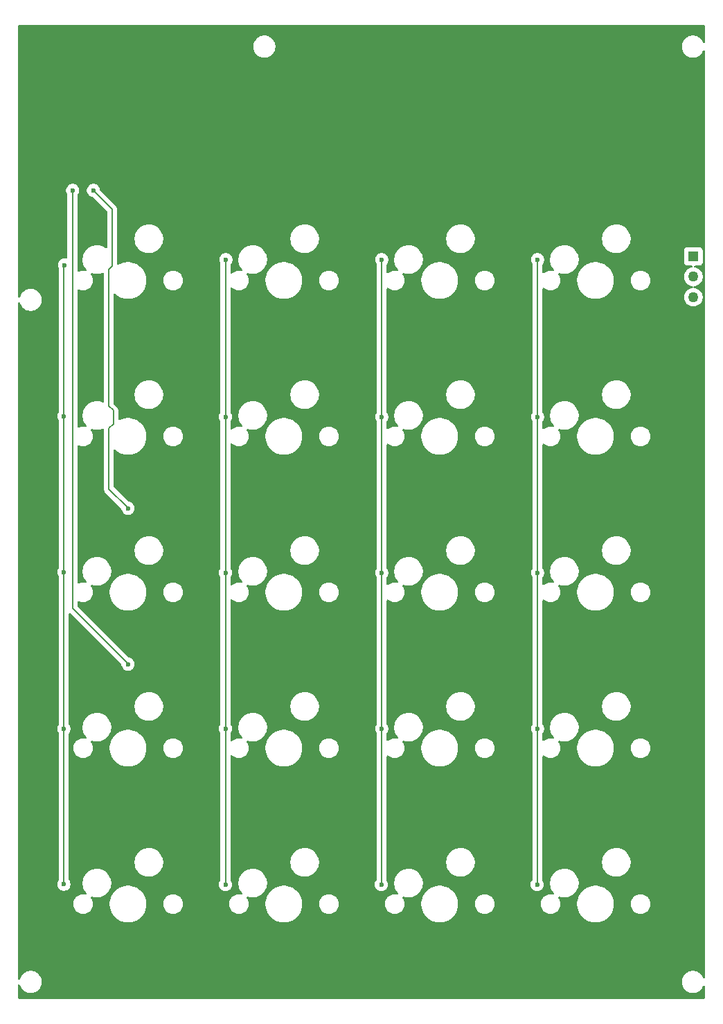
<source format=gbr>
%TF.GenerationSoftware,KiCad,Pcbnew,9.0.3*%
%TF.CreationDate,2025-08-11T00:10:58+09:00*%
%TF.ProjectId,tenkey_v3,74656e6b-6579-45f7-9633-2e6b69636164,rev?*%
%TF.SameCoordinates,Original*%
%TF.FileFunction,Copper,L1,Top*%
%TF.FilePolarity,Positive*%
%FSLAX46Y46*%
G04 Gerber Fmt 4.6, Leading zero omitted, Abs format (unit mm)*
G04 Created by KiCad (PCBNEW 9.0.3) date 2025-08-11 00:10:58*
%MOMM*%
%LPD*%
G01*
G04 APERTURE LIST*
%TA.AperFunction,ComponentPad*%
%ADD10R,1.270000X1.270000*%
%TD*%
%TA.AperFunction,ComponentPad*%
%ADD11C,1.270000*%
%TD*%
%TA.AperFunction,ViaPad*%
%ADD12C,0.600000*%
%TD*%
%TA.AperFunction,Conductor*%
%ADD13C,0.200000*%
%TD*%
G04 APERTURE END LIST*
D10*
%TO.P,SW21,1,1*%
%TO.N,col4*%
X183413400Y-63732400D03*
D11*
%TO.P,SW21,2,2*%
%TO.N,Net-(D21-A)*%
X183413400Y-66232400D03*
%TO.P,SW21,3,3*%
%TO.N,unconnected-(SW21-Pad3)*%
X183413400Y-68732400D03*
%TD*%
D12*
%TO.N,row1*%
X114300000Y-94518750D03*
X110067300Y-55676000D03*
%TO.N,row2*%
X114300000Y-113568750D03*
X107527300Y-55676000D03*
%TO.N,col0*%
X106555250Y-64794750D03*
X106451400Y-140462000D03*
X106451400Y-121462800D03*
X106451400Y-83261200D03*
X106451400Y-102311200D03*
%TO.N,col1*%
X126206250Y-102393750D03*
X126206250Y-140493750D03*
X126206250Y-83343750D03*
X126206250Y-121443750D03*
X126265000Y-64135000D03*
%TO.N,col2*%
X145315000Y-102393750D03*
X145315000Y-121443750D03*
X145256250Y-140493750D03*
X145315000Y-83343750D03*
X145315000Y-64135000D03*
%TO.N,col3*%
X164365000Y-83343750D03*
X164365000Y-121443750D03*
X164306250Y-140493750D03*
X164365000Y-64135000D03*
X164365000Y-102393750D03*
%TD*%
D13*
%TO.N,row1*%
X112341000Y-64934000D02*
X111949000Y-65326000D01*
X112487592Y-84212592D02*
X111949000Y-84751184D01*
X111949000Y-84751184D02*
X111949000Y-92174000D01*
X112487592Y-82564883D02*
X112487592Y-84212592D01*
X111949000Y-65326000D02*
X111949000Y-82026291D01*
X111949000Y-92174000D02*
X114275000Y-94500000D01*
X112341000Y-57949700D02*
X112341000Y-64934000D01*
X110067300Y-55676000D02*
X112341000Y-57949700D01*
X111949000Y-82026291D02*
X112487592Y-82564883D01*
%TO.N,row2*%
X107527300Y-55676000D02*
X107499000Y-55704300D01*
X107499000Y-55704300D02*
X107499000Y-106724000D01*
X107499000Y-106724000D02*
X114275000Y-113500000D01*
%TO.N,col0*%
X106451400Y-64898600D02*
X106451400Y-83261200D01*
X106451400Y-102311200D02*
X106451400Y-121462800D01*
X106451400Y-83261200D02*
X106451400Y-102311200D01*
X106555250Y-64794750D02*
X106451400Y-64898600D01*
X106451400Y-121462800D02*
X106451400Y-140462000D01*
%TO.N,col1*%
X126206250Y-102393750D02*
X126206250Y-121443750D01*
X126206250Y-121443750D02*
X126206250Y-140493750D01*
X126265000Y-64135000D02*
X126206250Y-64193750D01*
X126206250Y-64193750D02*
X126206250Y-83343750D01*
X126206250Y-83343750D02*
X126206250Y-102393750D01*
%TO.N,col2*%
X145315000Y-140435000D02*
X145256250Y-140493750D01*
X145315000Y-83343750D02*
X145315000Y-102393750D01*
X145315000Y-121443750D02*
X145315000Y-140435000D01*
X145315000Y-64135000D02*
X145315000Y-83343750D01*
X145315000Y-102393750D02*
X145315000Y-121443750D01*
%TO.N,col3*%
X164365000Y-64135000D02*
X164365000Y-83343750D01*
X164365000Y-83343750D02*
X164365000Y-102393750D01*
X164365000Y-140435000D02*
X164306250Y-140493750D01*
X164365000Y-121443750D02*
X164365000Y-140435000D01*
X164365000Y-102393750D02*
X164365000Y-121443750D01*
%TD*%
%TA.AperFunction,Conductor*%
%TO.N,GND*%
G36*
X111308996Y-65768949D02*
G01*
X111344648Y-65829038D01*
X111348500Y-65859704D01*
X111348500Y-81460295D01*
X111328815Y-81527334D01*
X111276011Y-81573089D01*
X111206853Y-81583033D01*
X111177048Y-81574856D01*
X111053887Y-81523842D01*
X110832238Y-81464452D01*
X110794215Y-81459446D01*
X110604741Y-81434500D01*
X110604734Y-81434500D01*
X110375266Y-81434500D01*
X110375258Y-81434500D01*
X110158715Y-81463009D01*
X110147762Y-81464452D01*
X110054076Y-81489554D01*
X109926112Y-81523842D01*
X109714123Y-81611650D01*
X109714109Y-81611657D01*
X109515382Y-81726392D01*
X109333338Y-81866081D01*
X109171081Y-82028338D01*
X109031392Y-82210382D01*
X108916657Y-82409109D01*
X108916650Y-82409123D01*
X108828842Y-82621112D01*
X108828842Y-82621113D01*
X108772598Y-82831023D01*
X108769453Y-82842759D01*
X108769451Y-82842770D01*
X108739500Y-83070258D01*
X108739500Y-83299741D01*
X108744807Y-83340046D01*
X108769452Y-83527238D01*
X108821885Y-83722922D01*
X108828842Y-83748887D01*
X108916650Y-83960876D01*
X108916657Y-83960890D01*
X109031392Y-84159617D01*
X109171081Y-84341661D01*
X109173765Y-84344722D01*
X109172909Y-84345472D01*
X109204011Y-84402430D01*
X109199027Y-84472122D01*
X109157155Y-84528055D01*
X109091691Y-84552472D01*
X109063447Y-84551261D01*
X108894486Y-84524500D01*
X108894481Y-84524500D01*
X108705519Y-84524500D01*
X108705514Y-84524500D01*
X108518881Y-84554059D01*
X108339160Y-84612455D01*
X108279794Y-84642704D01*
X108211124Y-84655600D01*
X108146384Y-84629323D01*
X108106128Y-84572216D01*
X108099500Y-84532219D01*
X108099500Y-67867780D01*
X108119185Y-67800741D01*
X108171989Y-67754986D01*
X108241147Y-67745042D01*
X108279795Y-67757295D01*
X108339163Y-67787545D01*
X108339165Y-67787545D01*
X108339168Y-67787547D01*
X108379775Y-67800741D01*
X108518881Y-67845940D01*
X108705514Y-67875500D01*
X108705519Y-67875500D01*
X108894486Y-67875500D01*
X109081118Y-67845940D01*
X109260832Y-67787547D01*
X109429199Y-67701760D01*
X109582073Y-67590690D01*
X109715690Y-67457073D01*
X109826760Y-67304199D01*
X109912547Y-67135832D01*
X109970940Y-66956118D01*
X109992103Y-66822499D01*
X110000500Y-66769486D01*
X110000500Y-66580513D01*
X109970940Y-66393881D01*
X109943846Y-66310497D01*
X109912547Y-66214168D01*
X109912545Y-66214165D01*
X109912545Y-66214163D01*
X109867290Y-66125347D01*
X109826760Y-66045801D01*
X109782897Y-65985429D01*
X109759418Y-65919625D01*
X109775243Y-65851571D01*
X109825349Y-65802876D01*
X109893827Y-65789000D01*
X109923083Y-65795128D01*
X109926089Y-65796148D01*
X109926113Y-65796158D01*
X110147762Y-65855548D01*
X110375266Y-65885500D01*
X110375273Y-65885500D01*
X110604727Y-65885500D01*
X110604734Y-65885500D01*
X110832238Y-65855548D01*
X111053887Y-65796158D01*
X111177047Y-65745142D01*
X111246517Y-65737674D01*
X111308996Y-65768949D01*
G37*
%TD.AperFunction*%
%TA.AperFunction,Conductor*%
G36*
X184792139Y-35485585D02*
G01*
X184837894Y-35538389D01*
X184849100Y-35589900D01*
X184849100Y-37541307D01*
X184829415Y-37608346D01*
X184776611Y-37654101D01*
X184707453Y-37664045D01*
X184643897Y-37635020D01*
X184611064Y-37585502D01*
X184609668Y-37586081D01*
X184607808Y-37581589D01*
X184511298Y-37392179D01*
X184386359Y-37220213D01*
X184236036Y-37069890D01*
X184064070Y-36944951D01*
X183874664Y-36848444D01*
X183874663Y-36848443D01*
X183874662Y-36848443D01*
X183672493Y-36782754D01*
X183672491Y-36782753D01*
X183672490Y-36782753D01*
X183511207Y-36757208D01*
X183462537Y-36749500D01*
X183249963Y-36749500D01*
X183201292Y-36757208D01*
X183040010Y-36782753D01*
X182837835Y-36848444D01*
X182648429Y-36944951D01*
X182476463Y-37069890D01*
X182326140Y-37220213D01*
X182201201Y-37392179D01*
X182104694Y-37581585D01*
X182039003Y-37783760D01*
X182005750Y-37993713D01*
X182005750Y-38206287D01*
X182039004Y-38416243D01*
X182104692Y-38618410D01*
X182104694Y-38618414D01*
X182201201Y-38807820D01*
X182326140Y-38979786D01*
X182476463Y-39130109D01*
X182648429Y-39255048D01*
X182648431Y-39255049D01*
X182648434Y-39255051D01*
X182837838Y-39351557D01*
X183040007Y-39417246D01*
X183249963Y-39450500D01*
X183249964Y-39450500D01*
X183462536Y-39450500D01*
X183462537Y-39450500D01*
X183672493Y-39417246D01*
X183874662Y-39351557D01*
X184064066Y-39255051D01*
X184086039Y-39239086D01*
X184236036Y-39130109D01*
X184236038Y-39130106D01*
X184236042Y-39130104D01*
X184386354Y-38979792D01*
X184386356Y-38979788D01*
X184386359Y-38979786D01*
X184511298Y-38807820D01*
X184511297Y-38807820D01*
X184511301Y-38807816D01*
X184607807Y-38618412D01*
X184607808Y-38618410D01*
X184609668Y-38613919D01*
X184611161Y-38614537D01*
X184646600Y-38562703D01*
X184710957Y-38535501D01*
X184779804Y-38547411D01*
X184831283Y-38594652D01*
X184849100Y-38658692D01*
X184849100Y-151841307D01*
X184829415Y-151908346D01*
X184776611Y-151954101D01*
X184707453Y-151964045D01*
X184643897Y-151935020D01*
X184611064Y-151885502D01*
X184609668Y-151886081D01*
X184607808Y-151881589D01*
X184511298Y-151692179D01*
X184386359Y-151520213D01*
X184236036Y-151369890D01*
X184064070Y-151244951D01*
X183874664Y-151148444D01*
X183874663Y-151148443D01*
X183874662Y-151148443D01*
X183672493Y-151082754D01*
X183672491Y-151082753D01*
X183672490Y-151082753D01*
X183511207Y-151057208D01*
X183462537Y-151049500D01*
X183249963Y-151049500D01*
X183201292Y-151057208D01*
X183040010Y-151082753D01*
X182837835Y-151148444D01*
X182648429Y-151244951D01*
X182476463Y-151369890D01*
X182326140Y-151520213D01*
X182201201Y-151692179D01*
X182104694Y-151881585D01*
X182039003Y-152083760D01*
X182005750Y-152293713D01*
X182005750Y-152506286D01*
X182037798Y-152708633D01*
X182039004Y-152716243D01*
X182104692Y-152918410D01*
X182104694Y-152918414D01*
X182201201Y-153107820D01*
X182326140Y-153279786D01*
X182476463Y-153430109D01*
X182648429Y-153555048D01*
X182648431Y-153555049D01*
X182648434Y-153555051D01*
X182837838Y-153651557D01*
X183040007Y-153717246D01*
X183249963Y-153750500D01*
X183249964Y-153750500D01*
X183462536Y-153750500D01*
X183462537Y-153750500D01*
X183672493Y-153717246D01*
X183874662Y-153651557D01*
X184064066Y-153555051D01*
X184086039Y-153539086D01*
X184236036Y-153430109D01*
X184236038Y-153430106D01*
X184236042Y-153430104D01*
X184386354Y-153279792D01*
X184386356Y-153279788D01*
X184386359Y-153279786D01*
X184511298Y-153107820D01*
X184511297Y-153107820D01*
X184511301Y-153107816D01*
X184607807Y-152918412D01*
X184607808Y-152918410D01*
X184609668Y-152913919D01*
X184611161Y-152914537D01*
X184646600Y-152862703D01*
X184710957Y-152835501D01*
X184779804Y-152847411D01*
X184831283Y-152894652D01*
X184849100Y-152958692D01*
X184849100Y-154340900D01*
X184829415Y-154407939D01*
X184776611Y-154453694D01*
X184725100Y-154464900D01*
X100974100Y-154464900D01*
X100907061Y-154445215D01*
X100861306Y-154392411D01*
X100850100Y-154340900D01*
X100850100Y-152802346D01*
X100869785Y-152735307D01*
X100922589Y-152689552D01*
X100991747Y-152679608D01*
X101055303Y-152708633D01*
X101092029Y-152764026D01*
X101142193Y-152918412D01*
X101142194Y-152918414D01*
X101238701Y-153107820D01*
X101363640Y-153279786D01*
X101513963Y-153430109D01*
X101685929Y-153555048D01*
X101685931Y-153555049D01*
X101685934Y-153555051D01*
X101875338Y-153651557D01*
X102077507Y-153717246D01*
X102287463Y-153750500D01*
X102287464Y-153750500D01*
X102500036Y-153750500D01*
X102500037Y-153750500D01*
X102709993Y-153717246D01*
X102912162Y-153651557D01*
X103101566Y-153555051D01*
X103123539Y-153539086D01*
X103273536Y-153430109D01*
X103273538Y-153430106D01*
X103273542Y-153430104D01*
X103423854Y-153279792D01*
X103423856Y-153279788D01*
X103423859Y-153279786D01*
X103548798Y-153107820D01*
X103548797Y-153107820D01*
X103548801Y-153107816D01*
X103645307Y-152918412D01*
X103710996Y-152716243D01*
X103744250Y-152506287D01*
X103744250Y-152293713D01*
X103710996Y-152083757D01*
X103645307Y-151881588D01*
X103548801Y-151692184D01*
X103548799Y-151692181D01*
X103548798Y-151692179D01*
X103423859Y-151520213D01*
X103273536Y-151369890D01*
X103101570Y-151244951D01*
X102912164Y-151148444D01*
X102912163Y-151148443D01*
X102912162Y-151148443D01*
X102709993Y-151082754D01*
X102709991Y-151082753D01*
X102709990Y-151082753D01*
X102548707Y-151057208D01*
X102500037Y-151049500D01*
X102287463Y-151049500D01*
X102238792Y-151057208D01*
X102077510Y-151082753D01*
X101875335Y-151148444D01*
X101685929Y-151244951D01*
X101513963Y-151369890D01*
X101363640Y-151520213D01*
X101238701Y-151692179D01*
X101142194Y-151881585D01*
X101092031Y-152035971D01*
X101052593Y-152093647D01*
X100988235Y-152120845D01*
X100919388Y-152108930D01*
X100867913Y-152061686D01*
X100850100Y-151997653D01*
X100850100Y-142780513D01*
X107599500Y-142780513D01*
X107599500Y-142969486D01*
X107629059Y-143156118D01*
X107687454Y-143335836D01*
X107773240Y-143504199D01*
X107884310Y-143657073D01*
X108017927Y-143790690D01*
X108170801Y-143901760D01*
X108250347Y-143942290D01*
X108339163Y-143987545D01*
X108339165Y-143987545D01*
X108339168Y-143987547D01*
X108435497Y-144018846D01*
X108518881Y-144045940D01*
X108705514Y-144075500D01*
X108705519Y-144075500D01*
X108894486Y-144075500D01*
X109081118Y-144045940D01*
X109260832Y-143987547D01*
X109429199Y-143901760D01*
X109582073Y-143790690D01*
X109715690Y-143657073D01*
X109826760Y-143504199D01*
X109912547Y-143335832D01*
X109970940Y-143156118D01*
X109992103Y-143022499D01*
X110000500Y-142969486D01*
X110000500Y-142780513D01*
X109994532Y-142742833D01*
X109992101Y-142727486D01*
X112049500Y-142727486D01*
X112049500Y-143022513D01*
X112081571Y-143266113D01*
X112088007Y-143314993D01*
X112164361Y-143599951D01*
X112164364Y-143599961D01*
X112277254Y-143872500D01*
X112277258Y-143872510D01*
X112424761Y-144127993D01*
X112604352Y-144362040D01*
X112604358Y-144362047D01*
X112812952Y-144570641D01*
X112812959Y-144570647D01*
X113047006Y-144750238D01*
X113302489Y-144897741D01*
X113302490Y-144897741D01*
X113302493Y-144897743D01*
X113575048Y-145010639D01*
X113860007Y-145086993D01*
X114152494Y-145125500D01*
X114152501Y-145125500D01*
X114447499Y-145125500D01*
X114447506Y-145125500D01*
X114739993Y-145086993D01*
X115024952Y-145010639D01*
X115297507Y-144897743D01*
X115552994Y-144750238D01*
X115787042Y-144570646D01*
X115995646Y-144362042D01*
X116175238Y-144127994D01*
X116322743Y-143872507D01*
X116435639Y-143599952D01*
X116511993Y-143314993D01*
X116550500Y-143022506D01*
X116550500Y-142780513D01*
X118599500Y-142780513D01*
X118599500Y-142969486D01*
X118629059Y-143156118D01*
X118687454Y-143335836D01*
X118773240Y-143504199D01*
X118884310Y-143657073D01*
X119017927Y-143790690D01*
X119170801Y-143901760D01*
X119250347Y-143942290D01*
X119339163Y-143987545D01*
X119339165Y-143987545D01*
X119339168Y-143987547D01*
X119435497Y-144018846D01*
X119518881Y-144045940D01*
X119705514Y-144075500D01*
X119705519Y-144075500D01*
X119894486Y-144075500D01*
X120081118Y-144045940D01*
X120260832Y-143987547D01*
X120429199Y-143901760D01*
X120582073Y-143790690D01*
X120715690Y-143657073D01*
X120826760Y-143504199D01*
X120912547Y-143335832D01*
X120970940Y-143156118D01*
X120992103Y-143022499D01*
X121000500Y-142969486D01*
X121000500Y-142780513D01*
X126649500Y-142780513D01*
X126649500Y-142969486D01*
X126679059Y-143156118D01*
X126737454Y-143335836D01*
X126823240Y-143504199D01*
X126934310Y-143657073D01*
X127067927Y-143790690D01*
X127220801Y-143901760D01*
X127300347Y-143942290D01*
X127389163Y-143987545D01*
X127389165Y-143987545D01*
X127389168Y-143987547D01*
X127485497Y-144018846D01*
X127568881Y-144045940D01*
X127755514Y-144075500D01*
X127755519Y-144075500D01*
X127944486Y-144075500D01*
X128131118Y-144045940D01*
X128310832Y-143987547D01*
X128479199Y-143901760D01*
X128632073Y-143790690D01*
X128765690Y-143657073D01*
X128876760Y-143504199D01*
X128962547Y-143335832D01*
X129020940Y-143156118D01*
X129042103Y-143022499D01*
X129050500Y-142969486D01*
X129050500Y-142780513D01*
X129044532Y-142742833D01*
X129042101Y-142727486D01*
X131099500Y-142727486D01*
X131099500Y-143022513D01*
X131131571Y-143266113D01*
X131138007Y-143314993D01*
X131214361Y-143599951D01*
X131214364Y-143599961D01*
X131327254Y-143872500D01*
X131327258Y-143872510D01*
X131474761Y-144127993D01*
X131654352Y-144362040D01*
X131654358Y-144362047D01*
X131862952Y-144570641D01*
X131862959Y-144570647D01*
X132097006Y-144750238D01*
X132352489Y-144897741D01*
X132352490Y-144897741D01*
X132352493Y-144897743D01*
X132625048Y-145010639D01*
X132910007Y-145086993D01*
X133202494Y-145125500D01*
X133202501Y-145125500D01*
X133497499Y-145125500D01*
X133497506Y-145125500D01*
X133789993Y-145086993D01*
X134074952Y-145010639D01*
X134347507Y-144897743D01*
X134602994Y-144750238D01*
X134837042Y-144570646D01*
X135045646Y-144362042D01*
X135225238Y-144127994D01*
X135372743Y-143872507D01*
X135485639Y-143599952D01*
X135561993Y-143314993D01*
X135600500Y-143022506D01*
X135600500Y-142780513D01*
X137649500Y-142780513D01*
X137649500Y-142969486D01*
X137679059Y-143156118D01*
X137737454Y-143335836D01*
X137823240Y-143504199D01*
X137934310Y-143657073D01*
X138067927Y-143790690D01*
X138220801Y-143901760D01*
X138300347Y-143942290D01*
X138389163Y-143987545D01*
X138389165Y-143987545D01*
X138389168Y-143987547D01*
X138485497Y-144018846D01*
X138568881Y-144045940D01*
X138755514Y-144075500D01*
X138755519Y-144075500D01*
X138944486Y-144075500D01*
X139131118Y-144045940D01*
X139310832Y-143987547D01*
X139479199Y-143901760D01*
X139632073Y-143790690D01*
X139765690Y-143657073D01*
X139876760Y-143504199D01*
X139962547Y-143335832D01*
X140020940Y-143156118D01*
X140042103Y-143022499D01*
X140050500Y-142969486D01*
X140050500Y-142780513D01*
X145699500Y-142780513D01*
X145699500Y-142969486D01*
X145729059Y-143156118D01*
X145787454Y-143335836D01*
X145873240Y-143504199D01*
X145984310Y-143657073D01*
X146117927Y-143790690D01*
X146270801Y-143901760D01*
X146350347Y-143942290D01*
X146439163Y-143987545D01*
X146439165Y-143987545D01*
X146439168Y-143987547D01*
X146535497Y-144018846D01*
X146618881Y-144045940D01*
X146805514Y-144075500D01*
X146805519Y-144075500D01*
X146994486Y-144075500D01*
X147181118Y-144045940D01*
X147360832Y-143987547D01*
X147529199Y-143901760D01*
X147682073Y-143790690D01*
X147815690Y-143657073D01*
X147926760Y-143504199D01*
X148012547Y-143335832D01*
X148070940Y-143156118D01*
X148092103Y-143022499D01*
X148100500Y-142969486D01*
X148100500Y-142780513D01*
X148094532Y-142742833D01*
X148092101Y-142727486D01*
X150149500Y-142727486D01*
X150149500Y-143022513D01*
X150181571Y-143266113D01*
X150188007Y-143314993D01*
X150264361Y-143599951D01*
X150264364Y-143599961D01*
X150377254Y-143872500D01*
X150377258Y-143872510D01*
X150524761Y-144127993D01*
X150704352Y-144362040D01*
X150704358Y-144362047D01*
X150912952Y-144570641D01*
X150912959Y-144570647D01*
X151147006Y-144750238D01*
X151402489Y-144897741D01*
X151402490Y-144897741D01*
X151402493Y-144897743D01*
X151675048Y-145010639D01*
X151960007Y-145086993D01*
X152252494Y-145125500D01*
X152252501Y-145125500D01*
X152547499Y-145125500D01*
X152547506Y-145125500D01*
X152839993Y-145086993D01*
X153124952Y-145010639D01*
X153397507Y-144897743D01*
X153652994Y-144750238D01*
X153887042Y-144570646D01*
X154095646Y-144362042D01*
X154275238Y-144127994D01*
X154422743Y-143872507D01*
X154535639Y-143599952D01*
X154611993Y-143314993D01*
X154650500Y-143022506D01*
X154650500Y-142780513D01*
X156699500Y-142780513D01*
X156699500Y-142969486D01*
X156729059Y-143156118D01*
X156787454Y-143335836D01*
X156873240Y-143504199D01*
X156984310Y-143657073D01*
X157117927Y-143790690D01*
X157270801Y-143901760D01*
X157350347Y-143942290D01*
X157439163Y-143987545D01*
X157439165Y-143987545D01*
X157439168Y-143987547D01*
X157535497Y-144018846D01*
X157618881Y-144045940D01*
X157805514Y-144075500D01*
X157805519Y-144075500D01*
X157994486Y-144075500D01*
X158181118Y-144045940D01*
X158360832Y-143987547D01*
X158529199Y-143901760D01*
X158682073Y-143790690D01*
X158815690Y-143657073D01*
X158926760Y-143504199D01*
X159012547Y-143335832D01*
X159070940Y-143156118D01*
X159092103Y-143022499D01*
X159100500Y-142969486D01*
X159100500Y-142780513D01*
X164749500Y-142780513D01*
X164749500Y-142969486D01*
X164779059Y-143156118D01*
X164837454Y-143335836D01*
X164923240Y-143504199D01*
X165034310Y-143657073D01*
X165167927Y-143790690D01*
X165320801Y-143901760D01*
X165400347Y-143942290D01*
X165489163Y-143987545D01*
X165489165Y-143987545D01*
X165489168Y-143987547D01*
X165585497Y-144018846D01*
X165668881Y-144045940D01*
X165855514Y-144075500D01*
X165855519Y-144075500D01*
X166044486Y-144075500D01*
X166231118Y-144045940D01*
X166410832Y-143987547D01*
X166579199Y-143901760D01*
X166732073Y-143790690D01*
X166865690Y-143657073D01*
X166976760Y-143504199D01*
X167062547Y-143335832D01*
X167120940Y-143156118D01*
X167142103Y-143022499D01*
X167150500Y-142969486D01*
X167150500Y-142780513D01*
X167144532Y-142742833D01*
X167142101Y-142727486D01*
X169199500Y-142727486D01*
X169199500Y-143022513D01*
X169231571Y-143266113D01*
X169238007Y-143314993D01*
X169314361Y-143599951D01*
X169314364Y-143599961D01*
X169427254Y-143872500D01*
X169427258Y-143872510D01*
X169574761Y-144127993D01*
X169754352Y-144362040D01*
X169754358Y-144362047D01*
X169962952Y-144570641D01*
X169962959Y-144570647D01*
X170197006Y-144750238D01*
X170452489Y-144897741D01*
X170452490Y-144897741D01*
X170452493Y-144897743D01*
X170725048Y-145010639D01*
X171010007Y-145086993D01*
X171302494Y-145125500D01*
X171302501Y-145125500D01*
X171597499Y-145125500D01*
X171597506Y-145125500D01*
X171889993Y-145086993D01*
X172174952Y-145010639D01*
X172447507Y-144897743D01*
X172702994Y-144750238D01*
X172937042Y-144570646D01*
X173145646Y-144362042D01*
X173325238Y-144127994D01*
X173472743Y-143872507D01*
X173585639Y-143599952D01*
X173661993Y-143314993D01*
X173700500Y-143022506D01*
X173700500Y-142780513D01*
X175749500Y-142780513D01*
X175749500Y-142969486D01*
X175779059Y-143156118D01*
X175837454Y-143335836D01*
X175923240Y-143504199D01*
X176034310Y-143657073D01*
X176167927Y-143790690D01*
X176320801Y-143901760D01*
X176400347Y-143942290D01*
X176489163Y-143987545D01*
X176489165Y-143987545D01*
X176489168Y-143987547D01*
X176585497Y-144018846D01*
X176668881Y-144045940D01*
X176855514Y-144075500D01*
X176855519Y-144075500D01*
X177044486Y-144075500D01*
X177231118Y-144045940D01*
X177410832Y-143987547D01*
X177579199Y-143901760D01*
X177732073Y-143790690D01*
X177865690Y-143657073D01*
X177976760Y-143504199D01*
X178062547Y-143335832D01*
X178120940Y-143156118D01*
X178142103Y-143022499D01*
X178150500Y-142969486D01*
X178150500Y-142780513D01*
X178120940Y-142593881D01*
X178093846Y-142510497D01*
X178062547Y-142414168D01*
X178062545Y-142414165D01*
X178062545Y-142414163D01*
X177976759Y-142245800D01*
X177932898Y-142185431D01*
X177865690Y-142092927D01*
X177732073Y-141959310D01*
X177579199Y-141848240D01*
X177410836Y-141762454D01*
X177231118Y-141704059D01*
X177044486Y-141674500D01*
X177044481Y-141674500D01*
X176855519Y-141674500D01*
X176855514Y-141674500D01*
X176668881Y-141704059D01*
X176489163Y-141762454D01*
X176320800Y-141848240D01*
X176238078Y-141908342D01*
X176167927Y-141959310D01*
X176167925Y-141959312D01*
X176167924Y-141959312D01*
X176034312Y-142092924D01*
X176034312Y-142092925D01*
X176034310Y-142092927D01*
X176014913Y-142119625D01*
X175923240Y-142245800D01*
X175837454Y-142414163D01*
X175779059Y-142593881D01*
X175749500Y-142780513D01*
X173700500Y-142780513D01*
X173700500Y-142727494D01*
X173661993Y-142435007D01*
X173585639Y-142150048D01*
X173472743Y-141877493D01*
X173406325Y-141762454D01*
X173325238Y-141622006D01*
X173145647Y-141387959D01*
X173145641Y-141387952D01*
X172937047Y-141179358D01*
X172937040Y-141179352D01*
X172702993Y-140999761D01*
X172447510Y-140852258D01*
X172447500Y-140852254D01*
X172174961Y-140739364D01*
X172174954Y-140739362D01*
X172174952Y-140739361D01*
X171889993Y-140663007D01*
X171841113Y-140656571D01*
X171597513Y-140624500D01*
X171597506Y-140624500D01*
X171302494Y-140624500D01*
X171302486Y-140624500D01*
X171024085Y-140661153D01*
X171010007Y-140663007D01*
X170725048Y-140739361D01*
X170725038Y-140739364D01*
X170452499Y-140852254D01*
X170452489Y-140852258D01*
X170197006Y-140999761D01*
X169962959Y-141179352D01*
X169962952Y-141179358D01*
X169754358Y-141387952D01*
X169754352Y-141387959D01*
X169574761Y-141622006D01*
X169427258Y-141877489D01*
X169427254Y-141877499D01*
X169314364Y-142150038D01*
X169314361Y-142150048D01*
X169238008Y-142435004D01*
X169238006Y-142435015D01*
X169199500Y-142727486D01*
X167142101Y-142727486D01*
X167120940Y-142593881D01*
X167093846Y-142510497D01*
X167062547Y-142414168D01*
X167062545Y-142414165D01*
X167062545Y-142414163D01*
X166976759Y-142245800D01*
X166932898Y-142185431D01*
X166909418Y-142119625D01*
X166925243Y-142051571D01*
X166975349Y-142002876D01*
X167043827Y-141989000D01*
X167073083Y-141995128D01*
X167076089Y-141996148D01*
X167076113Y-141996158D01*
X167297762Y-142055548D01*
X167525266Y-142085500D01*
X167525273Y-142085500D01*
X167754727Y-142085500D01*
X167754734Y-142085500D01*
X167982238Y-142055548D01*
X168203887Y-141996158D01*
X168415888Y-141908344D01*
X168614612Y-141793611D01*
X168796661Y-141653919D01*
X168796665Y-141653914D01*
X168796670Y-141653911D01*
X168958911Y-141491670D01*
X168958914Y-141491665D01*
X168958919Y-141491661D01*
X169098611Y-141309612D01*
X169213344Y-141110888D01*
X169301158Y-140898887D01*
X169360548Y-140677238D01*
X169390500Y-140449734D01*
X169390500Y-140220266D01*
X169360548Y-139992762D01*
X169301158Y-139771113D01*
X169213344Y-139559112D01*
X169098611Y-139360388D01*
X169098608Y-139360385D01*
X169098607Y-139360382D01*
X168958918Y-139178338D01*
X168958911Y-139178330D01*
X168796670Y-139016089D01*
X168796661Y-139016081D01*
X168614617Y-138876392D01*
X168415890Y-138761657D01*
X168415876Y-138761650D01*
X168203887Y-138673842D01*
X167982238Y-138614452D01*
X167944215Y-138609446D01*
X167754741Y-138584500D01*
X167754734Y-138584500D01*
X167525266Y-138584500D01*
X167525258Y-138584500D01*
X167308715Y-138613009D01*
X167297762Y-138614452D01*
X167204076Y-138639554D01*
X167076112Y-138673842D01*
X166864123Y-138761650D01*
X166864109Y-138761657D01*
X166665382Y-138876392D01*
X166483338Y-139016081D01*
X166321081Y-139178338D01*
X166181392Y-139360382D01*
X166066657Y-139559109D01*
X166066650Y-139559123D01*
X165978842Y-139771112D01*
X165978842Y-139771113D01*
X165922598Y-139981023D01*
X165919453Y-139992759D01*
X165919451Y-139992770D01*
X165889500Y-140220258D01*
X165889500Y-140449741D01*
X165901495Y-140540844D01*
X165919452Y-140677238D01*
X165963379Y-140841179D01*
X165978842Y-140898887D01*
X166066650Y-141110876D01*
X166066657Y-141110890D01*
X166181392Y-141309617D01*
X166321081Y-141491661D01*
X166323765Y-141494722D01*
X166322909Y-141495472D01*
X166354011Y-141552430D01*
X166349027Y-141622122D01*
X166307155Y-141678055D01*
X166241691Y-141702472D01*
X166213447Y-141701261D01*
X166044486Y-141674500D01*
X166044481Y-141674500D01*
X165855519Y-141674500D01*
X165855514Y-141674500D01*
X165668881Y-141704059D01*
X165489163Y-141762454D01*
X165320800Y-141848240D01*
X165238078Y-141908342D01*
X165167927Y-141959310D01*
X165167925Y-141959312D01*
X165167924Y-141959312D01*
X165034312Y-142092924D01*
X165034312Y-142092925D01*
X165034310Y-142092927D01*
X165014913Y-142119625D01*
X164923240Y-142245800D01*
X164837454Y-142414163D01*
X164779059Y-142593881D01*
X164749500Y-142780513D01*
X159100500Y-142780513D01*
X159070940Y-142593881D01*
X159043846Y-142510497D01*
X159012547Y-142414168D01*
X159012545Y-142414165D01*
X159012545Y-142414163D01*
X158926759Y-142245800D01*
X158882898Y-142185431D01*
X158815690Y-142092927D01*
X158682073Y-141959310D01*
X158529199Y-141848240D01*
X158360836Y-141762454D01*
X158181118Y-141704059D01*
X157994486Y-141674500D01*
X157994481Y-141674500D01*
X157805519Y-141674500D01*
X157805514Y-141674500D01*
X157618881Y-141704059D01*
X157439163Y-141762454D01*
X157270800Y-141848240D01*
X157188078Y-141908342D01*
X157117927Y-141959310D01*
X157117925Y-141959312D01*
X157117924Y-141959312D01*
X156984312Y-142092924D01*
X156984312Y-142092925D01*
X156984310Y-142092927D01*
X156964913Y-142119625D01*
X156873240Y-142245800D01*
X156787454Y-142414163D01*
X156729059Y-142593881D01*
X156699500Y-142780513D01*
X154650500Y-142780513D01*
X154650500Y-142727494D01*
X154611993Y-142435007D01*
X154535639Y-142150048D01*
X154422743Y-141877493D01*
X154356325Y-141762454D01*
X154275238Y-141622006D01*
X154095647Y-141387959D01*
X154095641Y-141387952D01*
X153887047Y-141179358D01*
X153887040Y-141179352D01*
X153652993Y-140999761D01*
X153397510Y-140852258D01*
X153397500Y-140852254D01*
X153124961Y-140739364D01*
X153124954Y-140739362D01*
X153124952Y-140739361D01*
X152839993Y-140663007D01*
X152791113Y-140656571D01*
X152547513Y-140624500D01*
X152547506Y-140624500D01*
X152252494Y-140624500D01*
X152252486Y-140624500D01*
X151974085Y-140661153D01*
X151960007Y-140663007D01*
X151675048Y-140739361D01*
X151675038Y-140739364D01*
X151402499Y-140852254D01*
X151402489Y-140852258D01*
X151147006Y-140999761D01*
X150912959Y-141179352D01*
X150912952Y-141179358D01*
X150704358Y-141387952D01*
X150704352Y-141387959D01*
X150524761Y-141622006D01*
X150377258Y-141877489D01*
X150377254Y-141877499D01*
X150264364Y-142150038D01*
X150264361Y-142150048D01*
X150188008Y-142435004D01*
X150188006Y-142435015D01*
X150149500Y-142727486D01*
X148092101Y-142727486D01*
X148070940Y-142593881D01*
X148043846Y-142510497D01*
X148012547Y-142414168D01*
X148012545Y-142414165D01*
X148012545Y-142414163D01*
X147926759Y-142245800D01*
X147882898Y-142185431D01*
X147859418Y-142119625D01*
X147875243Y-142051571D01*
X147925349Y-142002876D01*
X147993827Y-141989000D01*
X148023083Y-141995128D01*
X148026089Y-141996148D01*
X148026113Y-141996158D01*
X148247762Y-142055548D01*
X148475266Y-142085500D01*
X148475273Y-142085500D01*
X148704727Y-142085500D01*
X148704734Y-142085500D01*
X148932238Y-142055548D01*
X149153887Y-141996158D01*
X149365888Y-141908344D01*
X149564612Y-141793611D01*
X149746661Y-141653919D01*
X149746665Y-141653914D01*
X149746670Y-141653911D01*
X149908911Y-141491670D01*
X149908914Y-141491665D01*
X149908919Y-141491661D01*
X150048611Y-141309612D01*
X150163344Y-141110888D01*
X150251158Y-140898887D01*
X150310548Y-140677238D01*
X150340500Y-140449734D01*
X150340500Y-140414903D01*
X163505750Y-140414903D01*
X163505750Y-140572596D01*
X163536511Y-140727239D01*
X163536514Y-140727251D01*
X163596852Y-140872922D01*
X163596859Y-140872935D01*
X163684460Y-141004038D01*
X163684463Y-141004042D01*
X163795957Y-141115536D01*
X163795961Y-141115539D01*
X163927064Y-141203140D01*
X163927077Y-141203147D01*
X164070368Y-141262499D01*
X164072753Y-141263487D01*
X164227403Y-141294249D01*
X164227406Y-141294250D01*
X164227408Y-141294250D01*
X164385094Y-141294250D01*
X164385095Y-141294249D01*
X164539747Y-141263487D01*
X164685429Y-141203144D01*
X164816539Y-141115539D01*
X164928039Y-141004039D01*
X165015644Y-140872929D01*
X165075987Y-140727247D01*
X165106750Y-140572592D01*
X165106750Y-140414908D01*
X165106750Y-140414905D01*
X165106749Y-140414903D01*
X165075988Y-140260260D01*
X165075987Y-140260253D01*
X165062834Y-140228498D01*
X165015645Y-140114572D01*
X165015643Y-140114569D01*
X164986398Y-140070800D01*
X164965520Y-140004123D01*
X164965500Y-140001910D01*
X164965500Y-137680258D01*
X172239500Y-137680258D01*
X172239500Y-137909741D01*
X172264446Y-138099215D01*
X172269452Y-138137238D01*
X172269453Y-138137240D01*
X172328842Y-138358887D01*
X172416650Y-138570876D01*
X172416657Y-138570890D01*
X172531392Y-138769617D01*
X172671081Y-138951661D01*
X172671089Y-138951670D01*
X172833330Y-139113911D01*
X172833338Y-139113918D01*
X173015382Y-139253607D01*
X173015385Y-139253608D01*
X173015388Y-139253611D01*
X173214112Y-139368344D01*
X173214117Y-139368346D01*
X173214123Y-139368349D01*
X173305480Y-139406190D01*
X173426113Y-139456158D01*
X173647762Y-139515548D01*
X173875266Y-139545500D01*
X173875273Y-139545500D01*
X174104727Y-139545500D01*
X174104734Y-139545500D01*
X174332238Y-139515548D01*
X174553887Y-139456158D01*
X174765888Y-139368344D01*
X174964612Y-139253611D01*
X175146661Y-139113919D01*
X175146665Y-139113914D01*
X175146670Y-139113911D01*
X175308911Y-138951670D01*
X175308914Y-138951665D01*
X175308919Y-138951661D01*
X175448611Y-138769612D01*
X175563344Y-138570888D01*
X175651158Y-138358887D01*
X175710548Y-138137238D01*
X175740500Y-137909734D01*
X175740500Y-137680266D01*
X175710548Y-137452762D01*
X175651158Y-137231113D01*
X175563344Y-137019112D01*
X175448611Y-136820388D01*
X175448608Y-136820385D01*
X175448607Y-136820382D01*
X175308918Y-136638338D01*
X175308911Y-136638330D01*
X175146670Y-136476089D01*
X175146661Y-136476081D01*
X174964617Y-136336392D01*
X174765890Y-136221657D01*
X174765876Y-136221650D01*
X174553887Y-136133842D01*
X174332238Y-136074452D01*
X174294215Y-136069446D01*
X174104741Y-136044500D01*
X174104734Y-136044500D01*
X173875266Y-136044500D01*
X173875258Y-136044500D01*
X173658715Y-136073009D01*
X173647762Y-136074452D01*
X173554076Y-136099554D01*
X173426112Y-136133842D01*
X173214123Y-136221650D01*
X173214109Y-136221657D01*
X173015382Y-136336392D01*
X172833338Y-136476081D01*
X172671081Y-136638338D01*
X172531392Y-136820382D01*
X172416657Y-137019109D01*
X172416650Y-137019123D01*
X172328842Y-137231112D01*
X172269453Y-137452759D01*
X172269451Y-137452770D01*
X172239500Y-137680258D01*
X164965500Y-137680258D01*
X164965500Y-124836777D01*
X164985185Y-124769738D01*
X165037989Y-124723983D01*
X165107147Y-124714039D01*
X165162930Y-124739279D01*
X165163986Y-124737826D01*
X165167924Y-124740687D01*
X165167927Y-124740690D01*
X165320801Y-124851760D01*
X165400347Y-124892290D01*
X165489163Y-124937545D01*
X165489165Y-124937545D01*
X165489168Y-124937547D01*
X165585497Y-124968846D01*
X165668881Y-124995940D01*
X165855514Y-125025500D01*
X165855519Y-125025500D01*
X166044486Y-125025500D01*
X166231118Y-124995940D01*
X166410832Y-124937547D01*
X166579199Y-124851760D01*
X166732073Y-124740690D01*
X166865690Y-124607073D01*
X166976760Y-124454199D01*
X167062547Y-124285832D01*
X167120940Y-124106118D01*
X167142103Y-123972499D01*
X167150500Y-123919486D01*
X167150500Y-123730513D01*
X167144532Y-123692833D01*
X167142101Y-123677486D01*
X169199500Y-123677486D01*
X169199500Y-123972513D01*
X169231571Y-124216113D01*
X169238007Y-124264993D01*
X169314361Y-124549951D01*
X169314364Y-124549961D01*
X169427254Y-124822500D01*
X169427258Y-124822510D01*
X169574761Y-125077993D01*
X169754352Y-125312040D01*
X169754358Y-125312047D01*
X169962952Y-125520641D01*
X169962959Y-125520647D01*
X170197006Y-125700238D01*
X170452489Y-125847741D01*
X170452490Y-125847741D01*
X170452493Y-125847743D01*
X170725048Y-125960639D01*
X171010007Y-126036993D01*
X171302494Y-126075500D01*
X171302501Y-126075500D01*
X171597499Y-126075500D01*
X171597506Y-126075500D01*
X171889993Y-126036993D01*
X172174952Y-125960639D01*
X172447507Y-125847743D01*
X172702994Y-125700238D01*
X172937042Y-125520646D01*
X173145646Y-125312042D01*
X173325238Y-125077994D01*
X173472743Y-124822507D01*
X173585639Y-124549952D01*
X173661993Y-124264993D01*
X173700500Y-123972506D01*
X173700500Y-123730513D01*
X175749500Y-123730513D01*
X175749500Y-123919486D01*
X175779059Y-124106118D01*
X175837454Y-124285836D01*
X175906750Y-124421835D01*
X175923240Y-124454199D01*
X176034310Y-124607073D01*
X176167927Y-124740690D01*
X176320801Y-124851760D01*
X176400347Y-124892290D01*
X176489163Y-124937545D01*
X176489165Y-124937545D01*
X176489168Y-124937547D01*
X176585497Y-124968846D01*
X176668881Y-124995940D01*
X176855514Y-125025500D01*
X176855519Y-125025500D01*
X177044486Y-125025500D01*
X177231118Y-124995940D01*
X177410832Y-124937547D01*
X177579199Y-124851760D01*
X177732073Y-124740690D01*
X177865690Y-124607073D01*
X177976760Y-124454199D01*
X178062547Y-124285832D01*
X178120940Y-124106118D01*
X178142103Y-123972499D01*
X178150500Y-123919486D01*
X178150500Y-123730513D01*
X178120940Y-123543881D01*
X178093846Y-123460497D01*
X178062547Y-123364168D01*
X178062545Y-123364165D01*
X178062545Y-123364163D01*
X178017290Y-123275347D01*
X177976760Y-123195801D01*
X177865690Y-123042927D01*
X177732073Y-122909310D01*
X177579199Y-122798240D01*
X177410836Y-122712454D01*
X177231118Y-122654059D01*
X177044486Y-122624500D01*
X177044481Y-122624500D01*
X176855519Y-122624500D01*
X176855514Y-122624500D01*
X176668881Y-122654059D01*
X176489163Y-122712454D01*
X176320800Y-122798240D01*
X176238078Y-122858342D01*
X176167927Y-122909310D01*
X176167925Y-122909312D01*
X176167924Y-122909312D01*
X176034312Y-123042924D01*
X176034312Y-123042925D01*
X176034310Y-123042927D01*
X176014913Y-123069625D01*
X175923240Y-123195800D01*
X175837454Y-123364163D01*
X175779059Y-123543881D01*
X175749500Y-123730513D01*
X173700500Y-123730513D01*
X173700500Y-123677494D01*
X173661993Y-123385007D01*
X173585639Y-123100048D01*
X173472743Y-122827493D01*
X173406325Y-122712454D01*
X173325238Y-122572006D01*
X173145647Y-122337959D01*
X173145641Y-122337952D01*
X172937047Y-122129358D01*
X172937040Y-122129352D01*
X172702993Y-121949761D01*
X172447510Y-121802258D01*
X172447500Y-121802254D01*
X172174961Y-121689364D01*
X172174954Y-121689362D01*
X172174952Y-121689361D01*
X171889993Y-121613007D01*
X171841113Y-121606571D01*
X171597513Y-121574500D01*
X171597506Y-121574500D01*
X171302494Y-121574500D01*
X171302486Y-121574500D01*
X171024085Y-121611153D01*
X171010007Y-121613007D01*
X170725048Y-121689361D01*
X170725038Y-121689364D01*
X170452499Y-121802254D01*
X170452489Y-121802258D01*
X170197006Y-121949761D01*
X169962959Y-122129352D01*
X169962952Y-122129358D01*
X169754358Y-122337952D01*
X169754352Y-122337959D01*
X169574761Y-122572006D01*
X169427258Y-122827489D01*
X169427254Y-122827499D01*
X169314364Y-123100038D01*
X169314361Y-123100048D01*
X169238008Y-123385004D01*
X169238006Y-123385015D01*
X169199500Y-123677486D01*
X167142101Y-123677486D01*
X167120940Y-123543881D01*
X167093846Y-123460497D01*
X167062547Y-123364168D01*
X167062545Y-123364165D01*
X167062545Y-123364163D01*
X167017290Y-123275347D01*
X166976760Y-123195801D01*
X166932897Y-123135429D01*
X166909418Y-123069625D01*
X166925243Y-123001571D01*
X166975349Y-122952876D01*
X167043827Y-122939000D01*
X167073083Y-122945128D01*
X167076089Y-122946148D01*
X167076113Y-122946158D01*
X167297762Y-123005548D01*
X167525266Y-123035500D01*
X167525273Y-123035500D01*
X167754727Y-123035500D01*
X167754734Y-123035500D01*
X167982238Y-123005548D01*
X168203887Y-122946158D01*
X168415888Y-122858344D01*
X168614612Y-122743611D01*
X168796661Y-122603919D01*
X168796665Y-122603914D01*
X168796670Y-122603911D01*
X168958911Y-122441670D01*
X168958914Y-122441665D01*
X168958919Y-122441661D01*
X169098611Y-122259612D01*
X169213344Y-122060888D01*
X169301158Y-121848887D01*
X169360548Y-121627238D01*
X169390500Y-121399734D01*
X169390500Y-121170266D01*
X169360548Y-120942762D01*
X169301158Y-120721113D01*
X169213344Y-120509112D01*
X169098611Y-120310388D01*
X169098608Y-120310385D01*
X169098607Y-120310382D01*
X168958918Y-120128338D01*
X168958911Y-120128330D01*
X168796670Y-119966089D01*
X168796661Y-119966081D01*
X168614617Y-119826392D01*
X168415890Y-119711657D01*
X168415876Y-119711650D01*
X168203887Y-119623842D01*
X167982238Y-119564452D01*
X167944215Y-119559446D01*
X167754741Y-119534500D01*
X167754734Y-119534500D01*
X167525266Y-119534500D01*
X167525258Y-119534500D01*
X167308715Y-119563009D01*
X167297762Y-119564452D01*
X167204076Y-119589554D01*
X167076112Y-119623842D01*
X166864123Y-119711650D01*
X166864109Y-119711657D01*
X166665382Y-119826392D01*
X166483338Y-119966081D01*
X166321081Y-120128338D01*
X166181392Y-120310382D01*
X166066657Y-120509109D01*
X166066650Y-120509123D01*
X165978842Y-120721112D01*
X165978842Y-120721113D01*
X165919452Y-120942762D01*
X165918009Y-120953715D01*
X165889500Y-121170258D01*
X165889500Y-121399741D01*
X165905675Y-121522592D01*
X165919452Y-121627238D01*
X165937954Y-121696289D01*
X165978842Y-121848887D01*
X166066650Y-122060876D01*
X166066657Y-122060890D01*
X166181392Y-122259617D01*
X166321081Y-122441661D01*
X166323765Y-122444722D01*
X166322909Y-122445472D01*
X166354011Y-122502430D01*
X166349027Y-122572122D01*
X166307155Y-122628055D01*
X166241691Y-122652472D01*
X166213447Y-122651261D01*
X166044486Y-122624500D01*
X166044481Y-122624500D01*
X165855519Y-122624500D01*
X165855514Y-122624500D01*
X165668881Y-122654059D01*
X165489163Y-122712454D01*
X165320800Y-122798240D01*
X165239915Y-122857006D01*
X165167927Y-122909310D01*
X165167924Y-122909312D01*
X165163986Y-122912174D01*
X165162919Y-122910705D01*
X165106247Y-122936086D01*
X165037163Y-122925636D01*
X164984696Y-122879495D01*
X164965500Y-122813222D01*
X164965500Y-122023515D01*
X164985185Y-121956476D01*
X164986398Y-121954624D01*
X165074390Y-121822935D01*
X165074390Y-121822934D01*
X165074394Y-121822929D01*
X165134737Y-121677247D01*
X165165500Y-121522592D01*
X165165500Y-121364908D01*
X165165500Y-121364905D01*
X165165499Y-121364903D01*
X165134737Y-121210253D01*
X165134735Y-121210248D01*
X165074397Y-121064577D01*
X165074390Y-121064564D01*
X164986398Y-120932875D01*
X164965520Y-120866197D01*
X164965500Y-120863984D01*
X164965500Y-118630258D01*
X172239500Y-118630258D01*
X172239500Y-118859741D01*
X172264446Y-119049215D01*
X172269452Y-119087238D01*
X172269453Y-119087240D01*
X172328842Y-119308887D01*
X172416650Y-119520876D01*
X172416657Y-119520890D01*
X172531392Y-119719617D01*
X172671081Y-119901661D01*
X172671089Y-119901670D01*
X172833330Y-120063911D01*
X172833338Y-120063918D01*
X173015382Y-120203607D01*
X173015385Y-120203608D01*
X173015388Y-120203611D01*
X173214112Y-120318344D01*
X173214117Y-120318346D01*
X173214123Y-120318349D01*
X173305480Y-120356190D01*
X173426113Y-120406158D01*
X173647762Y-120465548D01*
X173875266Y-120495500D01*
X173875273Y-120495500D01*
X174104727Y-120495500D01*
X174104734Y-120495500D01*
X174332238Y-120465548D01*
X174553887Y-120406158D01*
X174765888Y-120318344D01*
X174964612Y-120203611D01*
X175146661Y-120063919D01*
X175146665Y-120063914D01*
X175146670Y-120063911D01*
X175308911Y-119901670D01*
X175308914Y-119901665D01*
X175308919Y-119901661D01*
X175448611Y-119719612D01*
X175563344Y-119520888D01*
X175651158Y-119308887D01*
X175710548Y-119087238D01*
X175740500Y-118859734D01*
X175740500Y-118630266D01*
X175710548Y-118402762D01*
X175651158Y-118181113D01*
X175563344Y-117969112D01*
X175448611Y-117770388D01*
X175448608Y-117770385D01*
X175448607Y-117770382D01*
X175308918Y-117588338D01*
X175308911Y-117588330D01*
X175146670Y-117426089D01*
X175146661Y-117426081D01*
X174964617Y-117286392D01*
X174765890Y-117171657D01*
X174765876Y-117171650D01*
X174553887Y-117083842D01*
X174332238Y-117024452D01*
X174294215Y-117019446D01*
X174104741Y-116994500D01*
X174104734Y-116994500D01*
X173875266Y-116994500D01*
X173875258Y-116994500D01*
X173658715Y-117023009D01*
X173647762Y-117024452D01*
X173554076Y-117049554D01*
X173426112Y-117083842D01*
X173214123Y-117171650D01*
X173214109Y-117171657D01*
X173015382Y-117286392D01*
X172833338Y-117426081D01*
X172671081Y-117588338D01*
X172531392Y-117770382D01*
X172416657Y-117969109D01*
X172416650Y-117969123D01*
X172328842Y-118181112D01*
X172269453Y-118402759D01*
X172269451Y-118402770D01*
X172239500Y-118630258D01*
X164965500Y-118630258D01*
X164965500Y-105786777D01*
X164985185Y-105719738D01*
X165037989Y-105673983D01*
X165107147Y-105664039D01*
X165162930Y-105689279D01*
X165163986Y-105687826D01*
X165167924Y-105690687D01*
X165167927Y-105690690D01*
X165320801Y-105801760D01*
X165400347Y-105842290D01*
X165489163Y-105887545D01*
X165489165Y-105887545D01*
X165489168Y-105887547D01*
X165529775Y-105900741D01*
X165668881Y-105945940D01*
X165855514Y-105975500D01*
X165855519Y-105975500D01*
X166044486Y-105975500D01*
X166231118Y-105945940D01*
X166410832Y-105887547D01*
X166579199Y-105801760D01*
X166732073Y-105690690D01*
X166865690Y-105557073D01*
X166976760Y-105404199D01*
X167062547Y-105235832D01*
X167120940Y-105056118D01*
X167142103Y-104922499D01*
X167150500Y-104869486D01*
X167150500Y-104680513D01*
X167144532Y-104642833D01*
X167142101Y-104627486D01*
X169199500Y-104627486D01*
X169199500Y-104922513D01*
X169231571Y-105166113D01*
X169238007Y-105214993D01*
X169314361Y-105499951D01*
X169314364Y-105499961D01*
X169427254Y-105772500D01*
X169427258Y-105772510D01*
X169574761Y-106027993D01*
X169754352Y-106262040D01*
X169754358Y-106262047D01*
X169962952Y-106470641D01*
X169962959Y-106470647D01*
X170197006Y-106650238D01*
X170452489Y-106797741D01*
X170452490Y-106797741D01*
X170452493Y-106797743D01*
X170725048Y-106910639D01*
X171010007Y-106986993D01*
X171302494Y-107025500D01*
X171302501Y-107025500D01*
X171597499Y-107025500D01*
X171597506Y-107025500D01*
X171889993Y-106986993D01*
X172174952Y-106910639D01*
X172447507Y-106797743D01*
X172702994Y-106650238D01*
X172937042Y-106470646D01*
X173145646Y-106262042D01*
X173325238Y-106027994D01*
X173472743Y-105772507D01*
X173585639Y-105499952D01*
X173661993Y-105214993D01*
X173700500Y-104922506D01*
X173700500Y-104680513D01*
X175749500Y-104680513D01*
X175749500Y-104869486D01*
X175779059Y-105056118D01*
X175837454Y-105235836D01*
X175906750Y-105371835D01*
X175923240Y-105404199D01*
X176034310Y-105557073D01*
X176167927Y-105690690D01*
X176320801Y-105801760D01*
X176400347Y-105842290D01*
X176489163Y-105887545D01*
X176489165Y-105887545D01*
X176489168Y-105887547D01*
X176529775Y-105900741D01*
X176668881Y-105945940D01*
X176855514Y-105975500D01*
X176855519Y-105975500D01*
X177044486Y-105975500D01*
X177231118Y-105945940D01*
X177410832Y-105887547D01*
X177579199Y-105801760D01*
X177732073Y-105690690D01*
X177865690Y-105557073D01*
X177976760Y-105404199D01*
X178062547Y-105235832D01*
X178120940Y-105056118D01*
X178142103Y-104922499D01*
X178150500Y-104869486D01*
X178150500Y-104680513D01*
X178120940Y-104493881D01*
X178093846Y-104410497D01*
X178062547Y-104314168D01*
X178062545Y-104314165D01*
X178062545Y-104314163D01*
X178017290Y-104225347D01*
X177976760Y-104145801D01*
X177865690Y-103992927D01*
X177732073Y-103859310D01*
X177579199Y-103748240D01*
X177410836Y-103662454D01*
X177231118Y-103604059D01*
X177044486Y-103574500D01*
X177044481Y-103574500D01*
X176855519Y-103574500D01*
X176855514Y-103574500D01*
X176668881Y-103604059D01*
X176489163Y-103662454D01*
X176320800Y-103748240D01*
X176238078Y-103808342D01*
X176167927Y-103859310D01*
X176167925Y-103859312D01*
X176167924Y-103859312D01*
X176034312Y-103992924D01*
X176034312Y-103992925D01*
X176034310Y-103992927D01*
X176014913Y-104019625D01*
X175923240Y-104145800D01*
X175837454Y-104314163D01*
X175779059Y-104493881D01*
X175749500Y-104680513D01*
X173700500Y-104680513D01*
X173700500Y-104627494D01*
X173661993Y-104335007D01*
X173585639Y-104050048D01*
X173472743Y-103777493D01*
X173406325Y-103662454D01*
X173325238Y-103522006D01*
X173145647Y-103287959D01*
X173145641Y-103287952D01*
X172937047Y-103079358D01*
X172937040Y-103079352D01*
X172702993Y-102899761D01*
X172447510Y-102752258D01*
X172447500Y-102752254D01*
X172174961Y-102639364D01*
X172174954Y-102639362D01*
X172174952Y-102639361D01*
X171889993Y-102563007D01*
X171841113Y-102556571D01*
X171597513Y-102524500D01*
X171597506Y-102524500D01*
X171302494Y-102524500D01*
X171302486Y-102524500D01*
X171024085Y-102561153D01*
X171010007Y-102563007D01*
X170725048Y-102639361D01*
X170725038Y-102639364D01*
X170452499Y-102752254D01*
X170452489Y-102752258D01*
X170197006Y-102899761D01*
X169962959Y-103079352D01*
X169962952Y-103079358D01*
X169754358Y-103287952D01*
X169754352Y-103287959D01*
X169574761Y-103522006D01*
X169427258Y-103777489D01*
X169427254Y-103777499D01*
X169314364Y-104050038D01*
X169314361Y-104050048D01*
X169238008Y-104335004D01*
X169238006Y-104335015D01*
X169199500Y-104627486D01*
X167142101Y-104627486D01*
X167120940Y-104493881D01*
X167093846Y-104410497D01*
X167062547Y-104314168D01*
X167062545Y-104314165D01*
X167062545Y-104314163D01*
X167017290Y-104225347D01*
X166976760Y-104145801D01*
X166932897Y-104085429D01*
X166909418Y-104019625D01*
X166925243Y-103951571D01*
X166975349Y-103902876D01*
X167043827Y-103889000D01*
X167073083Y-103895128D01*
X167076089Y-103896148D01*
X167076113Y-103896158D01*
X167297762Y-103955548D01*
X167525266Y-103985500D01*
X167525273Y-103985500D01*
X167754727Y-103985500D01*
X167754734Y-103985500D01*
X167982238Y-103955548D01*
X168203887Y-103896158D01*
X168415888Y-103808344D01*
X168614612Y-103693611D01*
X168796661Y-103553919D01*
X168796665Y-103553914D01*
X168796670Y-103553911D01*
X168958911Y-103391670D01*
X168958914Y-103391665D01*
X168958919Y-103391661D01*
X169098611Y-103209612D01*
X169213344Y-103010888D01*
X169301158Y-102798887D01*
X169360548Y-102577238D01*
X169390500Y-102349734D01*
X169390500Y-102120266D01*
X169360548Y-101892762D01*
X169301158Y-101671113D01*
X169213344Y-101459112D01*
X169098611Y-101260388D01*
X169098608Y-101260385D01*
X169098607Y-101260382D01*
X168958918Y-101078338D01*
X168958911Y-101078330D01*
X168796670Y-100916089D01*
X168796661Y-100916081D01*
X168614617Y-100776392D01*
X168415890Y-100661657D01*
X168415876Y-100661650D01*
X168203887Y-100573842D01*
X167982238Y-100514452D01*
X167944215Y-100509446D01*
X167754741Y-100484500D01*
X167754734Y-100484500D01*
X167525266Y-100484500D01*
X167525258Y-100484500D01*
X167308715Y-100513009D01*
X167297762Y-100514452D01*
X167204076Y-100539554D01*
X167076112Y-100573842D01*
X166864123Y-100661650D01*
X166864109Y-100661657D01*
X166665382Y-100776392D01*
X166483338Y-100916081D01*
X166321081Y-101078338D01*
X166181392Y-101260382D01*
X166066657Y-101459109D01*
X166066650Y-101459123D01*
X165978842Y-101671112D01*
X165978842Y-101671113D01*
X165922598Y-101881023D01*
X165919453Y-101892759D01*
X165919451Y-101892770D01*
X165889500Y-102120258D01*
X165889500Y-102349741D01*
X165894807Y-102390046D01*
X165919452Y-102577238D01*
X165966347Y-102752254D01*
X165978842Y-102798887D01*
X166066650Y-103010876D01*
X166066657Y-103010890D01*
X166181392Y-103209617D01*
X166321081Y-103391661D01*
X166323765Y-103394722D01*
X166322909Y-103395472D01*
X166354011Y-103452430D01*
X166349027Y-103522122D01*
X166307155Y-103578055D01*
X166241691Y-103602472D01*
X166213447Y-103601261D01*
X166044486Y-103574500D01*
X166044481Y-103574500D01*
X165855519Y-103574500D01*
X165855514Y-103574500D01*
X165668881Y-103604059D01*
X165489163Y-103662454D01*
X165320800Y-103748240D01*
X165249501Y-103800043D01*
X165167927Y-103859310D01*
X165167924Y-103859312D01*
X165163986Y-103862174D01*
X165162919Y-103860705D01*
X165106247Y-103886086D01*
X165037163Y-103875636D01*
X164984696Y-103829495D01*
X164965500Y-103763222D01*
X164965500Y-102973515D01*
X164985185Y-102906476D01*
X164986398Y-102904624D01*
X165074390Y-102772935D01*
X165074390Y-102772934D01*
X165074394Y-102772929D01*
X165134737Y-102627247D01*
X165165500Y-102472592D01*
X165165500Y-102314908D01*
X165165500Y-102314905D01*
X165165499Y-102314903D01*
X165134737Y-102160253D01*
X165134735Y-102160248D01*
X165074397Y-102014577D01*
X165074390Y-102014564D01*
X164986398Y-101882875D01*
X164965520Y-101816197D01*
X164965500Y-101813984D01*
X164965500Y-99580258D01*
X172239500Y-99580258D01*
X172239500Y-99809741D01*
X172264446Y-99999215D01*
X172269452Y-100037238D01*
X172269453Y-100037240D01*
X172328842Y-100258887D01*
X172416650Y-100470876D01*
X172416657Y-100470890D01*
X172531392Y-100669617D01*
X172671081Y-100851661D01*
X172671089Y-100851670D01*
X172833330Y-101013911D01*
X172833338Y-101013918D01*
X173015382Y-101153607D01*
X173015385Y-101153608D01*
X173015388Y-101153611D01*
X173214112Y-101268344D01*
X173214117Y-101268346D01*
X173214123Y-101268349D01*
X173305480Y-101306190D01*
X173426113Y-101356158D01*
X173647762Y-101415548D01*
X173875266Y-101445500D01*
X173875273Y-101445500D01*
X174104727Y-101445500D01*
X174104734Y-101445500D01*
X174332238Y-101415548D01*
X174553887Y-101356158D01*
X174765888Y-101268344D01*
X174964612Y-101153611D01*
X175146661Y-101013919D01*
X175146665Y-101013914D01*
X175146670Y-101013911D01*
X175308911Y-100851670D01*
X175308914Y-100851665D01*
X175308919Y-100851661D01*
X175448611Y-100669612D01*
X175563344Y-100470888D01*
X175651158Y-100258887D01*
X175710548Y-100037238D01*
X175740500Y-99809734D01*
X175740500Y-99580266D01*
X175710548Y-99352762D01*
X175651158Y-99131113D01*
X175563344Y-98919112D01*
X175448611Y-98720388D01*
X175448608Y-98720385D01*
X175448607Y-98720382D01*
X175308918Y-98538338D01*
X175308911Y-98538330D01*
X175146670Y-98376089D01*
X175146661Y-98376081D01*
X174964617Y-98236392D01*
X174765890Y-98121657D01*
X174765876Y-98121650D01*
X174553887Y-98033842D01*
X174332238Y-97974452D01*
X174294215Y-97969446D01*
X174104741Y-97944500D01*
X174104734Y-97944500D01*
X173875266Y-97944500D01*
X173875258Y-97944500D01*
X173658715Y-97973009D01*
X173647762Y-97974452D01*
X173554076Y-97999554D01*
X173426112Y-98033842D01*
X173214123Y-98121650D01*
X173214109Y-98121657D01*
X173015382Y-98236392D01*
X172833338Y-98376081D01*
X172671081Y-98538338D01*
X172531392Y-98720382D01*
X172416657Y-98919109D01*
X172416650Y-98919123D01*
X172328842Y-99131112D01*
X172269453Y-99352759D01*
X172269451Y-99352770D01*
X172239500Y-99580258D01*
X164965500Y-99580258D01*
X164965500Y-86736777D01*
X164985185Y-86669738D01*
X165037989Y-86623983D01*
X165107147Y-86614039D01*
X165162930Y-86639279D01*
X165163986Y-86637826D01*
X165167924Y-86640687D01*
X165167927Y-86640690D01*
X165320801Y-86751760D01*
X165400347Y-86792290D01*
X165489163Y-86837545D01*
X165489165Y-86837545D01*
X165489168Y-86837547D01*
X165529775Y-86850741D01*
X165668881Y-86895940D01*
X165855514Y-86925500D01*
X165855519Y-86925500D01*
X166044486Y-86925500D01*
X166231118Y-86895940D01*
X166410832Y-86837547D01*
X166579199Y-86751760D01*
X166732073Y-86640690D01*
X166865690Y-86507073D01*
X166976760Y-86354199D01*
X167062547Y-86185832D01*
X167120940Y-86006118D01*
X167142103Y-85872499D01*
X167150500Y-85819486D01*
X167150500Y-85630513D01*
X167144532Y-85592833D01*
X167142101Y-85577486D01*
X169199500Y-85577486D01*
X169199500Y-85872513D01*
X169231571Y-86116113D01*
X169238007Y-86164993D01*
X169314361Y-86449951D01*
X169314364Y-86449961D01*
X169427254Y-86722500D01*
X169427258Y-86722510D01*
X169574761Y-86977993D01*
X169754352Y-87212040D01*
X169754358Y-87212047D01*
X169962952Y-87420641D01*
X169962959Y-87420647D01*
X170197006Y-87600238D01*
X170452489Y-87747741D01*
X170452490Y-87747741D01*
X170452493Y-87747743D01*
X170725048Y-87860639D01*
X171010007Y-87936993D01*
X171302494Y-87975500D01*
X171302501Y-87975500D01*
X171597499Y-87975500D01*
X171597506Y-87975500D01*
X171889993Y-87936993D01*
X172174952Y-87860639D01*
X172447507Y-87747743D01*
X172702994Y-87600238D01*
X172937042Y-87420646D01*
X173145646Y-87212042D01*
X173325238Y-86977994D01*
X173472743Y-86722507D01*
X173585639Y-86449952D01*
X173661993Y-86164993D01*
X173700500Y-85872506D01*
X173700500Y-85630513D01*
X175749500Y-85630513D01*
X175749500Y-85819486D01*
X175779059Y-86006118D01*
X175837454Y-86185836D01*
X175906750Y-86321835D01*
X175923240Y-86354199D01*
X176034310Y-86507073D01*
X176167927Y-86640690D01*
X176320801Y-86751760D01*
X176400347Y-86792290D01*
X176489163Y-86837545D01*
X176489165Y-86837545D01*
X176489168Y-86837547D01*
X176529775Y-86850741D01*
X176668881Y-86895940D01*
X176855514Y-86925500D01*
X176855519Y-86925500D01*
X177044486Y-86925500D01*
X177231118Y-86895940D01*
X177410832Y-86837547D01*
X177579199Y-86751760D01*
X177732073Y-86640690D01*
X177865690Y-86507073D01*
X177976760Y-86354199D01*
X178062547Y-86185832D01*
X178120940Y-86006118D01*
X178142103Y-85872499D01*
X178150500Y-85819486D01*
X178150500Y-85630513D01*
X178120940Y-85443881D01*
X178093846Y-85360497D01*
X178062547Y-85264168D01*
X178062545Y-85264165D01*
X178062545Y-85264163D01*
X178017290Y-85175347D01*
X177976760Y-85095801D01*
X177865690Y-84942927D01*
X177732073Y-84809310D01*
X177579199Y-84698240D01*
X177410836Y-84612454D01*
X177231118Y-84554059D01*
X177044486Y-84524500D01*
X177044481Y-84524500D01*
X176855519Y-84524500D01*
X176855514Y-84524500D01*
X176668881Y-84554059D01*
X176489163Y-84612454D01*
X176320800Y-84698240D01*
X176238078Y-84758342D01*
X176167927Y-84809310D01*
X176167925Y-84809312D01*
X176167924Y-84809312D01*
X176034312Y-84942924D01*
X176034312Y-84942925D01*
X176034310Y-84942927D01*
X176014913Y-84969625D01*
X175923240Y-85095800D01*
X175837454Y-85264163D01*
X175779059Y-85443881D01*
X175749500Y-85630513D01*
X173700500Y-85630513D01*
X173700500Y-85577494D01*
X173661993Y-85285007D01*
X173585639Y-85000048D01*
X173472743Y-84727493D01*
X173406325Y-84612454D01*
X173325238Y-84472006D01*
X173145647Y-84237959D01*
X173145641Y-84237952D01*
X172937047Y-84029358D01*
X172937040Y-84029352D01*
X172702993Y-83849761D01*
X172447510Y-83702258D01*
X172447500Y-83702254D01*
X172174961Y-83589364D01*
X172174954Y-83589362D01*
X172174952Y-83589361D01*
X171889993Y-83513007D01*
X171841113Y-83506571D01*
X171597513Y-83474500D01*
X171597506Y-83474500D01*
X171302494Y-83474500D01*
X171302486Y-83474500D01*
X171024085Y-83511153D01*
X171010007Y-83513007D01*
X170725048Y-83589361D01*
X170725038Y-83589364D01*
X170452499Y-83702254D01*
X170452489Y-83702258D01*
X170197006Y-83849761D01*
X169962959Y-84029352D01*
X169962952Y-84029358D01*
X169754358Y-84237952D01*
X169754352Y-84237959D01*
X169574761Y-84472006D01*
X169427258Y-84727489D01*
X169427254Y-84727499D01*
X169314364Y-85000038D01*
X169314361Y-85000048D01*
X169238008Y-85285004D01*
X169238006Y-85285015D01*
X169199500Y-85577486D01*
X167142101Y-85577486D01*
X167120940Y-85443881D01*
X167093846Y-85360497D01*
X167062547Y-85264168D01*
X167062545Y-85264165D01*
X167062545Y-85264163D01*
X167017290Y-85175347D01*
X166976760Y-85095801D01*
X166932897Y-85035429D01*
X166909418Y-84969625D01*
X166925243Y-84901571D01*
X166975349Y-84852876D01*
X167043827Y-84839000D01*
X167073083Y-84845128D01*
X167076089Y-84846148D01*
X167076113Y-84846158D01*
X167297762Y-84905548D01*
X167525266Y-84935500D01*
X167525273Y-84935500D01*
X167754727Y-84935500D01*
X167754734Y-84935500D01*
X167982238Y-84905548D01*
X168203887Y-84846158D01*
X168415888Y-84758344D01*
X168614612Y-84643611D01*
X168796661Y-84503919D01*
X168796665Y-84503914D01*
X168796670Y-84503911D01*
X168958911Y-84341670D01*
X168958914Y-84341665D01*
X168958919Y-84341661D01*
X169098611Y-84159612D01*
X169213344Y-83960888D01*
X169301158Y-83748887D01*
X169360548Y-83527238D01*
X169390500Y-83299734D01*
X169390500Y-83070266D01*
X169360548Y-82842762D01*
X169301158Y-82621113D01*
X169213344Y-82409112D01*
X169098611Y-82210388D01*
X169098608Y-82210385D01*
X169098607Y-82210382D01*
X168958918Y-82028338D01*
X168958911Y-82028330D01*
X168796670Y-81866089D01*
X168796661Y-81866081D01*
X168614617Y-81726392D01*
X168415890Y-81611657D01*
X168415876Y-81611650D01*
X168203887Y-81523842D01*
X167982238Y-81464452D01*
X167944215Y-81459446D01*
X167754741Y-81434500D01*
X167754734Y-81434500D01*
X167525266Y-81434500D01*
X167525258Y-81434500D01*
X167308715Y-81463009D01*
X167297762Y-81464452D01*
X167204076Y-81489554D01*
X167076112Y-81523842D01*
X166864123Y-81611650D01*
X166864109Y-81611657D01*
X166665382Y-81726392D01*
X166483338Y-81866081D01*
X166321081Y-82028338D01*
X166181392Y-82210382D01*
X166066657Y-82409109D01*
X166066650Y-82409123D01*
X165978842Y-82621112D01*
X165978842Y-82621113D01*
X165922598Y-82831023D01*
X165919453Y-82842759D01*
X165919451Y-82842770D01*
X165889500Y-83070258D01*
X165889500Y-83299741D01*
X165894807Y-83340046D01*
X165919452Y-83527238D01*
X165971885Y-83722922D01*
X165978842Y-83748887D01*
X166066650Y-83960876D01*
X166066657Y-83960890D01*
X166181392Y-84159617D01*
X166321081Y-84341661D01*
X166323765Y-84344722D01*
X166322909Y-84345472D01*
X166354011Y-84402430D01*
X166349027Y-84472122D01*
X166307155Y-84528055D01*
X166241691Y-84552472D01*
X166213447Y-84551261D01*
X166044486Y-84524500D01*
X166044481Y-84524500D01*
X165855519Y-84524500D01*
X165855514Y-84524500D01*
X165668881Y-84554059D01*
X165489163Y-84612454D01*
X165320800Y-84698240D01*
X165249501Y-84750043D01*
X165167927Y-84809310D01*
X165167924Y-84809312D01*
X165163986Y-84812174D01*
X165162919Y-84810705D01*
X165106247Y-84836086D01*
X165037163Y-84825636D01*
X164984696Y-84779495D01*
X164965500Y-84713222D01*
X164965500Y-83923515D01*
X164985185Y-83856476D01*
X164986398Y-83854624D01*
X165074390Y-83722935D01*
X165074390Y-83722934D01*
X165074394Y-83722929D01*
X165134737Y-83577247D01*
X165165500Y-83422592D01*
X165165500Y-83264908D01*
X165165500Y-83264905D01*
X165165499Y-83264903D01*
X165134737Y-83110253D01*
X165134735Y-83110248D01*
X165074397Y-82964577D01*
X165074390Y-82964564D01*
X164986398Y-82832875D01*
X164965520Y-82766197D01*
X164965500Y-82763984D01*
X164965500Y-80530258D01*
X172239500Y-80530258D01*
X172239500Y-80759741D01*
X172264446Y-80949215D01*
X172269452Y-80987238D01*
X172269453Y-80987240D01*
X172328842Y-81208887D01*
X172416650Y-81420876D01*
X172416657Y-81420890D01*
X172531392Y-81619617D01*
X172671081Y-81801661D01*
X172671089Y-81801670D01*
X172833330Y-81963911D01*
X172833338Y-81963918D01*
X173015382Y-82103607D01*
X173015385Y-82103608D01*
X173015388Y-82103611D01*
X173214112Y-82218344D01*
X173214117Y-82218346D01*
X173214123Y-82218349D01*
X173305480Y-82256190D01*
X173426113Y-82306158D01*
X173647762Y-82365548D01*
X173875266Y-82395500D01*
X173875273Y-82395500D01*
X174104727Y-82395500D01*
X174104734Y-82395500D01*
X174332238Y-82365548D01*
X174553887Y-82306158D01*
X174765888Y-82218344D01*
X174964612Y-82103611D01*
X175146661Y-81963919D01*
X175146665Y-81963914D01*
X175146670Y-81963911D01*
X175308911Y-81801670D01*
X175308914Y-81801665D01*
X175308919Y-81801661D01*
X175448611Y-81619612D01*
X175563344Y-81420888D01*
X175651158Y-81208887D01*
X175710548Y-80987238D01*
X175740500Y-80759734D01*
X175740500Y-80530266D01*
X175710548Y-80302762D01*
X175651158Y-80081113D01*
X175563344Y-79869112D01*
X175448611Y-79670388D01*
X175448608Y-79670385D01*
X175448607Y-79670382D01*
X175308918Y-79488338D01*
X175308911Y-79488330D01*
X175146670Y-79326089D01*
X175146661Y-79326081D01*
X174964617Y-79186392D01*
X174765890Y-79071657D01*
X174765876Y-79071650D01*
X174553887Y-78983842D01*
X174332238Y-78924452D01*
X174294215Y-78919446D01*
X174104741Y-78894500D01*
X174104734Y-78894500D01*
X173875266Y-78894500D01*
X173875258Y-78894500D01*
X173658715Y-78923009D01*
X173647762Y-78924452D01*
X173554076Y-78949554D01*
X173426112Y-78983842D01*
X173214123Y-79071650D01*
X173214109Y-79071657D01*
X173015382Y-79186392D01*
X172833338Y-79326081D01*
X172671081Y-79488338D01*
X172531392Y-79670382D01*
X172416657Y-79869109D01*
X172416650Y-79869123D01*
X172328842Y-80081112D01*
X172269453Y-80302759D01*
X172269451Y-80302770D01*
X172239500Y-80530258D01*
X164965500Y-80530258D01*
X164965500Y-67686777D01*
X164985185Y-67619738D01*
X165037989Y-67573983D01*
X165107147Y-67564039D01*
X165162930Y-67589279D01*
X165163986Y-67587826D01*
X165167924Y-67590687D01*
X165167927Y-67590690D01*
X165320801Y-67701760D01*
X165393895Y-67739003D01*
X165489163Y-67787545D01*
X165489165Y-67787545D01*
X165489168Y-67787547D01*
X165529775Y-67800741D01*
X165668881Y-67845940D01*
X165855514Y-67875500D01*
X165855519Y-67875500D01*
X166044486Y-67875500D01*
X166231118Y-67845940D01*
X166410832Y-67787547D01*
X166579199Y-67701760D01*
X166732073Y-67590690D01*
X166865690Y-67457073D01*
X166976760Y-67304199D01*
X167062547Y-67135832D01*
X167120940Y-66956118D01*
X167142103Y-66822499D01*
X167150500Y-66769486D01*
X167150500Y-66580513D01*
X167144532Y-66542833D01*
X167142101Y-66527486D01*
X169199500Y-66527486D01*
X169199500Y-66822513D01*
X169219198Y-66972128D01*
X169238007Y-67114993D01*
X169311656Y-67389856D01*
X169314361Y-67399951D01*
X169314364Y-67399961D01*
X169427254Y-67672500D01*
X169427258Y-67672510D01*
X169574761Y-67927993D01*
X169754352Y-68162040D01*
X169754358Y-68162047D01*
X169962952Y-68370641D01*
X169962959Y-68370647D01*
X170197006Y-68550238D01*
X170452489Y-68697741D01*
X170452490Y-68697741D01*
X170452493Y-68697743D01*
X170725048Y-68810639D01*
X171010007Y-68886993D01*
X171302494Y-68925500D01*
X171302501Y-68925500D01*
X171597499Y-68925500D01*
X171597506Y-68925500D01*
X171889993Y-68886993D01*
X172174952Y-68810639D01*
X172447507Y-68697743D01*
X172702994Y-68550238D01*
X172937042Y-68370646D01*
X173145646Y-68162042D01*
X173325238Y-67927994D01*
X173472743Y-67672507D01*
X173585639Y-67399952D01*
X173661993Y-67114993D01*
X173700500Y-66822506D01*
X173700500Y-66580513D01*
X175749500Y-66580513D01*
X175749500Y-66769486D01*
X175779059Y-66956118D01*
X175837454Y-67135836D01*
X175906750Y-67271835D01*
X175923240Y-67304199D01*
X176034310Y-67457073D01*
X176167927Y-67590690D01*
X176320801Y-67701760D01*
X176393895Y-67739003D01*
X176489163Y-67787545D01*
X176489165Y-67787545D01*
X176489168Y-67787547D01*
X176529775Y-67800741D01*
X176668881Y-67845940D01*
X176855514Y-67875500D01*
X176855519Y-67875500D01*
X177044486Y-67875500D01*
X177231118Y-67845940D01*
X177410832Y-67787547D01*
X177579199Y-67701760D01*
X177732073Y-67590690D01*
X177865690Y-67457073D01*
X177976760Y-67304199D01*
X178062547Y-67135832D01*
X178120940Y-66956118D01*
X178142103Y-66822499D01*
X178150500Y-66769486D01*
X178150500Y-66580513D01*
X178120940Y-66393881D01*
X178093846Y-66310497D01*
X178062547Y-66214168D01*
X178062545Y-66214165D01*
X178062545Y-66214163D01*
X178017290Y-66125347D01*
X177976760Y-66045801D01*
X177865690Y-65892927D01*
X177732073Y-65759310D01*
X177579199Y-65648240D01*
X177557663Y-65637267D01*
X177410836Y-65562454D01*
X177231118Y-65504059D01*
X177044486Y-65474500D01*
X177044481Y-65474500D01*
X176855519Y-65474500D01*
X176855514Y-65474500D01*
X176668881Y-65504059D01*
X176489163Y-65562454D01*
X176320800Y-65648240D01*
X176238078Y-65708342D01*
X176167927Y-65759310D01*
X176167925Y-65759312D01*
X176167924Y-65759312D01*
X176034312Y-65892924D01*
X176034312Y-65892925D01*
X176034310Y-65892927D01*
X176014913Y-65919625D01*
X175923240Y-66045800D01*
X175837454Y-66214163D01*
X175779059Y-66393881D01*
X175749500Y-66580513D01*
X173700500Y-66580513D01*
X173700500Y-66527494D01*
X173661993Y-66235007D01*
X173585639Y-65950048D01*
X173472743Y-65677493D01*
X173406325Y-65562454D01*
X173325238Y-65422006D01*
X173145647Y-65187959D01*
X173145641Y-65187952D01*
X172937047Y-64979358D01*
X172937040Y-64979352D01*
X172702993Y-64799761D01*
X172447510Y-64652258D01*
X172447500Y-64652254D01*
X172174961Y-64539364D01*
X172174954Y-64539362D01*
X172174952Y-64539361D01*
X171889993Y-64463007D01*
X171841113Y-64456571D01*
X171597513Y-64424500D01*
X171597506Y-64424500D01*
X171302494Y-64424500D01*
X171302486Y-64424500D01*
X171024085Y-64461153D01*
X171010007Y-64463007D01*
X170819048Y-64514174D01*
X170725048Y-64539361D01*
X170725038Y-64539364D01*
X170452499Y-64652254D01*
X170452489Y-64652258D01*
X170197006Y-64799761D01*
X169962959Y-64979352D01*
X169962952Y-64979358D01*
X169754358Y-65187952D01*
X169754352Y-65187959D01*
X169574761Y-65422006D01*
X169427258Y-65677489D01*
X169427254Y-65677499D01*
X169314364Y-65950038D01*
X169314361Y-65950048D01*
X169238008Y-66235004D01*
X169238006Y-66235015D01*
X169199500Y-66527486D01*
X167142101Y-66527486D01*
X167120940Y-66393881D01*
X167093846Y-66310497D01*
X167062547Y-66214168D01*
X167062545Y-66214165D01*
X167062545Y-66214163D01*
X167017290Y-66125347D01*
X166976760Y-66045801D01*
X166932897Y-65985429D01*
X166909418Y-65919625D01*
X166925243Y-65851571D01*
X166975349Y-65802876D01*
X167043827Y-65789000D01*
X167073083Y-65795128D01*
X167076089Y-65796148D01*
X167076113Y-65796158D01*
X167297762Y-65855548D01*
X167525266Y-65885500D01*
X167525273Y-65885500D01*
X167754727Y-65885500D01*
X167754734Y-65885500D01*
X167982238Y-65855548D01*
X168203887Y-65796158D01*
X168415888Y-65708344D01*
X168614612Y-65593611D01*
X168796661Y-65453919D01*
X168796665Y-65453914D01*
X168796670Y-65453911D01*
X168958911Y-65291670D01*
X168958914Y-65291665D01*
X168958919Y-65291661D01*
X169098611Y-65109612D01*
X169213344Y-64910888D01*
X169301158Y-64698887D01*
X169360548Y-64477238D01*
X169390500Y-64249734D01*
X169390500Y-64020266D01*
X169360548Y-63792762D01*
X169301158Y-63571113D01*
X169240885Y-63425602D01*
X169213349Y-63359123D01*
X169213346Y-63359117D01*
X169213344Y-63359112D01*
X169098611Y-63160388D01*
X169098608Y-63160385D01*
X169098607Y-63160382D01*
X168958918Y-62978338D01*
X168958911Y-62978330D01*
X168796670Y-62816089D01*
X168796661Y-62816081D01*
X168614617Y-62676392D01*
X168575150Y-62653606D01*
X168415888Y-62561656D01*
X168415876Y-62561650D01*
X168203887Y-62473842D01*
X167982238Y-62414452D01*
X167944215Y-62409446D01*
X167754741Y-62384500D01*
X167754734Y-62384500D01*
X167525266Y-62384500D01*
X167525258Y-62384500D01*
X167308715Y-62413009D01*
X167297762Y-62414452D01*
X167204076Y-62439554D01*
X167076112Y-62473842D01*
X166864123Y-62561650D01*
X166864109Y-62561657D01*
X166665382Y-62676392D01*
X166483338Y-62816081D01*
X166321081Y-62978338D01*
X166181392Y-63160382D01*
X166066657Y-63359109D01*
X166066650Y-63359123D01*
X165978842Y-63571112D01*
X165919453Y-63792759D01*
X165919451Y-63792770D01*
X165889500Y-64020258D01*
X165889500Y-64249741D01*
X165911294Y-64415272D01*
X165919452Y-64477238D01*
X165964637Y-64645874D01*
X165978842Y-64698887D01*
X166066650Y-64910876D01*
X166066657Y-64910890D01*
X166181392Y-65109617D01*
X166321081Y-65291661D01*
X166323765Y-65294722D01*
X166322909Y-65295472D01*
X166354011Y-65352430D01*
X166349027Y-65422122D01*
X166307155Y-65478055D01*
X166241691Y-65502472D01*
X166213447Y-65501261D01*
X166044486Y-65474500D01*
X166044481Y-65474500D01*
X165855519Y-65474500D01*
X165855514Y-65474500D01*
X165668881Y-65504059D01*
X165489163Y-65562454D01*
X165320800Y-65648240D01*
X165249501Y-65700043D01*
X165167927Y-65759310D01*
X165167924Y-65759312D01*
X165163986Y-65762174D01*
X165162919Y-65760705D01*
X165106247Y-65786086D01*
X165037163Y-65775636D01*
X164984696Y-65729495D01*
X164965500Y-65663222D01*
X164965500Y-64714765D01*
X164985185Y-64647726D01*
X164986398Y-64645874D01*
X165074390Y-64514185D01*
X165074390Y-64514184D01*
X165074394Y-64514179D01*
X165134737Y-64368497D01*
X165165500Y-64213842D01*
X165165500Y-64056158D01*
X165165500Y-64056155D01*
X165165499Y-64056153D01*
X165158362Y-64020272D01*
X165134737Y-63901503D01*
X165089699Y-63792770D01*
X165074397Y-63755827D01*
X165074390Y-63755814D01*
X164986789Y-63624711D01*
X164986786Y-63624707D01*
X164875292Y-63513213D01*
X164875288Y-63513210D01*
X164744185Y-63425609D01*
X164744172Y-63425602D01*
X164598501Y-63365264D01*
X164598489Y-63365261D01*
X164443845Y-63334500D01*
X164443842Y-63334500D01*
X164286158Y-63334500D01*
X164286155Y-63334500D01*
X164131510Y-63365261D01*
X164131498Y-63365264D01*
X163985827Y-63425602D01*
X163985814Y-63425609D01*
X163854711Y-63513210D01*
X163854707Y-63513213D01*
X163743213Y-63624707D01*
X163743210Y-63624711D01*
X163655609Y-63755814D01*
X163655602Y-63755827D01*
X163595264Y-63901498D01*
X163595261Y-63901510D01*
X163564500Y-64056153D01*
X163564500Y-64213846D01*
X163595261Y-64368489D01*
X163595264Y-64368501D01*
X163655602Y-64514172D01*
X163655609Y-64514185D01*
X163743602Y-64645874D01*
X163764480Y-64712551D01*
X163764500Y-64714765D01*
X163764500Y-82763984D01*
X163744815Y-82831023D01*
X163743602Y-82832875D01*
X163655609Y-82964564D01*
X163655602Y-82964577D01*
X163595264Y-83110248D01*
X163595261Y-83110260D01*
X163564500Y-83264903D01*
X163564500Y-83422596D01*
X163595261Y-83577239D01*
X163595264Y-83577251D01*
X163655602Y-83722922D01*
X163655609Y-83722935D01*
X163743602Y-83854624D01*
X163764480Y-83921301D01*
X163764500Y-83923515D01*
X163764500Y-101813984D01*
X163744815Y-101881023D01*
X163743602Y-101882875D01*
X163655609Y-102014564D01*
X163655602Y-102014577D01*
X163595264Y-102160248D01*
X163595261Y-102160260D01*
X163564500Y-102314903D01*
X163564500Y-102472596D01*
X163595261Y-102627239D01*
X163595264Y-102627251D01*
X163655602Y-102772922D01*
X163655609Y-102772935D01*
X163743602Y-102904624D01*
X163764480Y-102971301D01*
X163764500Y-102973515D01*
X163764500Y-120863984D01*
X163744815Y-120931023D01*
X163743602Y-120932875D01*
X163655609Y-121064564D01*
X163655602Y-121064577D01*
X163595264Y-121210248D01*
X163595261Y-121210260D01*
X163564500Y-121364903D01*
X163564500Y-121522596D01*
X163595261Y-121677239D01*
X163595264Y-121677251D01*
X163655602Y-121822922D01*
X163655609Y-121822935D01*
X163743602Y-121954624D01*
X163764480Y-122021301D01*
X163764500Y-122023515D01*
X163764500Y-139852059D01*
X163744815Y-139919098D01*
X163728181Y-139939740D01*
X163684463Y-139983457D01*
X163684460Y-139983461D01*
X163596859Y-140114564D01*
X163596852Y-140114577D01*
X163536514Y-140260248D01*
X163536511Y-140260260D01*
X163505750Y-140414903D01*
X150340500Y-140414903D01*
X150340500Y-140220266D01*
X150310548Y-139992762D01*
X150251158Y-139771113D01*
X150163344Y-139559112D01*
X150048611Y-139360388D01*
X150048608Y-139360385D01*
X150048607Y-139360382D01*
X149908918Y-139178338D01*
X149908911Y-139178330D01*
X149746670Y-139016089D01*
X149746661Y-139016081D01*
X149564617Y-138876392D01*
X149365890Y-138761657D01*
X149365876Y-138761650D01*
X149153887Y-138673842D01*
X148932238Y-138614452D01*
X148894215Y-138609446D01*
X148704741Y-138584500D01*
X148704734Y-138584500D01*
X148475266Y-138584500D01*
X148475258Y-138584500D01*
X148258715Y-138613009D01*
X148247762Y-138614452D01*
X148154076Y-138639554D01*
X148026112Y-138673842D01*
X147814123Y-138761650D01*
X147814109Y-138761657D01*
X147615382Y-138876392D01*
X147433338Y-139016081D01*
X147271081Y-139178338D01*
X147131392Y-139360382D01*
X147016657Y-139559109D01*
X147016650Y-139559123D01*
X146928842Y-139771112D01*
X146928842Y-139771113D01*
X146872598Y-139981023D01*
X146869453Y-139992759D01*
X146869451Y-139992770D01*
X146839500Y-140220258D01*
X146839500Y-140449741D01*
X146851495Y-140540844D01*
X146869452Y-140677238D01*
X146913379Y-140841179D01*
X146928842Y-140898887D01*
X147016650Y-141110876D01*
X147016657Y-141110890D01*
X147131392Y-141309617D01*
X147271081Y-141491661D01*
X147273765Y-141494722D01*
X147272909Y-141495472D01*
X147304011Y-141552430D01*
X147299027Y-141622122D01*
X147257155Y-141678055D01*
X147191691Y-141702472D01*
X147163447Y-141701261D01*
X146994486Y-141674500D01*
X146994481Y-141674500D01*
X146805519Y-141674500D01*
X146805514Y-141674500D01*
X146618881Y-141704059D01*
X146439163Y-141762454D01*
X146270800Y-141848240D01*
X146188078Y-141908342D01*
X146117927Y-141959310D01*
X146117925Y-141959312D01*
X146117924Y-141959312D01*
X145984312Y-142092924D01*
X145984312Y-142092925D01*
X145984310Y-142092927D01*
X145964913Y-142119625D01*
X145873240Y-142245800D01*
X145787454Y-142414163D01*
X145729059Y-142593881D01*
X145699500Y-142780513D01*
X140050500Y-142780513D01*
X140020940Y-142593881D01*
X139993846Y-142510497D01*
X139962547Y-142414168D01*
X139962545Y-142414165D01*
X139962545Y-142414163D01*
X139876759Y-142245800D01*
X139832898Y-142185431D01*
X139765690Y-142092927D01*
X139632073Y-141959310D01*
X139479199Y-141848240D01*
X139310836Y-141762454D01*
X139131118Y-141704059D01*
X138944486Y-141674500D01*
X138944481Y-141674500D01*
X138755519Y-141674500D01*
X138755514Y-141674500D01*
X138568881Y-141704059D01*
X138389163Y-141762454D01*
X138220800Y-141848240D01*
X138138078Y-141908342D01*
X138067927Y-141959310D01*
X138067925Y-141959312D01*
X138067924Y-141959312D01*
X137934312Y-142092924D01*
X137934312Y-142092925D01*
X137934310Y-142092927D01*
X137914913Y-142119625D01*
X137823240Y-142245800D01*
X137737454Y-142414163D01*
X137679059Y-142593881D01*
X137649500Y-142780513D01*
X135600500Y-142780513D01*
X135600500Y-142727494D01*
X135561993Y-142435007D01*
X135485639Y-142150048D01*
X135372743Y-141877493D01*
X135306325Y-141762454D01*
X135225238Y-141622006D01*
X135045647Y-141387959D01*
X135045641Y-141387952D01*
X134837047Y-141179358D01*
X134837040Y-141179352D01*
X134602993Y-140999761D01*
X134347510Y-140852258D01*
X134347500Y-140852254D01*
X134074961Y-140739364D01*
X134074954Y-140739362D01*
X134074952Y-140739361D01*
X133789993Y-140663007D01*
X133741113Y-140656571D01*
X133497513Y-140624500D01*
X133497506Y-140624500D01*
X133202494Y-140624500D01*
X133202486Y-140624500D01*
X132924085Y-140661153D01*
X132910007Y-140663007D01*
X132625048Y-140739361D01*
X132625038Y-140739364D01*
X132352499Y-140852254D01*
X132352489Y-140852258D01*
X132097006Y-140999761D01*
X131862959Y-141179352D01*
X131862952Y-141179358D01*
X131654358Y-141387952D01*
X131654352Y-141387959D01*
X131474761Y-141622006D01*
X131327258Y-141877489D01*
X131327254Y-141877499D01*
X131214364Y-142150038D01*
X131214361Y-142150048D01*
X131138008Y-142435004D01*
X131138006Y-142435015D01*
X131099500Y-142727486D01*
X129042101Y-142727486D01*
X129020940Y-142593881D01*
X128993846Y-142510497D01*
X128962547Y-142414168D01*
X128962545Y-142414165D01*
X128962545Y-142414163D01*
X128876759Y-142245800D01*
X128832898Y-142185431D01*
X128809418Y-142119625D01*
X128825243Y-142051571D01*
X128875349Y-142002876D01*
X128943827Y-141989000D01*
X128973083Y-141995128D01*
X128976089Y-141996148D01*
X128976113Y-141996158D01*
X129197762Y-142055548D01*
X129425266Y-142085500D01*
X129425273Y-142085500D01*
X129654727Y-142085500D01*
X129654734Y-142085500D01*
X129882238Y-142055548D01*
X130103887Y-141996158D01*
X130315888Y-141908344D01*
X130514612Y-141793611D01*
X130696661Y-141653919D01*
X130696665Y-141653914D01*
X130696670Y-141653911D01*
X130858911Y-141491670D01*
X130858914Y-141491665D01*
X130858919Y-141491661D01*
X130998611Y-141309612D01*
X131113344Y-141110888D01*
X131201158Y-140898887D01*
X131260548Y-140677238D01*
X131290500Y-140449734D01*
X131290500Y-140414903D01*
X144455750Y-140414903D01*
X144455750Y-140572596D01*
X144486511Y-140727239D01*
X144486514Y-140727251D01*
X144546852Y-140872922D01*
X144546859Y-140872935D01*
X144634460Y-141004038D01*
X144634463Y-141004042D01*
X144745957Y-141115536D01*
X144745961Y-141115539D01*
X144877064Y-141203140D01*
X144877077Y-141203147D01*
X145020368Y-141262499D01*
X145022753Y-141263487D01*
X145177403Y-141294249D01*
X145177406Y-141294250D01*
X145177408Y-141294250D01*
X145335094Y-141294250D01*
X145335095Y-141294249D01*
X145489747Y-141263487D01*
X145635429Y-141203144D01*
X145766539Y-141115539D01*
X145878039Y-141004039D01*
X145965644Y-140872929D01*
X146025987Y-140727247D01*
X146056750Y-140572592D01*
X146056750Y-140414908D01*
X146056750Y-140414905D01*
X146056749Y-140414903D01*
X146025988Y-140260260D01*
X146025987Y-140260253D01*
X146012834Y-140228498D01*
X145965645Y-140114572D01*
X145965643Y-140114569D01*
X145936398Y-140070800D01*
X145915520Y-140004123D01*
X145915500Y-140001910D01*
X145915500Y-137680258D01*
X153189500Y-137680258D01*
X153189500Y-137909741D01*
X153214446Y-138099215D01*
X153219452Y-138137238D01*
X153219453Y-138137240D01*
X153278842Y-138358887D01*
X153366650Y-138570876D01*
X153366657Y-138570890D01*
X153481392Y-138769617D01*
X153621081Y-138951661D01*
X153621089Y-138951670D01*
X153783330Y-139113911D01*
X153783338Y-139113918D01*
X153965382Y-139253607D01*
X153965385Y-139253608D01*
X153965388Y-139253611D01*
X154164112Y-139368344D01*
X154164117Y-139368346D01*
X154164123Y-139368349D01*
X154255480Y-139406190D01*
X154376113Y-139456158D01*
X154597762Y-139515548D01*
X154825266Y-139545500D01*
X154825273Y-139545500D01*
X155054727Y-139545500D01*
X155054734Y-139545500D01*
X155282238Y-139515548D01*
X155503887Y-139456158D01*
X155715888Y-139368344D01*
X155914612Y-139253611D01*
X156096661Y-139113919D01*
X156096665Y-139113914D01*
X156096670Y-139113911D01*
X156258911Y-138951670D01*
X156258914Y-138951665D01*
X156258919Y-138951661D01*
X156398611Y-138769612D01*
X156513344Y-138570888D01*
X156601158Y-138358887D01*
X156660548Y-138137238D01*
X156690500Y-137909734D01*
X156690500Y-137680266D01*
X156660548Y-137452762D01*
X156601158Y-137231113D01*
X156513344Y-137019112D01*
X156398611Y-136820388D01*
X156398608Y-136820385D01*
X156398607Y-136820382D01*
X156258918Y-136638338D01*
X156258911Y-136638330D01*
X156096670Y-136476089D01*
X156096661Y-136476081D01*
X155914617Y-136336392D01*
X155715890Y-136221657D01*
X155715876Y-136221650D01*
X155503887Y-136133842D01*
X155282238Y-136074452D01*
X155244215Y-136069446D01*
X155054741Y-136044500D01*
X155054734Y-136044500D01*
X154825266Y-136044500D01*
X154825258Y-136044500D01*
X154608715Y-136073009D01*
X154597762Y-136074452D01*
X154504076Y-136099554D01*
X154376112Y-136133842D01*
X154164123Y-136221650D01*
X154164109Y-136221657D01*
X153965382Y-136336392D01*
X153783338Y-136476081D01*
X153621081Y-136638338D01*
X153481392Y-136820382D01*
X153366657Y-137019109D01*
X153366650Y-137019123D01*
X153278842Y-137231112D01*
X153219453Y-137452759D01*
X153219451Y-137452770D01*
X153189500Y-137680258D01*
X145915500Y-137680258D01*
X145915500Y-124836777D01*
X145935185Y-124769738D01*
X145987989Y-124723983D01*
X146057147Y-124714039D01*
X146112930Y-124739279D01*
X146113986Y-124737826D01*
X146117924Y-124740687D01*
X146117927Y-124740690D01*
X146270801Y-124851760D01*
X146350347Y-124892290D01*
X146439163Y-124937545D01*
X146439165Y-124937545D01*
X146439168Y-124937547D01*
X146535497Y-124968846D01*
X146618881Y-124995940D01*
X146805514Y-125025500D01*
X146805519Y-125025500D01*
X146994486Y-125025500D01*
X147181118Y-124995940D01*
X147360832Y-124937547D01*
X147529199Y-124851760D01*
X147682073Y-124740690D01*
X147815690Y-124607073D01*
X147926760Y-124454199D01*
X148012547Y-124285832D01*
X148070940Y-124106118D01*
X148092103Y-123972499D01*
X148100500Y-123919486D01*
X148100500Y-123730513D01*
X148094532Y-123692833D01*
X148092101Y-123677486D01*
X150149500Y-123677486D01*
X150149500Y-123972513D01*
X150181571Y-124216113D01*
X150188007Y-124264993D01*
X150264361Y-124549951D01*
X150264364Y-124549961D01*
X150377254Y-124822500D01*
X150377258Y-124822510D01*
X150524761Y-125077993D01*
X150704352Y-125312040D01*
X150704358Y-125312047D01*
X150912952Y-125520641D01*
X150912959Y-125520647D01*
X151147006Y-125700238D01*
X151402489Y-125847741D01*
X151402490Y-125847741D01*
X151402493Y-125847743D01*
X151675048Y-125960639D01*
X151960007Y-126036993D01*
X152252494Y-126075500D01*
X152252501Y-126075500D01*
X152547499Y-126075500D01*
X152547506Y-126075500D01*
X152839993Y-126036993D01*
X153124952Y-125960639D01*
X153397507Y-125847743D01*
X153652994Y-125700238D01*
X153887042Y-125520646D01*
X154095646Y-125312042D01*
X154275238Y-125077994D01*
X154422743Y-124822507D01*
X154535639Y-124549952D01*
X154611993Y-124264993D01*
X154650500Y-123972506D01*
X154650500Y-123730513D01*
X156699500Y-123730513D01*
X156699500Y-123919486D01*
X156729059Y-124106118D01*
X156787454Y-124285836D01*
X156856750Y-124421835D01*
X156873240Y-124454199D01*
X156984310Y-124607073D01*
X157117927Y-124740690D01*
X157270801Y-124851760D01*
X157350347Y-124892290D01*
X157439163Y-124937545D01*
X157439165Y-124937545D01*
X157439168Y-124937547D01*
X157535497Y-124968846D01*
X157618881Y-124995940D01*
X157805514Y-125025500D01*
X157805519Y-125025500D01*
X157994486Y-125025500D01*
X158181118Y-124995940D01*
X158360832Y-124937547D01*
X158529199Y-124851760D01*
X158682073Y-124740690D01*
X158815690Y-124607073D01*
X158926760Y-124454199D01*
X159012547Y-124285832D01*
X159070940Y-124106118D01*
X159092103Y-123972499D01*
X159100500Y-123919486D01*
X159100500Y-123730513D01*
X159070940Y-123543881D01*
X159043846Y-123460497D01*
X159012547Y-123364168D01*
X159012545Y-123364165D01*
X159012545Y-123364163D01*
X158967290Y-123275347D01*
X158926760Y-123195801D01*
X158815690Y-123042927D01*
X158682073Y-122909310D01*
X158529199Y-122798240D01*
X158360836Y-122712454D01*
X158181118Y-122654059D01*
X157994486Y-122624500D01*
X157994481Y-122624500D01*
X157805519Y-122624500D01*
X157805514Y-122624500D01*
X157618881Y-122654059D01*
X157439163Y-122712454D01*
X157270800Y-122798240D01*
X157188078Y-122858342D01*
X157117927Y-122909310D01*
X157117925Y-122909312D01*
X157117924Y-122909312D01*
X156984312Y-123042924D01*
X156984312Y-123042925D01*
X156984310Y-123042927D01*
X156964913Y-123069625D01*
X156873240Y-123195800D01*
X156787454Y-123364163D01*
X156729059Y-123543881D01*
X156699500Y-123730513D01*
X154650500Y-123730513D01*
X154650500Y-123677494D01*
X154611993Y-123385007D01*
X154535639Y-123100048D01*
X154422743Y-122827493D01*
X154356325Y-122712454D01*
X154275238Y-122572006D01*
X154095647Y-122337959D01*
X154095641Y-122337952D01*
X153887047Y-122129358D01*
X153887040Y-122129352D01*
X153652993Y-121949761D01*
X153397510Y-121802258D01*
X153397500Y-121802254D01*
X153124961Y-121689364D01*
X153124954Y-121689362D01*
X153124952Y-121689361D01*
X152839993Y-121613007D01*
X152791113Y-121606571D01*
X152547513Y-121574500D01*
X152547506Y-121574500D01*
X152252494Y-121574500D01*
X152252486Y-121574500D01*
X151974085Y-121611153D01*
X151960007Y-121613007D01*
X151675048Y-121689361D01*
X151675038Y-121689364D01*
X151402499Y-121802254D01*
X151402489Y-121802258D01*
X151147006Y-121949761D01*
X150912959Y-122129352D01*
X150912952Y-122129358D01*
X150704358Y-122337952D01*
X150704352Y-122337959D01*
X150524761Y-122572006D01*
X150377258Y-122827489D01*
X150377254Y-122827499D01*
X150264364Y-123100038D01*
X150264361Y-123100048D01*
X150188008Y-123385004D01*
X150188006Y-123385015D01*
X150149500Y-123677486D01*
X148092101Y-123677486D01*
X148070940Y-123543881D01*
X148043846Y-123460497D01*
X148012547Y-123364168D01*
X148012545Y-123364165D01*
X148012545Y-123364163D01*
X147967290Y-123275347D01*
X147926760Y-123195801D01*
X147882897Y-123135429D01*
X147859418Y-123069625D01*
X147875243Y-123001571D01*
X147925349Y-122952876D01*
X147993827Y-122939000D01*
X148023083Y-122945128D01*
X148026089Y-122946148D01*
X148026113Y-122946158D01*
X148247762Y-123005548D01*
X148475266Y-123035500D01*
X148475273Y-123035500D01*
X148704727Y-123035500D01*
X148704734Y-123035500D01*
X148932238Y-123005548D01*
X149153887Y-122946158D01*
X149365888Y-122858344D01*
X149564612Y-122743611D01*
X149746661Y-122603919D01*
X149746665Y-122603914D01*
X149746670Y-122603911D01*
X149908911Y-122441670D01*
X149908914Y-122441665D01*
X149908919Y-122441661D01*
X150048611Y-122259612D01*
X150163344Y-122060888D01*
X150251158Y-121848887D01*
X150310548Y-121627238D01*
X150340500Y-121399734D01*
X150340500Y-121170266D01*
X150310548Y-120942762D01*
X150251158Y-120721113D01*
X150163344Y-120509112D01*
X150048611Y-120310388D01*
X150048608Y-120310385D01*
X150048607Y-120310382D01*
X149908918Y-120128338D01*
X149908911Y-120128330D01*
X149746670Y-119966089D01*
X149746661Y-119966081D01*
X149564617Y-119826392D01*
X149365890Y-119711657D01*
X149365876Y-119711650D01*
X149153887Y-119623842D01*
X148932238Y-119564452D01*
X148894215Y-119559446D01*
X148704741Y-119534500D01*
X148704734Y-119534500D01*
X148475266Y-119534500D01*
X148475258Y-119534500D01*
X148258715Y-119563009D01*
X148247762Y-119564452D01*
X148154076Y-119589554D01*
X148026112Y-119623842D01*
X147814123Y-119711650D01*
X147814109Y-119711657D01*
X147615382Y-119826392D01*
X147433338Y-119966081D01*
X147271081Y-120128338D01*
X147131392Y-120310382D01*
X147016657Y-120509109D01*
X147016650Y-120509123D01*
X146928842Y-120721112D01*
X146928842Y-120721113D01*
X146869452Y-120942762D01*
X146868009Y-120953715D01*
X146839500Y-121170258D01*
X146839500Y-121399741D01*
X146855675Y-121522592D01*
X146869452Y-121627238D01*
X146887954Y-121696289D01*
X146928842Y-121848887D01*
X147016650Y-122060876D01*
X147016657Y-122060890D01*
X147131392Y-122259617D01*
X147271081Y-122441661D01*
X147273765Y-122444722D01*
X147272909Y-122445472D01*
X147304011Y-122502430D01*
X147299027Y-122572122D01*
X147257155Y-122628055D01*
X147191691Y-122652472D01*
X147163447Y-122651261D01*
X146994486Y-122624500D01*
X146994481Y-122624500D01*
X146805519Y-122624500D01*
X146805514Y-122624500D01*
X146618881Y-122654059D01*
X146439163Y-122712454D01*
X146270800Y-122798240D01*
X146189915Y-122857006D01*
X146117927Y-122909310D01*
X146117924Y-122909312D01*
X146113986Y-122912174D01*
X146112919Y-122910705D01*
X146056247Y-122936086D01*
X145987163Y-122925636D01*
X145934696Y-122879495D01*
X145915500Y-122813222D01*
X145915500Y-122023515D01*
X145935185Y-121956476D01*
X145936398Y-121954624D01*
X146024390Y-121822935D01*
X146024390Y-121822934D01*
X146024394Y-121822929D01*
X146084737Y-121677247D01*
X146115500Y-121522592D01*
X146115500Y-121364908D01*
X146115500Y-121364905D01*
X146115499Y-121364903D01*
X146084737Y-121210253D01*
X146084735Y-121210248D01*
X146024397Y-121064577D01*
X146024390Y-121064564D01*
X145936398Y-120932875D01*
X145915520Y-120866197D01*
X145915500Y-120863984D01*
X145915500Y-118630258D01*
X153189500Y-118630258D01*
X153189500Y-118859741D01*
X153214446Y-119049215D01*
X153219452Y-119087238D01*
X153219453Y-119087240D01*
X153278842Y-119308887D01*
X153366650Y-119520876D01*
X153366657Y-119520890D01*
X153481392Y-119719617D01*
X153621081Y-119901661D01*
X153621089Y-119901670D01*
X153783330Y-120063911D01*
X153783338Y-120063918D01*
X153965382Y-120203607D01*
X153965385Y-120203608D01*
X153965388Y-120203611D01*
X154164112Y-120318344D01*
X154164117Y-120318346D01*
X154164123Y-120318349D01*
X154255480Y-120356190D01*
X154376113Y-120406158D01*
X154597762Y-120465548D01*
X154825266Y-120495500D01*
X154825273Y-120495500D01*
X155054727Y-120495500D01*
X155054734Y-120495500D01*
X155282238Y-120465548D01*
X155503887Y-120406158D01*
X155715888Y-120318344D01*
X155914612Y-120203611D01*
X156096661Y-120063919D01*
X156096665Y-120063914D01*
X156096670Y-120063911D01*
X156258911Y-119901670D01*
X156258914Y-119901665D01*
X156258919Y-119901661D01*
X156398611Y-119719612D01*
X156513344Y-119520888D01*
X156601158Y-119308887D01*
X156660548Y-119087238D01*
X156690500Y-118859734D01*
X156690500Y-118630266D01*
X156660548Y-118402762D01*
X156601158Y-118181113D01*
X156513344Y-117969112D01*
X156398611Y-117770388D01*
X156398608Y-117770385D01*
X156398607Y-117770382D01*
X156258918Y-117588338D01*
X156258911Y-117588330D01*
X156096670Y-117426089D01*
X156096661Y-117426081D01*
X155914617Y-117286392D01*
X155715890Y-117171657D01*
X155715876Y-117171650D01*
X155503887Y-117083842D01*
X155282238Y-117024452D01*
X155244215Y-117019446D01*
X155054741Y-116994500D01*
X155054734Y-116994500D01*
X154825266Y-116994500D01*
X154825258Y-116994500D01*
X154608715Y-117023009D01*
X154597762Y-117024452D01*
X154504076Y-117049554D01*
X154376112Y-117083842D01*
X154164123Y-117171650D01*
X154164109Y-117171657D01*
X153965382Y-117286392D01*
X153783338Y-117426081D01*
X153621081Y-117588338D01*
X153481392Y-117770382D01*
X153366657Y-117969109D01*
X153366650Y-117969123D01*
X153278842Y-118181112D01*
X153219453Y-118402759D01*
X153219451Y-118402770D01*
X153189500Y-118630258D01*
X145915500Y-118630258D01*
X145915500Y-105786777D01*
X145935185Y-105719738D01*
X145987989Y-105673983D01*
X146057147Y-105664039D01*
X146112930Y-105689279D01*
X146113986Y-105687826D01*
X146117924Y-105690687D01*
X146117927Y-105690690D01*
X146270801Y-105801760D01*
X146350347Y-105842290D01*
X146439163Y-105887545D01*
X146439165Y-105887545D01*
X146439168Y-105887547D01*
X146479775Y-105900741D01*
X146618881Y-105945940D01*
X146805514Y-105975500D01*
X146805519Y-105975500D01*
X146994486Y-105975500D01*
X147181118Y-105945940D01*
X147360832Y-105887547D01*
X147529199Y-105801760D01*
X147682073Y-105690690D01*
X147815690Y-105557073D01*
X147926760Y-105404199D01*
X148012547Y-105235832D01*
X148070940Y-105056118D01*
X148092103Y-104922499D01*
X148100500Y-104869486D01*
X148100500Y-104680513D01*
X148094532Y-104642833D01*
X148092101Y-104627486D01*
X150149500Y-104627486D01*
X150149500Y-104922513D01*
X150181571Y-105166113D01*
X150188007Y-105214993D01*
X150264361Y-105499951D01*
X150264364Y-105499961D01*
X150377254Y-105772500D01*
X150377258Y-105772510D01*
X150524761Y-106027993D01*
X150704352Y-106262040D01*
X150704358Y-106262047D01*
X150912952Y-106470641D01*
X150912959Y-106470647D01*
X151147006Y-106650238D01*
X151402489Y-106797741D01*
X151402490Y-106797741D01*
X151402493Y-106797743D01*
X151675048Y-106910639D01*
X151960007Y-106986993D01*
X152252494Y-107025500D01*
X152252501Y-107025500D01*
X152547499Y-107025500D01*
X152547506Y-107025500D01*
X152839993Y-106986993D01*
X153124952Y-106910639D01*
X153397507Y-106797743D01*
X153652994Y-106650238D01*
X153887042Y-106470646D01*
X154095646Y-106262042D01*
X154275238Y-106027994D01*
X154422743Y-105772507D01*
X154535639Y-105499952D01*
X154611993Y-105214993D01*
X154650500Y-104922506D01*
X154650500Y-104680513D01*
X156699500Y-104680513D01*
X156699500Y-104869486D01*
X156729059Y-105056118D01*
X156787454Y-105235836D01*
X156856750Y-105371835D01*
X156873240Y-105404199D01*
X156984310Y-105557073D01*
X157117927Y-105690690D01*
X157270801Y-105801760D01*
X157350347Y-105842290D01*
X157439163Y-105887545D01*
X157439165Y-105887545D01*
X157439168Y-105887547D01*
X157479775Y-105900741D01*
X157618881Y-105945940D01*
X157805514Y-105975500D01*
X157805519Y-105975500D01*
X157994486Y-105975500D01*
X158181118Y-105945940D01*
X158360832Y-105887547D01*
X158529199Y-105801760D01*
X158682073Y-105690690D01*
X158815690Y-105557073D01*
X158926760Y-105404199D01*
X159012547Y-105235832D01*
X159070940Y-105056118D01*
X159092103Y-104922499D01*
X159100500Y-104869486D01*
X159100500Y-104680513D01*
X159070940Y-104493881D01*
X159043846Y-104410497D01*
X159012547Y-104314168D01*
X159012545Y-104314165D01*
X159012545Y-104314163D01*
X158967290Y-104225347D01*
X158926760Y-104145801D01*
X158815690Y-103992927D01*
X158682073Y-103859310D01*
X158529199Y-103748240D01*
X158360836Y-103662454D01*
X158181118Y-103604059D01*
X157994486Y-103574500D01*
X157994481Y-103574500D01*
X157805519Y-103574500D01*
X157805514Y-103574500D01*
X157618881Y-103604059D01*
X157439163Y-103662454D01*
X157270800Y-103748240D01*
X157188078Y-103808342D01*
X157117927Y-103859310D01*
X157117925Y-103859312D01*
X157117924Y-103859312D01*
X156984312Y-103992924D01*
X156984312Y-103992925D01*
X156984310Y-103992927D01*
X156964913Y-104019625D01*
X156873240Y-104145800D01*
X156787454Y-104314163D01*
X156729059Y-104493881D01*
X156699500Y-104680513D01*
X154650500Y-104680513D01*
X154650500Y-104627494D01*
X154611993Y-104335007D01*
X154535639Y-104050048D01*
X154422743Y-103777493D01*
X154356325Y-103662454D01*
X154275238Y-103522006D01*
X154095647Y-103287959D01*
X154095641Y-103287952D01*
X153887047Y-103079358D01*
X153887040Y-103079352D01*
X153652993Y-102899761D01*
X153397510Y-102752258D01*
X153397500Y-102752254D01*
X153124961Y-102639364D01*
X153124954Y-102639362D01*
X153124952Y-102639361D01*
X152839993Y-102563007D01*
X152791113Y-102556571D01*
X152547513Y-102524500D01*
X152547506Y-102524500D01*
X152252494Y-102524500D01*
X152252486Y-102524500D01*
X151974085Y-102561153D01*
X151960007Y-102563007D01*
X151675048Y-102639361D01*
X151675038Y-102639364D01*
X151402499Y-102752254D01*
X151402489Y-102752258D01*
X151147006Y-102899761D01*
X150912959Y-103079352D01*
X150912952Y-103079358D01*
X150704358Y-103287952D01*
X150704352Y-103287959D01*
X150524761Y-103522006D01*
X150377258Y-103777489D01*
X150377254Y-103777499D01*
X150264364Y-104050038D01*
X150264361Y-104050048D01*
X150188008Y-104335004D01*
X150188006Y-104335015D01*
X150149500Y-104627486D01*
X148092101Y-104627486D01*
X148070940Y-104493881D01*
X148043846Y-104410497D01*
X148012547Y-104314168D01*
X148012545Y-104314165D01*
X148012545Y-104314163D01*
X147967290Y-104225347D01*
X147926760Y-104145801D01*
X147882897Y-104085429D01*
X147859418Y-104019625D01*
X147875243Y-103951571D01*
X147925349Y-103902876D01*
X147993827Y-103889000D01*
X148023083Y-103895128D01*
X148026089Y-103896148D01*
X148026113Y-103896158D01*
X148247762Y-103955548D01*
X148475266Y-103985500D01*
X148475273Y-103985500D01*
X148704727Y-103985500D01*
X148704734Y-103985500D01*
X148932238Y-103955548D01*
X149153887Y-103896158D01*
X149365888Y-103808344D01*
X149564612Y-103693611D01*
X149746661Y-103553919D01*
X149746665Y-103553914D01*
X149746670Y-103553911D01*
X149908911Y-103391670D01*
X149908914Y-103391665D01*
X149908919Y-103391661D01*
X150048611Y-103209612D01*
X150163344Y-103010888D01*
X150251158Y-102798887D01*
X150310548Y-102577238D01*
X150340500Y-102349734D01*
X150340500Y-102120266D01*
X150310548Y-101892762D01*
X150251158Y-101671113D01*
X150163344Y-101459112D01*
X150048611Y-101260388D01*
X150048608Y-101260385D01*
X150048607Y-101260382D01*
X149908918Y-101078338D01*
X149908911Y-101078330D01*
X149746670Y-100916089D01*
X149746661Y-100916081D01*
X149564617Y-100776392D01*
X149365890Y-100661657D01*
X149365876Y-100661650D01*
X149153887Y-100573842D01*
X148932238Y-100514452D01*
X148894215Y-100509446D01*
X148704741Y-100484500D01*
X148704734Y-100484500D01*
X148475266Y-100484500D01*
X148475258Y-100484500D01*
X148258715Y-100513009D01*
X148247762Y-100514452D01*
X148154076Y-100539554D01*
X148026112Y-100573842D01*
X147814123Y-100661650D01*
X147814109Y-100661657D01*
X147615382Y-100776392D01*
X147433338Y-100916081D01*
X147271081Y-101078338D01*
X147131392Y-101260382D01*
X147016657Y-101459109D01*
X147016650Y-101459123D01*
X146928842Y-101671112D01*
X146928842Y-101671113D01*
X146872598Y-101881023D01*
X146869453Y-101892759D01*
X146869451Y-101892770D01*
X146839500Y-102120258D01*
X146839500Y-102349741D01*
X146844807Y-102390046D01*
X146869452Y-102577238D01*
X146916347Y-102752254D01*
X146928842Y-102798887D01*
X147016650Y-103010876D01*
X147016657Y-103010890D01*
X147131392Y-103209617D01*
X147271081Y-103391661D01*
X147273765Y-103394722D01*
X147272909Y-103395472D01*
X147304011Y-103452430D01*
X147299027Y-103522122D01*
X147257155Y-103578055D01*
X147191691Y-103602472D01*
X147163447Y-103601261D01*
X146994486Y-103574500D01*
X146994481Y-103574500D01*
X146805519Y-103574500D01*
X146805514Y-103574500D01*
X146618881Y-103604059D01*
X146439163Y-103662454D01*
X146270800Y-103748240D01*
X146199501Y-103800043D01*
X146117927Y-103859310D01*
X146117924Y-103859312D01*
X146113986Y-103862174D01*
X146112919Y-103860705D01*
X146056247Y-103886086D01*
X145987163Y-103875636D01*
X145934696Y-103829495D01*
X145915500Y-103763222D01*
X145915500Y-102973515D01*
X145935185Y-102906476D01*
X145936398Y-102904624D01*
X146024390Y-102772935D01*
X146024390Y-102772934D01*
X146024394Y-102772929D01*
X146084737Y-102627247D01*
X146115500Y-102472592D01*
X146115500Y-102314908D01*
X146115500Y-102314905D01*
X146115499Y-102314903D01*
X146084737Y-102160253D01*
X146084735Y-102160248D01*
X146024397Y-102014577D01*
X146024390Y-102014564D01*
X145936398Y-101882875D01*
X145915520Y-101816197D01*
X145915500Y-101813984D01*
X145915500Y-99580258D01*
X153189500Y-99580258D01*
X153189500Y-99809741D01*
X153214446Y-99999215D01*
X153219452Y-100037238D01*
X153219453Y-100037240D01*
X153278842Y-100258887D01*
X153366650Y-100470876D01*
X153366657Y-100470890D01*
X153481392Y-100669617D01*
X153621081Y-100851661D01*
X153621089Y-100851670D01*
X153783330Y-101013911D01*
X153783338Y-101013918D01*
X153965382Y-101153607D01*
X153965385Y-101153608D01*
X153965388Y-101153611D01*
X154164112Y-101268344D01*
X154164117Y-101268346D01*
X154164123Y-101268349D01*
X154255480Y-101306190D01*
X154376113Y-101356158D01*
X154597762Y-101415548D01*
X154825266Y-101445500D01*
X154825273Y-101445500D01*
X155054727Y-101445500D01*
X155054734Y-101445500D01*
X155282238Y-101415548D01*
X155503887Y-101356158D01*
X155715888Y-101268344D01*
X155914612Y-101153611D01*
X156096661Y-101013919D01*
X156096665Y-101013914D01*
X156096670Y-101013911D01*
X156258911Y-100851670D01*
X156258914Y-100851665D01*
X156258919Y-100851661D01*
X156398611Y-100669612D01*
X156513344Y-100470888D01*
X156601158Y-100258887D01*
X156660548Y-100037238D01*
X156690500Y-99809734D01*
X156690500Y-99580266D01*
X156660548Y-99352762D01*
X156601158Y-99131113D01*
X156513344Y-98919112D01*
X156398611Y-98720388D01*
X156398608Y-98720385D01*
X156398607Y-98720382D01*
X156258918Y-98538338D01*
X156258911Y-98538330D01*
X156096670Y-98376089D01*
X156096661Y-98376081D01*
X155914617Y-98236392D01*
X155715890Y-98121657D01*
X155715876Y-98121650D01*
X155503887Y-98033842D01*
X155282238Y-97974452D01*
X155244215Y-97969446D01*
X155054741Y-97944500D01*
X155054734Y-97944500D01*
X154825266Y-97944500D01*
X154825258Y-97944500D01*
X154608715Y-97973009D01*
X154597762Y-97974452D01*
X154504076Y-97999554D01*
X154376112Y-98033842D01*
X154164123Y-98121650D01*
X154164109Y-98121657D01*
X153965382Y-98236392D01*
X153783338Y-98376081D01*
X153621081Y-98538338D01*
X153481392Y-98720382D01*
X153366657Y-98919109D01*
X153366650Y-98919123D01*
X153278842Y-99131112D01*
X153219453Y-99352759D01*
X153219451Y-99352770D01*
X153189500Y-99580258D01*
X145915500Y-99580258D01*
X145915500Y-86736777D01*
X145935185Y-86669738D01*
X145987989Y-86623983D01*
X146057147Y-86614039D01*
X146112930Y-86639279D01*
X146113986Y-86637826D01*
X146117924Y-86640687D01*
X146117927Y-86640690D01*
X146270801Y-86751760D01*
X146350347Y-86792290D01*
X146439163Y-86837545D01*
X146439165Y-86837545D01*
X146439168Y-86837547D01*
X146479775Y-86850741D01*
X146618881Y-86895940D01*
X146805514Y-86925500D01*
X146805519Y-86925500D01*
X146994486Y-86925500D01*
X147181118Y-86895940D01*
X147360832Y-86837547D01*
X147529199Y-86751760D01*
X147682073Y-86640690D01*
X147815690Y-86507073D01*
X147926760Y-86354199D01*
X148012547Y-86185832D01*
X148070940Y-86006118D01*
X148092103Y-85872499D01*
X148100500Y-85819486D01*
X148100500Y-85630513D01*
X148094532Y-85592833D01*
X148092101Y-85577486D01*
X150149500Y-85577486D01*
X150149500Y-85872513D01*
X150181571Y-86116113D01*
X150188007Y-86164993D01*
X150264361Y-86449951D01*
X150264364Y-86449961D01*
X150377254Y-86722500D01*
X150377258Y-86722510D01*
X150524761Y-86977993D01*
X150704352Y-87212040D01*
X150704358Y-87212047D01*
X150912952Y-87420641D01*
X150912959Y-87420647D01*
X151147006Y-87600238D01*
X151402489Y-87747741D01*
X151402490Y-87747741D01*
X151402493Y-87747743D01*
X151675048Y-87860639D01*
X151960007Y-87936993D01*
X152252494Y-87975500D01*
X152252501Y-87975500D01*
X152547499Y-87975500D01*
X152547506Y-87975500D01*
X152839993Y-87936993D01*
X153124952Y-87860639D01*
X153397507Y-87747743D01*
X153652994Y-87600238D01*
X153887042Y-87420646D01*
X154095646Y-87212042D01*
X154275238Y-86977994D01*
X154422743Y-86722507D01*
X154535639Y-86449952D01*
X154611993Y-86164993D01*
X154650500Y-85872506D01*
X154650500Y-85630513D01*
X156699500Y-85630513D01*
X156699500Y-85819486D01*
X156729059Y-86006118D01*
X156787454Y-86185836D01*
X156856750Y-86321835D01*
X156873240Y-86354199D01*
X156984310Y-86507073D01*
X157117927Y-86640690D01*
X157270801Y-86751760D01*
X157350347Y-86792290D01*
X157439163Y-86837545D01*
X157439165Y-86837545D01*
X157439168Y-86837547D01*
X157479775Y-86850741D01*
X157618881Y-86895940D01*
X157805514Y-86925500D01*
X157805519Y-86925500D01*
X157994486Y-86925500D01*
X158181118Y-86895940D01*
X158360832Y-86837547D01*
X158529199Y-86751760D01*
X158682073Y-86640690D01*
X158815690Y-86507073D01*
X158926760Y-86354199D01*
X159012547Y-86185832D01*
X159070940Y-86006118D01*
X159092103Y-85872499D01*
X159100500Y-85819486D01*
X159100500Y-85630513D01*
X159070940Y-85443881D01*
X159043846Y-85360497D01*
X159012547Y-85264168D01*
X159012545Y-85264165D01*
X159012545Y-85264163D01*
X158967290Y-85175347D01*
X158926760Y-85095801D01*
X158815690Y-84942927D01*
X158682073Y-84809310D01*
X158529199Y-84698240D01*
X158360836Y-84612454D01*
X158181118Y-84554059D01*
X157994486Y-84524500D01*
X157994481Y-84524500D01*
X157805519Y-84524500D01*
X157805514Y-84524500D01*
X157618881Y-84554059D01*
X157439163Y-84612454D01*
X157270800Y-84698240D01*
X157188078Y-84758342D01*
X157117927Y-84809310D01*
X157117925Y-84809312D01*
X157117924Y-84809312D01*
X156984312Y-84942924D01*
X156984312Y-84942925D01*
X156984310Y-84942927D01*
X156964913Y-84969625D01*
X156873240Y-85095800D01*
X156787454Y-85264163D01*
X156729059Y-85443881D01*
X156699500Y-85630513D01*
X154650500Y-85630513D01*
X154650500Y-85577494D01*
X154611993Y-85285007D01*
X154535639Y-85000048D01*
X154422743Y-84727493D01*
X154356325Y-84612454D01*
X154275238Y-84472006D01*
X154095647Y-84237959D01*
X154095641Y-84237952D01*
X153887047Y-84029358D01*
X153887040Y-84029352D01*
X153652993Y-83849761D01*
X153397510Y-83702258D01*
X153397500Y-83702254D01*
X153124961Y-83589364D01*
X153124954Y-83589362D01*
X153124952Y-83589361D01*
X152839993Y-83513007D01*
X152791113Y-83506571D01*
X152547513Y-83474500D01*
X152547506Y-83474500D01*
X152252494Y-83474500D01*
X152252486Y-83474500D01*
X151974085Y-83511153D01*
X151960007Y-83513007D01*
X151675048Y-83589361D01*
X151675038Y-83589364D01*
X151402499Y-83702254D01*
X151402489Y-83702258D01*
X151147006Y-83849761D01*
X150912959Y-84029352D01*
X150912952Y-84029358D01*
X150704358Y-84237952D01*
X150704352Y-84237959D01*
X150524761Y-84472006D01*
X150377258Y-84727489D01*
X150377254Y-84727499D01*
X150264364Y-85000038D01*
X150264361Y-85000048D01*
X150188008Y-85285004D01*
X150188006Y-85285015D01*
X150149500Y-85577486D01*
X148092101Y-85577486D01*
X148070940Y-85443881D01*
X148043846Y-85360497D01*
X148012547Y-85264168D01*
X148012545Y-85264165D01*
X148012545Y-85264163D01*
X147967290Y-85175347D01*
X147926760Y-85095801D01*
X147882897Y-85035429D01*
X147859418Y-84969625D01*
X147875243Y-84901571D01*
X147925349Y-84852876D01*
X147993827Y-84839000D01*
X148023083Y-84845128D01*
X148026089Y-84846148D01*
X148026113Y-84846158D01*
X148247762Y-84905548D01*
X148475266Y-84935500D01*
X148475273Y-84935500D01*
X148704727Y-84935500D01*
X148704734Y-84935500D01*
X148932238Y-84905548D01*
X149153887Y-84846158D01*
X149365888Y-84758344D01*
X149564612Y-84643611D01*
X149746661Y-84503919D01*
X149746665Y-84503914D01*
X149746670Y-84503911D01*
X149908911Y-84341670D01*
X149908914Y-84341665D01*
X149908919Y-84341661D01*
X150048611Y-84159612D01*
X150163344Y-83960888D01*
X150251158Y-83748887D01*
X150310548Y-83527238D01*
X150340500Y-83299734D01*
X150340500Y-83070266D01*
X150310548Y-82842762D01*
X150251158Y-82621113D01*
X150163344Y-82409112D01*
X150048611Y-82210388D01*
X150048608Y-82210385D01*
X150048607Y-82210382D01*
X149908918Y-82028338D01*
X149908911Y-82028330D01*
X149746670Y-81866089D01*
X149746661Y-81866081D01*
X149564617Y-81726392D01*
X149365890Y-81611657D01*
X149365876Y-81611650D01*
X149153887Y-81523842D01*
X148932238Y-81464452D01*
X148894215Y-81459446D01*
X148704741Y-81434500D01*
X148704734Y-81434500D01*
X148475266Y-81434500D01*
X148475258Y-81434500D01*
X148258715Y-81463009D01*
X148247762Y-81464452D01*
X148154076Y-81489554D01*
X148026112Y-81523842D01*
X147814123Y-81611650D01*
X147814109Y-81611657D01*
X147615382Y-81726392D01*
X147433338Y-81866081D01*
X147271081Y-82028338D01*
X147131392Y-82210382D01*
X147016657Y-82409109D01*
X147016650Y-82409123D01*
X146928842Y-82621112D01*
X146928842Y-82621113D01*
X146872598Y-82831023D01*
X146869453Y-82842759D01*
X146869451Y-82842770D01*
X146839500Y-83070258D01*
X146839500Y-83299741D01*
X146844807Y-83340046D01*
X146869452Y-83527238D01*
X146921885Y-83722922D01*
X146928842Y-83748887D01*
X147016650Y-83960876D01*
X147016657Y-83960890D01*
X147131392Y-84159617D01*
X147271081Y-84341661D01*
X147273765Y-84344722D01*
X147272909Y-84345472D01*
X147304011Y-84402430D01*
X147299027Y-84472122D01*
X147257155Y-84528055D01*
X147191691Y-84552472D01*
X147163447Y-84551261D01*
X146994486Y-84524500D01*
X146994481Y-84524500D01*
X146805519Y-84524500D01*
X146805514Y-84524500D01*
X146618881Y-84554059D01*
X146439163Y-84612454D01*
X146270800Y-84698240D01*
X146199501Y-84750043D01*
X146117927Y-84809310D01*
X146117924Y-84809312D01*
X146113986Y-84812174D01*
X146112919Y-84810705D01*
X146056247Y-84836086D01*
X145987163Y-84825636D01*
X145934696Y-84779495D01*
X145915500Y-84713222D01*
X145915500Y-83923515D01*
X145935185Y-83856476D01*
X145936398Y-83854624D01*
X146024390Y-83722935D01*
X146024390Y-83722934D01*
X146024394Y-83722929D01*
X146084737Y-83577247D01*
X146115500Y-83422592D01*
X146115500Y-83264908D01*
X146115500Y-83264905D01*
X146115499Y-83264903D01*
X146084737Y-83110253D01*
X146084735Y-83110248D01*
X146024397Y-82964577D01*
X146024390Y-82964564D01*
X145936398Y-82832875D01*
X145915520Y-82766197D01*
X145915500Y-82763984D01*
X145915500Y-80530258D01*
X153189500Y-80530258D01*
X153189500Y-80759741D01*
X153214446Y-80949215D01*
X153219452Y-80987238D01*
X153219453Y-80987240D01*
X153278842Y-81208887D01*
X153366650Y-81420876D01*
X153366657Y-81420890D01*
X153481392Y-81619617D01*
X153621081Y-81801661D01*
X153621089Y-81801670D01*
X153783330Y-81963911D01*
X153783338Y-81963918D01*
X153965382Y-82103607D01*
X153965385Y-82103608D01*
X153965388Y-82103611D01*
X154164112Y-82218344D01*
X154164117Y-82218346D01*
X154164123Y-82218349D01*
X154255480Y-82256190D01*
X154376113Y-82306158D01*
X154597762Y-82365548D01*
X154825266Y-82395500D01*
X154825273Y-82395500D01*
X155054727Y-82395500D01*
X155054734Y-82395500D01*
X155282238Y-82365548D01*
X155503887Y-82306158D01*
X155715888Y-82218344D01*
X155914612Y-82103611D01*
X156096661Y-81963919D01*
X156096665Y-81963914D01*
X156096670Y-81963911D01*
X156258911Y-81801670D01*
X156258914Y-81801665D01*
X156258919Y-81801661D01*
X156398611Y-81619612D01*
X156513344Y-81420888D01*
X156601158Y-81208887D01*
X156660548Y-80987238D01*
X156690500Y-80759734D01*
X156690500Y-80530266D01*
X156660548Y-80302762D01*
X156601158Y-80081113D01*
X156513344Y-79869112D01*
X156398611Y-79670388D01*
X156398608Y-79670385D01*
X156398607Y-79670382D01*
X156258918Y-79488338D01*
X156258911Y-79488330D01*
X156096670Y-79326089D01*
X156096661Y-79326081D01*
X155914617Y-79186392D01*
X155715890Y-79071657D01*
X155715876Y-79071650D01*
X155503887Y-78983842D01*
X155282238Y-78924452D01*
X155244215Y-78919446D01*
X155054741Y-78894500D01*
X155054734Y-78894500D01*
X154825266Y-78894500D01*
X154825258Y-78894500D01*
X154608715Y-78923009D01*
X154597762Y-78924452D01*
X154504076Y-78949554D01*
X154376112Y-78983842D01*
X154164123Y-79071650D01*
X154164109Y-79071657D01*
X153965382Y-79186392D01*
X153783338Y-79326081D01*
X153621081Y-79488338D01*
X153481392Y-79670382D01*
X153366657Y-79869109D01*
X153366650Y-79869123D01*
X153278842Y-80081112D01*
X153219453Y-80302759D01*
X153219451Y-80302770D01*
X153189500Y-80530258D01*
X145915500Y-80530258D01*
X145915500Y-67686777D01*
X145935185Y-67619738D01*
X145987989Y-67573983D01*
X146057147Y-67564039D01*
X146112930Y-67589279D01*
X146113986Y-67587826D01*
X146117924Y-67590687D01*
X146117927Y-67590690D01*
X146270801Y-67701760D01*
X146343895Y-67739003D01*
X146439163Y-67787545D01*
X146439165Y-67787545D01*
X146439168Y-67787547D01*
X146479775Y-67800741D01*
X146618881Y-67845940D01*
X146805514Y-67875500D01*
X146805519Y-67875500D01*
X146994486Y-67875500D01*
X147181118Y-67845940D01*
X147360832Y-67787547D01*
X147529199Y-67701760D01*
X147682073Y-67590690D01*
X147815690Y-67457073D01*
X147926760Y-67304199D01*
X148012547Y-67135832D01*
X148070940Y-66956118D01*
X148092103Y-66822499D01*
X148100500Y-66769486D01*
X148100500Y-66580513D01*
X148094532Y-66542833D01*
X148092101Y-66527486D01*
X150149500Y-66527486D01*
X150149500Y-66822513D01*
X150169198Y-66972128D01*
X150188007Y-67114993D01*
X150261656Y-67389856D01*
X150264361Y-67399951D01*
X150264364Y-67399961D01*
X150377254Y-67672500D01*
X150377258Y-67672510D01*
X150524761Y-67927993D01*
X150704352Y-68162040D01*
X150704358Y-68162047D01*
X150912952Y-68370641D01*
X150912959Y-68370647D01*
X151147006Y-68550238D01*
X151402489Y-68697741D01*
X151402490Y-68697741D01*
X151402493Y-68697743D01*
X151675048Y-68810639D01*
X151960007Y-68886993D01*
X152252494Y-68925500D01*
X152252501Y-68925500D01*
X152547499Y-68925500D01*
X152547506Y-68925500D01*
X152839993Y-68886993D01*
X153124952Y-68810639D01*
X153397507Y-68697743D01*
X153652994Y-68550238D01*
X153887042Y-68370646D01*
X154095646Y-68162042D01*
X154275238Y-67927994D01*
X154422743Y-67672507D01*
X154535639Y-67399952D01*
X154611993Y-67114993D01*
X154650500Y-66822506D01*
X154650500Y-66580513D01*
X156699500Y-66580513D01*
X156699500Y-66769486D01*
X156729059Y-66956118D01*
X156787454Y-67135836D01*
X156856750Y-67271835D01*
X156873240Y-67304199D01*
X156984310Y-67457073D01*
X157117927Y-67590690D01*
X157270801Y-67701760D01*
X157343895Y-67739003D01*
X157439163Y-67787545D01*
X157439165Y-67787545D01*
X157439168Y-67787547D01*
X157479775Y-67800741D01*
X157618881Y-67845940D01*
X157805514Y-67875500D01*
X157805519Y-67875500D01*
X157994486Y-67875500D01*
X158181118Y-67845940D01*
X158360832Y-67787547D01*
X158529199Y-67701760D01*
X158682073Y-67590690D01*
X158815690Y-67457073D01*
X158926760Y-67304199D01*
X159012547Y-67135832D01*
X159070940Y-66956118D01*
X159092103Y-66822499D01*
X159100500Y-66769486D01*
X159100500Y-66580513D01*
X159070940Y-66393881D01*
X159043846Y-66310497D01*
X159012547Y-66214168D01*
X159012545Y-66214165D01*
X159012545Y-66214163D01*
X158967290Y-66125347D01*
X158926760Y-66045801D01*
X158815690Y-65892927D01*
X158682073Y-65759310D01*
X158529199Y-65648240D01*
X158507663Y-65637267D01*
X158360836Y-65562454D01*
X158181118Y-65504059D01*
X157994486Y-65474500D01*
X157994481Y-65474500D01*
X157805519Y-65474500D01*
X157805514Y-65474500D01*
X157618881Y-65504059D01*
X157439163Y-65562454D01*
X157270800Y-65648240D01*
X157188078Y-65708342D01*
X157117927Y-65759310D01*
X157117925Y-65759312D01*
X157117924Y-65759312D01*
X156984312Y-65892924D01*
X156984312Y-65892925D01*
X156984310Y-65892927D01*
X156964913Y-65919625D01*
X156873240Y-66045800D01*
X156787454Y-66214163D01*
X156729059Y-66393881D01*
X156699500Y-66580513D01*
X154650500Y-66580513D01*
X154650500Y-66527494D01*
X154611993Y-66235007D01*
X154535639Y-65950048D01*
X154422743Y-65677493D01*
X154356325Y-65562454D01*
X154275238Y-65422006D01*
X154095647Y-65187959D01*
X154095641Y-65187952D01*
X153887047Y-64979358D01*
X153887040Y-64979352D01*
X153652993Y-64799761D01*
X153397510Y-64652258D01*
X153397500Y-64652254D01*
X153124961Y-64539364D01*
X153124954Y-64539362D01*
X153124952Y-64539361D01*
X152839993Y-64463007D01*
X152791113Y-64456571D01*
X152547513Y-64424500D01*
X152547506Y-64424500D01*
X152252494Y-64424500D01*
X152252486Y-64424500D01*
X151974085Y-64461153D01*
X151960007Y-64463007D01*
X151769048Y-64514174D01*
X151675048Y-64539361D01*
X151675038Y-64539364D01*
X151402499Y-64652254D01*
X151402489Y-64652258D01*
X151147006Y-64799761D01*
X150912959Y-64979352D01*
X150912952Y-64979358D01*
X150704358Y-65187952D01*
X150704352Y-65187959D01*
X150524761Y-65422006D01*
X150377258Y-65677489D01*
X150377254Y-65677499D01*
X150264364Y-65950038D01*
X150264361Y-65950048D01*
X150188008Y-66235004D01*
X150188006Y-66235015D01*
X150149500Y-66527486D01*
X148092101Y-66527486D01*
X148070940Y-66393881D01*
X148043846Y-66310497D01*
X148012547Y-66214168D01*
X148012545Y-66214165D01*
X148012545Y-66214163D01*
X147967290Y-66125347D01*
X147926760Y-66045801D01*
X147882897Y-65985429D01*
X147859418Y-65919625D01*
X147875243Y-65851571D01*
X147925349Y-65802876D01*
X147993827Y-65789000D01*
X148023083Y-65795128D01*
X148026089Y-65796148D01*
X148026113Y-65796158D01*
X148247762Y-65855548D01*
X148475266Y-65885500D01*
X148475273Y-65885500D01*
X148704727Y-65885500D01*
X148704734Y-65885500D01*
X148932238Y-65855548D01*
X149153887Y-65796158D01*
X149365888Y-65708344D01*
X149564612Y-65593611D01*
X149746661Y-65453919D01*
X149746665Y-65453914D01*
X149746670Y-65453911D01*
X149908911Y-65291670D01*
X149908914Y-65291665D01*
X149908919Y-65291661D01*
X150048611Y-65109612D01*
X150163344Y-64910888D01*
X150251158Y-64698887D01*
X150310548Y-64477238D01*
X150340500Y-64249734D01*
X150340500Y-64020266D01*
X150310548Y-63792762D01*
X150251158Y-63571113D01*
X150190885Y-63425602D01*
X150163349Y-63359123D01*
X150163346Y-63359117D01*
X150163344Y-63359112D01*
X150048611Y-63160388D01*
X150048608Y-63160385D01*
X150048607Y-63160382D01*
X149908918Y-62978338D01*
X149908911Y-62978330D01*
X149746670Y-62816089D01*
X149746661Y-62816081D01*
X149564617Y-62676392D01*
X149525150Y-62653606D01*
X149365888Y-62561656D01*
X149365876Y-62561650D01*
X149153887Y-62473842D01*
X148932238Y-62414452D01*
X148894215Y-62409446D01*
X148704741Y-62384500D01*
X148704734Y-62384500D01*
X148475266Y-62384500D01*
X148475258Y-62384500D01*
X148258715Y-62413009D01*
X148247762Y-62414452D01*
X148154076Y-62439554D01*
X148026112Y-62473842D01*
X147814123Y-62561650D01*
X147814109Y-62561657D01*
X147615382Y-62676392D01*
X147433338Y-62816081D01*
X147271081Y-62978338D01*
X147131392Y-63160382D01*
X147016657Y-63359109D01*
X147016650Y-63359123D01*
X146928842Y-63571112D01*
X146869453Y-63792759D01*
X146869451Y-63792770D01*
X146839500Y-64020258D01*
X146839500Y-64249741D01*
X146861294Y-64415272D01*
X146869452Y-64477238D01*
X146914637Y-64645874D01*
X146928842Y-64698887D01*
X147016650Y-64910876D01*
X147016657Y-64910890D01*
X147131392Y-65109617D01*
X147271081Y-65291661D01*
X147273765Y-65294722D01*
X147272909Y-65295472D01*
X147304011Y-65352430D01*
X147299027Y-65422122D01*
X147257155Y-65478055D01*
X147191691Y-65502472D01*
X147163447Y-65501261D01*
X146994486Y-65474500D01*
X146994481Y-65474500D01*
X146805519Y-65474500D01*
X146805514Y-65474500D01*
X146618881Y-65504059D01*
X146439163Y-65562454D01*
X146270800Y-65648240D01*
X146199501Y-65700043D01*
X146117927Y-65759310D01*
X146117924Y-65759312D01*
X146113986Y-65762174D01*
X146112919Y-65760705D01*
X146056247Y-65786086D01*
X145987163Y-65775636D01*
X145934696Y-65729495D01*
X145915500Y-65663222D01*
X145915500Y-64714765D01*
X145935185Y-64647726D01*
X145936398Y-64645874D01*
X146024390Y-64514185D01*
X146024390Y-64514184D01*
X146024394Y-64514179D01*
X146084737Y-64368497D01*
X146115500Y-64213842D01*
X146115500Y-64056158D01*
X146115500Y-64056155D01*
X146115499Y-64056153D01*
X146108362Y-64020272D01*
X146084737Y-63901503D01*
X146039699Y-63792770D01*
X146024397Y-63755827D01*
X146024390Y-63755814D01*
X145936789Y-63624711D01*
X145936786Y-63624707D01*
X145825292Y-63513213D01*
X145825288Y-63513210D01*
X145694185Y-63425609D01*
X145694172Y-63425602D01*
X145548501Y-63365264D01*
X145548489Y-63365261D01*
X145393845Y-63334500D01*
X145393842Y-63334500D01*
X145236158Y-63334500D01*
X145236155Y-63334500D01*
X145081510Y-63365261D01*
X145081498Y-63365264D01*
X144935827Y-63425602D01*
X144935814Y-63425609D01*
X144804711Y-63513210D01*
X144804707Y-63513213D01*
X144693213Y-63624707D01*
X144693210Y-63624711D01*
X144605609Y-63755814D01*
X144605602Y-63755827D01*
X144545264Y-63901498D01*
X144545261Y-63901510D01*
X144514500Y-64056153D01*
X144514500Y-64213846D01*
X144545261Y-64368489D01*
X144545264Y-64368501D01*
X144605602Y-64514172D01*
X144605609Y-64514185D01*
X144693602Y-64645874D01*
X144714480Y-64712551D01*
X144714500Y-64714765D01*
X144714500Y-82763984D01*
X144694815Y-82831023D01*
X144693602Y-82832875D01*
X144605609Y-82964564D01*
X144605602Y-82964577D01*
X144545264Y-83110248D01*
X144545261Y-83110260D01*
X144514500Y-83264903D01*
X144514500Y-83422596D01*
X144545261Y-83577239D01*
X144545264Y-83577251D01*
X144605602Y-83722922D01*
X144605609Y-83722935D01*
X144693602Y-83854624D01*
X144714480Y-83921301D01*
X144714500Y-83923515D01*
X144714500Y-101813984D01*
X144694815Y-101881023D01*
X144693602Y-101882875D01*
X144605609Y-102014564D01*
X144605602Y-102014577D01*
X144545264Y-102160248D01*
X144545261Y-102160260D01*
X144514500Y-102314903D01*
X144514500Y-102472596D01*
X144545261Y-102627239D01*
X144545264Y-102627251D01*
X144605602Y-102772922D01*
X144605609Y-102772935D01*
X144693602Y-102904624D01*
X144714480Y-102971301D01*
X144714500Y-102973515D01*
X144714500Y-120863984D01*
X144694815Y-120931023D01*
X144693602Y-120932875D01*
X144605609Y-121064564D01*
X144605602Y-121064577D01*
X144545264Y-121210248D01*
X144545261Y-121210260D01*
X144514500Y-121364903D01*
X144514500Y-121522596D01*
X144545261Y-121677239D01*
X144545264Y-121677251D01*
X144605602Y-121822922D01*
X144605609Y-121822935D01*
X144693602Y-121954624D01*
X144714480Y-122021301D01*
X144714500Y-122023515D01*
X144714500Y-139852059D01*
X144694815Y-139919098D01*
X144678181Y-139939740D01*
X144634463Y-139983457D01*
X144634460Y-139983461D01*
X144546859Y-140114564D01*
X144546852Y-140114577D01*
X144486514Y-140260248D01*
X144486511Y-140260260D01*
X144455750Y-140414903D01*
X131290500Y-140414903D01*
X131290500Y-140220266D01*
X131260548Y-139992762D01*
X131201158Y-139771113D01*
X131113344Y-139559112D01*
X130998611Y-139360388D01*
X130998608Y-139360385D01*
X130998607Y-139360382D01*
X130858918Y-139178338D01*
X130858911Y-139178330D01*
X130696670Y-139016089D01*
X130696661Y-139016081D01*
X130514617Y-138876392D01*
X130315890Y-138761657D01*
X130315876Y-138761650D01*
X130103887Y-138673842D01*
X129882238Y-138614452D01*
X129844215Y-138609446D01*
X129654741Y-138584500D01*
X129654734Y-138584500D01*
X129425266Y-138584500D01*
X129425258Y-138584500D01*
X129208715Y-138613009D01*
X129197762Y-138614452D01*
X129104076Y-138639554D01*
X128976112Y-138673842D01*
X128764123Y-138761650D01*
X128764109Y-138761657D01*
X128565382Y-138876392D01*
X128383338Y-139016081D01*
X128221081Y-139178338D01*
X128081392Y-139360382D01*
X127966657Y-139559109D01*
X127966650Y-139559123D01*
X127878842Y-139771112D01*
X127878842Y-139771113D01*
X127822598Y-139981023D01*
X127819453Y-139992759D01*
X127819451Y-139992770D01*
X127789500Y-140220258D01*
X127789500Y-140449741D01*
X127801495Y-140540844D01*
X127819452Y-140677238D01*
X127863379Y-140841179D01*
X127878842Y-140898887D01*
X127966650Y-141110876D01*
X127966657Y-141110890D01*
X128081392Y-141309617D01*
X128221081Y-141491661D01*
X128223765Y-141494722D01*
X128222909Y-141495472D01*
X128254011Y-141552430D01*
X128249027Y-141622122D01*
X128207155Y-141678055D01*
X128141691Y-141702472D01*
X128113447Y-141701261D01*
X127944486Y-141674500D01*
X127944481Y-141674500D01*
X127755519Y-141674500D01*
X127755514Y-141674500D01*
X127568881Y-141704059D01*
X127389163Y-141762454D01*
X127220800Y-141848240D01*
X127138078Y-141908342D01*
X127067927Y-141959310D01*
X127067925Y-141959312D01*
X127067924Y-141959312D01*
X126934312Y-142092924D01*
X126934312Y-142092925D01*
X126934310Y-142092927D01*
X126914913Y-142119625D01*
X126823240Y-142245800D01*
X126737454Y-142414163D01*
X126679059Y-142593881D01*
X126649500Y-142780513D01*
X121000500Y-142780513D01*
X120970940Y-142593881D01*
X120943846Y-142510497D01*
X120912547Y-142414168D01*
X120912545Y-142414165D01*
X120912545Y-142414163D01*
X120826759Y-142245800D01*
X120782898Y-142185431D01*
X120715690Y-142092927D01*
X120582073Y-141959310D01*
X120429199Y-141848240D01*
X120260836Y-141762454D01*
X120081118Y-141704059D01*
X119894486Y-141674500D01*
X119894481Y-141674500D01*
X119705519Y-141674500D01*
X119705514Y-141674500D01*
X119518881Y-141704059D01*
X119339163Y-141762454D01*
X119170800Y-141848240D01*
X119088078Y-141908342D01*
X119017927Y-141959310D01*
X119017925Y-141959312D01*
X119017924Y-141959312D01*
X118884312Y-142092924D01*
X118884312Y-142092925D01*
X118884310Y-142092927D01*
X118864913Y-142119625D01*
X118773240Y-142245800D01*
X118687454Y-142414163D01*
X118629059Y-142593881D01*
X118599500Y-142780513D01*
X116550500Y-142780513D01*
X116550500Y-142727494D01*
X116511993Y-142435007D01*
X116435639Y-142150048D01*
X116322743Y-141877493D01*
X116256325Y-141762454D01*
X116175238Y-141622006D01*
X115995647Y-141387959D01*
X115995641Y-141387952D01*
X115787047Y-141179358D01*
X115787040Y-141179352D01*
X115552993Y-140999761D01*
X115297510Y-140852258D01*
X115297500Y-140852254D01*
X115024961Y-140739364D01*
X115024954Y-140739362D01*
X115024952Y-140739361D01*
X114739993Y-140663007D01*
X114691113Y-140656571D01*
X114447513Y-140624500D01*
X114447506Y-140624500D01*
X114152494Y-140624500D01*
X114152486Y-140624500D01*
X113874085Y-140661153D01*
X113860007Y-140663007D01*
X113575048Y-140739361D01*
X113575038Y-140739364D01*
X113302499Y-140852254D01*
X113302489Y-140852258D01*
X113047006Y-140999761D01*
X112812959Y-141179352D01*
X112812952Y-141179358D01*
X112604358Y-141387952D01*
X112604352Y-141387959D01*
X112424761Y-141622006D01*
X112277258Y-141877489D01*
X112277254Y-141877499D01*
X112164364Y-142150038D01*
X112164361Y-142150048D01*
X112088008Y-142435004D01*
X112088006Y-142435015D01*
X112049500Y-142727486D01*
X109992101Y-142727486D01*
X109970940Y-142593881D01*
X109943846Y-142510497D01*
X109912547Y-142414168D01*
X109912545Y-142414165D01*
X109912545Y-142414163D01*
X109826759Y-142245800D01*
X109782898Y-142185431D01*
X109759418Y-142119625D01*
X109775243Y-142051571D01*
X109825349Y-142002876D01*
X109893827Y-141989000D01*
X109923083Y-141995128D01*
X109926089Y-141996148D01*
X109926113Y-141996158D01*
X110147762Y-142055548D01*
X110375266Y-142085500D01*
X110375273Y-142085500D01*
X110604727Y-142085500D01*
X110604734Y-142085500D01*
X110832238Y-142055548D01*
X111053887Y-141996158D01*
X111265888Y-141908344D01*
X111464612Y-141793611D01*
X111646661Y-141653919D01*
X111646665Y-141653914D01*
X111646670Y-141653911D01*
X111808911Y-141491670D01*
X111808914Y-141491665D01*
X111808919Y-141491661D01*
X111948611Y-141309612D01*
X112063344Y-141110888D01*
X112151158Y-140898887D01*
X112210548Y-140677238D01*
X112240500Y-140449734D01*
X112240500Y-140220266D01*
X112210548Y-139992762D01*
X112151158Y-139771113D01*
X112063344Y-139559112D01*
X111948611Y-139360388D01*
X111948608Y-139360385D01*
X111948607Y-139360382D01*
X111808918Y-139178338D01*
X111808911Y-139178330D01*
X111646670Y-139016089D01*
X111646661Y-139016081D01*
X111464617Y-138876392D01*
X111265890Y-138761657D01*
X111265876Y-138761650D01*
X111053887Y-138673842D01*
X110832238Y-138614452D01*
X110794215Y-138609446D01*
X110604741Y-138584500D01*
X110604734Y-138584500D01*
X110375266Y-138584500D01*
X110375258Y-138584500D01*
X110158715Y-138613009D01*
X110147762Y-138614452D01*
X110054076Y-138639554D01*
X109926112Y-138673842D01*
X109714123Y-138761650D01*
X109714109Y-138761657D01*
X109515382Y-138876392D01*
X109333338Y-139016081D01*
X109171081Y-139178338D01*
X109031392Y-139360382D01*
X108916657Y-139559109D01*
X108916650Y-139559123D01*
X108828842Y-139771112D01*
X108828842Y-139771113D01*
X108772598Y-139981023D01*
X108769453Y-139992759D01*
X108769451Y-139992770D01*
X108739500Y-140220258D01*
X108739500Y-140449741D01*
X108751495Y-140540844D01*
X108769452Y-140677238D01*
X108813379Y-140841179D01*
X108828842Y-140898887D01*
X108916650Y-141110876D01*
X108916657Y-141110890D01*
X109031392Y-141309617D01*
X109171081Y-141491661D01*
X109173765Y-141494722D01*
X109172909Y-141495472D01*
X109204011Y-141552430D01*
X109199027Y-141622122D01*
X109157155Y-141678055D01*
X109091691Y-141702472D01*
X109063447Y-141701261D01*
X108894486Y-141674500D01*
X108894481Y-141674500D01*
X108705519Y-141674500D01*
X108705514Y-141674500D01*
X108518881Y-141704059D01*
X108339163Y-141762454D01*
X108170800Y-141848240D01*
X108088078Y-141908342D01*
X108017927Y-141959310D01*
X108017925Y-141959312D01*
X108017924Y-141959312D01*
X107884312Y-142092924D01*
X107884312Y-142092925D01*
X107884310Y-142092927D01*
X107864913Y-142119625D01*
X107773240Y-142245800D01*
X107687454Y-142414163D01*
X107629059Y-142593881D01*
X107599500Y-142780513D01*
X100850100Y-142780513D01*
X100850100Y-83182353D01*
X105650900Y-83182353D01*
X105650900Y-83340046D01*
X105681661Y-83494689D01*
X105681664Y-83494701D01*
X105742002Y-83640372D01*
X105742009Y-83640385D01*
X105830002Y-83772074D01*
X105850880Y-83838751D01*
X105850900Y-83840965D01*
X105850900Y-101731434D01*
X105831215Y-101798473D01*
X105830002Y-101800325D01*
X105742009Y-101932014D01*
X105742002Y-101932027D01*
X105681664Y-102077698D01*
X105681661Y-102077710D01*
X105650900Y-102232353D01*
X105650900Y-102390046D01*
X105681661Y-102544689D01*
X105681664Y-102544701D01*
X105742002Y-102690372D01*
X105742009Y-102690385D01*
X105830002Y-102822074D01*
X105850880Y-102888751D01*
X105850900Y-102890965D01*
X105850900Y-120883034D01*
X105831215Y-120950073D01*
X105830002Y-120951925D01*
X105742009Y-121083614D01*
X105742002Y-121083627D01*
X105681664Y-121229298D01*
X105681661Y-121229310D01*
X105650900Y-121383953D01*
X105650900Y-121541646D01*
X105681661Y-121696289D01*
X105681664Y-121696301D01*
X105742002Y-121841972D01*
X105742009Y-121841985D01*
X105830002Y-121973674D01*
X105850880Y-122040351D01*
X105850900Y-122042565D01*
X105850900Y-139882234D01*
X105831215Y-139949273D01*
X105830002Y-139951125D01*
X105742009Y-140082814D01*
X105742002Y-140082827D01*
X105681664Y-140228498D01*
X105681661Y-140228510D01*
X105650900Y-140383153D01*
X105650900Y-140540846D01*
X105681661Y-140695489D01*
X105681664Y-140695501D01*
X105742002Y-140841172D01*
X105742009Y-140841185D01*
X105829610Y-140972288D01*
X105829613Y-140972292D01*
X105941107Y-141083786D01*
X105941111Y-141083789D01*
X106072214Y-141171390D01*
X106072227Y-141171397D01*
X106217898Y-141231735D01*
X106217903Y-141231737D01*
X106372553Y-141262499D01*
X106372556Y-141262500D01*
X106372558Y-141262500D01*
X106530244Y-141262500D01*
X106530245Y-141262499D01*
X106684897Y-141231737D01*
X106830579Y-141171394D01*
X106961689Y-141083789D01*
X107073189Y-140972289D01*
X107160794Y-140841179D01*
X107221137Y-140695497D01*
X107251900Y-140540842D01*
X107251900Y-140383158D01*
X107251900Y-140383155D01*
X107251899Y-140383153D01*
X107227454Y-140260260D01*
X107221137Y-140228503D01*
X107173946Y-140114572D01*
X107160797Y-140082827D01*
X107160790Y-140082814D01*
X107072798Y-139951125D01*
X107051920Y-139884447D01*
X107051900Y-139882234D01*
X107051900Y-137680258D01*
X115089500Y-137680258D01*
X115089500Y-137909741D01*
X115114446Y-138099215D01*
X115119452Y-138137238D01*
X115119453Y-138137240D01*
X115178842Y-138358887D01*
X115266650Y-138570876D01*
X115266657Y-138570890D01*
X115381392Y-138769617D01*
X115521081Y-138951661D01*
X115521089Y-138951670D01*
X115683330Y-139113911D01*
X115683338Y-139113918D01*
X115865382Y-139253607D01*
X115865385Y-139253608D01*
X115865388Y-139253611D01*
X116064112Y-139368344D01*
X116064117Y-139368346D01*
X116064123Y-139368349D01*
X116155480Y-139406190D01*
X116276113Y-139456158D01*
X116497762Y-139515548D01*
X116725266Y-139545500D01*
X116725273Y-139545500D01*
X116954727Y-139545500D01*
X116954734Y-139545500D01*
X117182238Y-139515548D01*
X117403887Y-139456158D01*
X117615888Y-139368344D01*
X117814612Y-139253611D01*
X117996661Y-139113919D01*
X117996665Y-139113914D01*
X117996670Y-139113911D01*
X118158911Y-138951670D01*
X118158914Y-138951665D01*
X118158919Y-138951661D01*
X118298611Y-138769612D01*
X118413344Y-138570888D01*
X118501158Y-138358887D01*
X118560548Y-138137238D01*
X118590500Y-137909734D01*
X118590500Y-137680266D01*
X118560548Y-137452762D01*
X118501158Y-137231113D01*
X118413344Y-137019112D01*
X118298611Y-136820388D01*
X118298608Y-136820385D01*
X118298607Y-136820382D01*
X118158918Y-136638338D01*
X118158911Y-136638330D01*
X117996670Y-136476089D01*
X117996661Y-136476081D01*
X117814617Y-136336392D01*
X117615890Y-136221657D01*
X117615876Y-136221650D01*
X117403887Y-136133842D01*
X117182238Y-136074452D01*
X117144215Y-136069446D01*
X116954741Y-136044500D01*
X116954734Y-136044500D01*
X116725266Y-136044500D01*
X116725258Y-136044500D01*
X116508715Y-136073009D01*
X116497762Y-136074452D01*
X116404076Y-136099554D01*
X116276112Y-136133842D01*
X116064123Y-136221650D01*
X116064109Y-136221657D01*
X115865382Y-136336392D01*
X115683338Y-136476081D01*
X115521081Y-136638338D01*
X115381392Y-136820382D01*
X115266657Y-137019109D01*
X115266650Y-137019123D01*
X115178842Y-137231112D01*
X115119453Y-137452759D01*
X115119451Y-137452770D01*
X115089500Y-137680258D01*
X107051900Y-137680258D01*
X107051900Y-123730513D01*
X107599500Y-123730513D01*
X107599500Y-123919486D01*
X107629059Y-124106118D01*
X107687454Y-124285836D01*
X107756750Y-124421835D01*
X107773240Y-124454199D01*
X107884310Y-124607073D01*
X108017927Y-124740690D01*
X108170801Y-124851760D01*
X108250347Y-124892290D01*
X108339163Y-124937545D01*
X108339165Y-124937545D01*
X108339168Y-124937547D01*
X108435497Y-124968846D01*
X108518881Y-124995940D01*
X108705514Y-125025500D01*
X108705519Y-125025500D01*
X108894486Y-125025500D01*
X109081118Y-124995940D01*
X109260832Y-124937547D01*
X109429199Y-124851760D01*
X109582073Y-124740690D01*
X109715690Y-124607073D01*
X109826760Y-124454199D01*
X109912547Y-124285832D01*
X109970940Y-124106118D01*
X109992103Y-123972499D01*
X110000500Y-123919486D01*
X110000500Y-123730513D01*
X109994532Y-123692833D01*
X109992101Y-123677486D01*
X112049500Y-123677486D01*
X112049500Y-123972513D01*
X112081571Y-124216113D01*
X112088007Y-124264993D01*
X112164361Y-124549951D01*
X112164364Y-124549961D01*
X112277254Y-124822500D01*
X112277258Y-124822510D01*
X112424761Y-125077993D01*
X112604352Y-125312040D01*
X112604358Y-125312047D01*
X112812952Y-125520641D01*
X112812959Y-125520647D01*
X113047006Y-125700238D01*
X113302489Y-125847741D01*
X113302490Y-125847741D01*
X113302493Y-125847743D01*
X113575048Y-125960639D01*
X113860007Y-126036993D01*
X114152494Y-126075500D01*
X114152501Y-126075500D01*
X114447499Y-126075500D01*
X114447506Y-126075500D01*
X114739993Y-126036993D01*
X115024952Y-125960639D01*
X115297507Y-125847743D01*
X115552994Y-125700238D01*
X115787042Y-125520646D01*
X115995646Y-125312042D01*
X116175238Y-125077994D01*
X116322743Y-124822507D01*
X116435639Y-124549952D01*
X116511993Y-124264993D01*
X116550500Y-123972506D01*
X116550500Y-123730513D01*
X118599500Y-123730513D01*
X118599500Y-123919486D01*
X118629059Y-124106118D01*
X118687454Y-124285836D01*
X118756750Y-124421835D01*
X118773240Y-124454199D01*
X118884310Y-124607073D01*
X119017927Y-124740690D01*
X119170801Y-124851760D01*
X119250347Y-124892290D01*
X119339163Y-124937545D01*
X119339165Y-124937545D01*
X119339168Y-124937547D01*
X119435497Y-124968846D01*
X119518881Y-124995940D01*
X119705514Y-125025500D01*
X119705519Y-125025500D01*
X119894486Y-125025500D01*
X120081118Y-124995940D01*
X120260832Y-124937547D01*
X120429199Y-124851760D01*
X120582073Y-124740690D01*
X120715690Y-124607073D01*
X120826760Y-124454199D01*
X120912547Y-124285832D01*
X120970940Y-124106118D01*
X120992103Y-123972499D01*
X121000500Y-123919486D01*
X121000500Y-123730513D01*
X120970940Y-123543881D01*
X120943846Y-123460497D01*
X120912547Y-123364168D01*
X120912545Y-123364165D01*
X120912545Y-123364163D01*
X120867290Y-123275347D01*
X120826760Y-123195801D01*
X120715690Y-123042927D01*
X120582073Y-122909310D01*
X120429199Y-122798240D01*
X120260836Y-122712454D01*
X120081118Y-122654059D01*
X119894486Y-122624500D01*
X119894481Y-122624500D01*
X119705519Y-122624500D01*
X119705514Y-122624500D01*
X119518881Y-122654059D01*
X119339163Y-122712454D01*
X119170800Y-122798240D01*
X119088078Y-122858342D01*
X119017927Y-122909310D01*
X119017925Y-122909312D01*
X119017924Y-122909312D01*
X118884312Y-123042924D01*
X118884312Y-123042925D01*
X118884310Y-123042927D01*
X118864913Y-123069625D01*
X118773240Y-123195800D01*
X118687454Y-123364163D01*
X118629059Y-123543881D01*
X118599500Y-123730513D01*
X116550500Y-123730513D01*
X116550500Y-123677494D01*
X116511993Y-123385007D01*
X116435639Y-123100048D01*
X116322743Y-122827493D01*
X116256325Y-122712454D01*
X116175238Y-122572006D01*
X115995647Y-122337959D01*
X115995641Y-122337952D01*
X115787047Y-122129358D01*
X115787040Y-122129352D01*
X115552993Y-121949761D01*
X115297510Y-121802258D01*
X115297500Y-121802254D01*
X115024961Y-121689364D01*
X115024954Y-121689362D01*
X115024952Y-121689361D01*
X114739993Y-121613007D01*
X114691113Y-121606571D01*
X114447513Y-121574500D01*
X114447506Y-121574500D01*
X114152494Y-121574500D01*
X114152486Y-121574500D01*
X113874085Y-121611153D01*
X113860007Y-121613007D01*
X113575048Y-121689361D01*
X113575038Y-121689364D01*
X113302499Y-121802254D01*
X113302489Y-121802258D01*
X113047006Y-121949761D01*
X112812959Y-122129352D01*
X112812952Y-122129358D01*
X112604358Y-122337952D01*
X112604352Y-122337959D01*
X112424761Y-122572006D01*
X112277258Y-122827489D01*
X112277254Y-122827499D01*
X112164364Y-123100038D01*
X112164361Y-123100048D01*
X112088008Y-123385004D01*
X112088006Y-123385015D01*
X112049500Y-123677486D01*
X109992101Y-123677486D01*
X109970940Y-123543881D01*
X109943846Y-123460497D01*
X109912547Y-123364168D01*
X109912545Y-123364165D01*
X109912545Y-123364163D01*
X109867290Y-123275347D01*
X109826760Y-123195801D01*
X109782897Y-123135429D01*
X109759418Y-123069625D01*
X109775243Y-123001571D01*
X109825349Y-122952876D01*
X109893827Y-122939000D01*
X109923083Y-122945128D01*
X109926089Y-122946148D01*
X109926113Y-122946158D01*
X110147762Y-123005548D01*
X110375266Y-123035500D01*
X110375273Y-123035500D01*
X110604727Y-123035500D01*
X110604734Y-123035500D01*
X110832238Y-123005548D01*
X111053887Y-122946158D01*
X111265888Y-122858344D01*
X111464612Y-122743611D01*
X111646661Y-122603919D01*
X111646665Y-122603914D01*
X111646670Y-122603911D01*
X111808911Y-122441670D01*
X111808914Y-122441665D01*
X111808919Y-122441661D01*
X111948611Y-122259612D01*
X112063344Y-122060888D01*
X112151158Y-121848887D01*
X112210548Y-121627238D01*
X112240500Y-121399734D01*
X112240500Y-121170266D01*
X112210548Y-120942762D01*
X112151158Y-120721113D01*
X112063344Y-120509112D01*
X111948611Y-120310388D01*
X111948608Y-120310385D01*
X111948607Y-120310382D01*
X111808918Y-120128338D01*
X111808911Y-120128330D01*
X111646670Y-119966089D01*
X111646661Y-119966081D01*
X111464617Y-119826392D01*
X111265890Y-119711657D01*
X111265876Y-119711650D01*
X111053887Y-119623842D01*
X110832238Y-119564452D01*
X110794215Y-119559446D01*
X110604741Y-119534500D01*
X110604734Y-119534500D01*
X110375266Y-119534500D01*
X110375258Y-119534500D01*
X110158715Y-119563009D01*
X110147762Y-119564452D01*
X110054076Y-119589554D01*
X109926112Y-119623842D01*
X109714123Y-119711650D01*
X109714109Y-119711657D01*
X109515382Y-119826392D01*
X109333338Y-119966081D01*
X109171081Y-120128338D01*
X109031392Y-120310382D01*
X108916657Y-120509109D01*
X108916650Y-120509123D01*
X108828842Y-120721112D01*
X108828842Y-120721113D01*
X108769452Y-120942762D01*
X108768009Y-120953715D01*
X108739500Y-121170258D01*
X108739500Y-121399741D01*
X108755675Y-121522592D01*
X108769452Y-121627238D01*
X108787954Y-121696289D01*
X108828842Y-121848887D01*
X108916650Y-122060876D01*
X108916657Y-122060890D01*
X109031392Y-122259617D01*
X109171081Y-122441661D01*
X109173765Y-122444722D01*
X109172909Y-122445472D01*
X109204011Y-122502430D01*
X109199027Y-122572122D01*
X109157155Y-122628055D01*
X109091691Y-122652472D01*
X109063447Y-122651261D01*
X108894486Y-122624500D01*
X108894481Y-122624500D01*
X108705519Y-122624500D01*
X108705514Y-122624500D01*
X108518881Y-122654059D01*
X108339163Y-122712454D01*
X108170800Y-122798240D01*
X108088078Y-122858342D01*
X108017927Y-122909310D01*
X108017925Y-122909312D01*
X108017924Y-122909312D01*
X107884312Y-123042924D01*
X107884312Y-123042925D01*
X107884310Y-123042927D01*
X107864913Y-123069625D01*
X107773240Y-123195800D01*
X107687454Y-123364163D01*
X107629059Y-123543881D01*
X107599500Y-123730513D01*
X107051900Y-123730513D01*
X107051900Y-122042565D01*
X107071585Y-121975526D01*
X107072798Y-121973674D01*
X107160790Y-121841985D01*
X107160790Y-121841984D01*
X107160794Y-121841979D01*
X107221137Y-121696297D01*
X107251900Y-121541642D01*
X107251900Y-121383958D01*
X107251900Y-121383955D01*
X107251899Y-121383953D01*
X107221138Y-121229310D01*
X107221137Y-121229303D01*
X107196686Y-121170272D01*
X107160797Y-121083627D01*
X107160790Y-121083614D01*
X107072798Y-120951925D01*
X107051920Y-120885247D01*
X107051900Y-120883034D01*
X107051900Y-118630258D01*
X115089500Y-118630258D01*
X115089500Y-118859741D01*
X115114446Y-119049215D01*
X115119452Y-119087238D01*
X115119453Y-119087240D01*
X115178842Y-119308887D01*
X115266650Y-119520876D01*
X115266657Y-119520890D01*
X115381392Y-119719617D01*
X115521081Y-119901661D01*
X115521089Y-119901670D01*
X115683330Y-120063911D01*
X115683338Y-120063918D01*
X115865382Y-120203607D01*
X115865385Y-120203608D01*
X115865388Y-120203611D01*
X116064112Y-120318344D01*
X116064117Y-120318346D01*
X116064123Y-120318349D01*
X116155480Y-120356190D01*
X116276113Y-120406158D01*
X116497762Y-120465548D01*
X116725266Y-120495500D01*
X116725273Y-120495500D01*
X116954727Y-120495500D01*
X116954734Y-120495500D01*
X117182238Y-120465548D01*
X117403887Y-120406158D01*
X117615888Y-120318344D01*
X117814612Y-120203611D01*
X117996661Y-120063919D01*
X117996665Y-120063914D01*
X117996670Y-120063911D01*
X118158911Y-119901670D01*
X118158914Y-119901665D01*
X118158919Y-119901661D01*
X118298611Y-119719612D01*
X118413344Y-119520888D01*
X118501158Y-119308887D01*
X118560548Y-119087238D01*
X118590500Y-118859734D01*
X118590500Y-118630266D01*
X118560548Y-118402762D01*
X118501158Y-118181113D01*
X118413344Y-117969112D01*
X118298611Y-117770388D01*
X118298608Y-117770385D01*
X118298607Y-117770382D01*
X118158918Y-117588338D01*
X118158911Y-117588330D01*
X117996670Y-117426089D01*
X117996661Y-117426081D01*
X117814617Y-117286392D01*
X117615890Y-117171657D01*
X117615876Y-117171650D01*
X117403887Y-117083842D01*
X117182238Y-117024452D01*
X117144215Y-117019446D01*
X116954741Y-116994500D01*
X116954734Y-116994500D01*
X116725266Y-116994500D01*
X116725258Y-116994500D01*
X116508715Y-117023009D01*
X116497762Y-117024452D01*
X116404076Y-117049554D01*
X116276112Y-117083842D01*
X116064123Y-117171650D01*
X116064109Y-117171657D01*
X115865382Y-117286392D01*
X115683338Y-117426081D01*
X115521081Y-117588338D01*
X115381392Y-117770382D01*
X115266657Y-117969109D01*
X115266650Y-117969123D01*
X115178842Y-118181112D01*
X115119453Y-118402759D01*
X115119451Y-118402770D01*
X115089500Y-118630258D01*
X107051900Y-118630258D01*
X107051900Y-107425497D01*
X107071585Y-107358458D01*
X107124389Y-107312703D01*
X107193547Y-107302759D01*
X107257103Y-107331784D01*
X107263581Y-107337816D01*
X113463181Y-113537416D01*
X113496666Y-113598739D01*
X113499500Y-113625097D01*
X113499500Y-113647596D01*
X113530261Y-113802239D01*
X113530264Y-113802251D01*
X113590602Y-113947922D01*
X113590609Y-113947935D01*
X113678210Y-114079038D01*
X113678213Y-114079042D01*
X113789707Y-114190536D01*
X113789711Y-114190539D01*
X113920814Y-114278140D01*
X113920827Y-114278147D01*
X114066498Y-114338485D01*
X114066503Y-114338487D01*
X114221153Y-114369249D01*
X114221156Y-114369250D01*
X114221158Y-114369250D01*
X114378844Y-114369250D01*
X114378845Y-114369249D01*
X114533497Y-114338487D01*
X114679179Y-114278144D01*
X114810289Y-114190539D01*
X114921789Y-114079039D01*
X115009394Y-113947929D01*
X115069737Y-113802247D01*
X115100500Y-113647592D01*
X115100500Y-113489908D01*
X115100500Y-113489905D01*
X115100499Y-113489903D01*
X115069738Y-113335260D01*
X115069737Y-113335253D01*
X115069735Y-113335248D01*
X115009397Y-113189577D01*
X115009390Y-113189564D01*
X114921789Y-113058461D01*
X114921786Y-113058457D01*
X114810292Y-112946963D01*
X114810288Y-112946960D01*
X114679185Y-112859359D01*
X114679172Y-112859352D01*
X114533501Y-112799014D01*
X114533491Y-112799011D01*
X114432763Y-112778975D01*
X114370852Y-112746590D01*
X114369274Y-112745039D01*
X108135819Y-106511584D01*
X108102334Y-106450261D01*
X108099500Y-106423903D01*
X108099500Y-105967780D01*
X108119185Y-105900741D01*
X108171989Y-105854986D01*
X108241147Y-105845042D01*
X108279795Y-105857295D01*
X108339163Y-105887545D01*
X108339165Y-105887545D01*
X108339168Y-105887547D01*
X108379775Y-105900741D01*
X108518881Y-105945940D01*
X108705514Y-105975500D01*
X108705519Y-105975500D01*
X108894486Y-105975500D01*
X109081118Y-105945940D01*
X109260832Y-105887547D01*
X109429199Y-105801760D01*
X109582073Y-105690690D01*
X109715690Y-105557073D01*
X109826760Y-105404199D01*
X109912547Y-105235832D01*
X109970940Y-105056118D01*
X109992103Y-104922499D01*
X110000500Y-104869486D01*
X110000500Y-104680513D01*
X109994532Y-104642833D01*
X109992101Y-104627486D01*
X112049500Y-104627486D01*
X112049500Y-104922513D01*
X112081571Y-105166113D01*
X112088007Y-105214993D01*
X112164361Y-105499951D01*
X112164364Y-105499961D01*
X112277254Y-105772500D01*
X112277258Y-105772510D01*
X112424761Y-106027993D01*
X112604352Y-106262040D01*
X112604358Y-106262047D01*
X112812952Y-106470641D01*
X112812959Y-106470647D01*
X113047006Y-106650238D01*
X113302489Y-106797741D01*
X113302490Y-106797741D01*
X113302493Y-106797743D01*
X113575048Y-106910639D01*
X113860007Y-106986993D01*
X114152494Y-107025500D01*
X114152501Y-107025500D01*
X114447499Y-107025500D01*
X114447506Y-107025500D01*
X114739993Y-106986993D01*
X115024952Y-106910639D01*
X115297507Y-106797743D01*
X115552994Y-106650238D01*
X115787042Y-106470646D01*
X115995646Y-106262042D01*
X116175238Y-106027994D01*
X116322743Y-105772507D01*
X116435639Y-105499952D01*
X116511993Y-105214993D01*
X116550500Y-104922506D01*
X116550500Y-104680513D01*
X118599500Y-104680513D01*
X118599500Y-104869486D01*
X118629059Y-105056118D01*
X118687454Y-105235836D01*
X118756750Y-105371835D01*
X118773240Y-105404199D01*
X118884310Y-105557073D01*
X119017927Y-105690690D01*
X119170801Y-105801760D01*
X119250347Y-105842290D01*
X119339163Y-105887545D01*
X119339165Y-105887545D01*
X119339168Y-105887547D01*
X119379775Y-105900741D01*
X119518881Y-105945940D01*
X119705514Y-105975500D01*
X119705519Y-105975500D01*
X119894486Y-105975500D01*
X120081118Y-105945940D01*
X120260832Y-105887547D01*
X120429199Y-105801760D01*
X120582073Y-105690690D01*
X120715690Y-105557073D01*
X120826760Y-105404199D01*
X120912547Y-105235832D01*
X120970940Y-105056118D01*
X120992103Y-104922499D01*
X121000500Y-104869486D01*
X121000500Y-104680513D01*
X120970940Y-104493881D01*
X120943846Y-104410497D01*
X120912547Y-104314168D01*
X120912545Y-104314165D01*
X120912545Y-104314163D01*
X120867290Y-104225347D01*
X120826760Y-104145801D01*
X120715690Y-103992927D01*
X120582073Y-103859310D01*
X120429199Y-103748240D01*
X120260836Y-103662454D01*
X120081118Y-103604059D01*
X119894486Y-103574500D01*
X119894481Y-103574500D01*
X119705519Y-103574500D01*
X119705514Y-103574500D01*
X119518881Y-103604059D01*
X119339163Y-103662454D01*
X119170800Y-103748240D01*
X119088078Y-103808342D01*
X119017927Y-103859310D01*
X119017925Y-103859312D01*
X119017924Y-103859312D01*
X118884312Y-103992924D01*
X118884312Y-103992925D01*
X118884310Y-103992927D01*
X118864913Y-104019625D01*
X118773240Y-104145800D01*
X118687454Y-104314163D01*
X118629059Y-104493881D01*
X118599500Y-104680513D01*
X116550500Y-104680513D01*
X116550500Y-104627494D01*
X116511993Y-104335007D01*
X116435639Y-104050048D01*
X116322743Y-103777493D01*
X116256325Y-103662454D01*
X116175238Y-103522006D01*
X115995647Y-103287959D01*
X115995641Y-103287952D01*
X115787047Y-103079358D01*
X115787040Y-103079352D01*
X115552993Y-102899761D01*
X115297510Y-102752258D01*
X115297500Y-102752254D01*
X115024961Y-102639364D01*
X115024954Y-102639362D01*
X115024952Y-102639361D01*
X114739993Y-102563007D01*
X114691113Y-102556571D01*
X114447513Y-102524500D01*
X114447506Y-102524500D01*
X114152494Y-102524500D01*
X114152486Y-102524500D01*
X113874085Y-102561153D01*
X113860007Y-102563007D01*
X113575048Y-102639361D01*
X113575038Y-102639364D01*
X113302499Y-102752254D01*
X113302489Y-102752258D01*
X113047006Y-102899761D01*
X112812959Y-103079352D01*
X112812952Y-103079358D01*
X112604358Y-103287952D01*
X112604352Y-103287959D01*
X112424761Y-103522006D01*
X112277258Y-103777489D01*
X112277254Y-103777499D01*
X112164364Y-104050038D01*
X112164361Y-104050048D01*
X112088008Y-104335004D01*
X112088006Y-104335015D01*
X112049500Y-104627486D01*
X109992101Y-104627486D01*
X109970940Y-104493881D01*
X109943846Y-104410497D01*
X109912547Y-104314168D01*
X109912545Y-104314165D01*
X109912545Y-104314163D01*
X109867290Y-104225347D01*
X109826760Y-104145801D01*
X109782897Y-104085429D01*
X109759418Y-104019625D01*
X109775243Y-103951571D01*
X109825349Y-103902876D01*
X109893827Y-103889000D01*
X109923083Y-103895128D01*
X109926089Y-103896148D01*
X109926113Y-103896158D01*
X110147762Y-103955548D01*
X110375266Y-103985500D01*
X110375273Y-103985500D01*
X110604727Y-103985500D01*
X110604734Y-103985500D01*
X110832238Y-103955548D01*
X111053887Y-103896158D01*
X111265888Y-103808344D01*
X111464612Y-103693611D01*
X111646661Y-103553919D01*
X111646665Y-103553914D01*
X111646670Y-103553911D01*
X111808911Y-103391670D01*
X111808914Y-103391665D01*
X111808919Y-103391661D01*
X111948611Y-103209612D01*
X112063344Y-103010888D01*
X112151158Y-102798887D01*
X112210548Y-102577238D01*
X112240500Y-102349734D01*
X112240500Y-102120266D01*
X112210548Y-101892762D01*
X112151158Y-101671113D01*
X112063344Y-101459112D01*
X111948611Y-101260388D01*
X111948608Y-101260385D01*
X111948607Y-101260382D01*
X111808918Y-101078338D01*
X111808911Y-101078330D01*
X111646670Y-100916089D01*
X111646661Y-100916081D01*
X111464617Y-100776392D01*
X111265890Y-100661657D01*
X111265876Y-100661650D01*
X111053887Y-100573842D01*
X110832238Y-100514452D01*
X110794215Y-100509446D01*
X110604741Y-100484500D01*
X110604734Y-100484500D01*
X110375266Y-100484500D01*
X110375258Y-100484500D01*
X110158715Y-100513009D01*
X110147762Y-100514452D01*
X110054076Y-100539554D01*
X109926112Y-100573842D01*
X109714123Y-100661650D01*
X109714109Y-100661657D01*
X109515382Y-100776392D01*
X109333338Y-100916081D01*
X109171081Y-101078338D01*
X109031392Y-101260382D01*
X108916657Y-101459109D01*
X108916650Y-101459123D01*
X108828842Y-101671112D01*
X108828842Y-101671113D01*
X108772598Y-101881023D01*
X108769453Y-101892759D01*
X108769451Y-101892770D01*
X108739500Y-102120258D01*
X108739500Y-102349741D01*
X108744807Y-102390046D01*
X108769452Y-102577238D01*
X108816347Y-102752254D01*
X108828842Y-102798887D01*
X108916650Y-103010876D01*
X108916657Y-103010890D01*
X109031392Y-103209617D01*
X109171081Y-103391661D01*
X109173765Y-103394722D01*
X109172909Y-103395472D01*
X109204011Y-103452430D01*
X109199027Y-103522122D01*
X109157155Y-103578055D01*
X109091691Y-103602472D01*
X109063447Y-103601261D01*
X108894486Y-103574500D01*
X108894481Y-103574500D01*
X108705519Y-103574500D01*
X108705514Y-103574500D01*
X108518881Y-103604059D01*
X108339160Y-103662455D01*
X108279794Y-103692704D01*
X108211124Y-103705600D01*
X108146384Y-103679323D01*
X108106128Y-103622216D01*
X108099500Y-103582219D01*
X108099500Y-99580258D01*
X115089500Y-99580258D01*
X115089500Y-99809741D01*
X115114446Y-99999215D01*
X115119452Y-100037238D01*
X115119453Y-100037240D01*
X115178842Y-100258887D01*
X115266650Y-100470876D01*
X115266657Y-100470890D01*
X115381392Y-100669617D01*
X115521081Y-100851661D01*
X115521089Y-100851670D01*
X115683330Y-101013911D01*
X115683338Y-101013918D01*
X115865382Y-101153607D01*
X115865385Y-101153608D01*
X115865388Y-101153611D01*
X116064112Y-101268344D01*
X116064117Y-101268346D01*
X116064123Y-101268349D01*
X116155480Y-101306190D01*
X116276113Y-101356158D01*
X116497762Y-101415548D01*
X116725266Y-101445500D01*
X116725273Y-101445500D01*
X116954727Y-101445500D01*
X116954734Y-101445500D01*
X117182238Y-101415548D01*
X117403887Y-101356158D01*
X117615888Y-101268344D01*
X117814612Y-101153611D01*
X117996661Y-101013919D01*
X117996665Y-101013914D01*
X117996670Y-101013911D01*
X118158911Y-100851670D01*
X118158914Y-100851665D01*
X118158919Y-100851661D01*
X118298611Y-100669612D01*
X118413344Y-100470888D01*
X118501158Y-100258887D01*
X118560548Y-100037238D01*
X118590500Y-99809734D01*
X118590500Y-99580266D01*
X118560548Y-99352762D01*
X118501158Y-99131113D01*
X118413344Y-98919112D01*
X118298611Y-98720388D01*
X118298608Y-98720385D01*
X118298607Y-98720382D01*
X118158918Y-98538338D01*
X118158911Y-98538330D01*
X117996670Y-98376089D01*
X117996661Y-98376081D01*
X117814617Y-98236392D01*
X117615890Y-98121657D01*
X117615876Y-98121650D01*
X117403887Y-98033842D01*
X117182238Y-97974452D01*
X117144215Y-97969446D01*
X116954741Y-97944500D01*
X116954734Y-97944500D01*
X116725266Y-97944500D01*
X116725258Y-97944500D01*
X116508715Y-97973009D01*
X116497762Y-97974452D01*
X116404076Y-97999554D01*
X116276112Y-98033842D01*
X116064123Y-98121650D01*
X116064109Y-98121657D01*
X115865382Y-98236392D01*
X115683338Y-98376081D01*
X115521081Y-98538338D01*
X115381392Y-98720382D01*
X115266657Y-98919109D01*
X115266650Y-98919123D01*
X115178842Y-99131112D01*
X115119453Y-99352759D01*
X115119451Y-99352770D01*
X115089500Y-99580258D01*
X108099500Y-99580258D01*
X108099500Y-86917780D01*
X108119185Y-86850741D01*
X108171989Y-86804986D01*
X108241147Y-86795042D01*
X108279795Y-86807295D01*
X108339163Y-86837545D01*
X108339165Y-86837545D01*
X108339168Y-86837547D01*
X108379775Y-86850741D01*
X108518881Y-86895940D01*
X108705514Y-86925500D01*
X108705519Y-86925500D01*
X108894486Y-86925500D01*
X109081118Y-86895940D01*
X109260832Y-86837547D01*
X109429199Y-86751760D01*
X109582073Y-86640690D01*
X109715690Y-86507073D01*
X109826760Y-86354199D01*
X109912547Y-86185832D01*
X109970940Y-86006118D01*
X109992103Y-85872499D01*
X110000500Y-85819486D01*
X110000500Y-85630513D01*
X109970940Y-85443881D01*
X109943846Y-85360497D01*
X109912547Y-85264168D01*
X109912545Y-85264165D01*
X109912545Y-85264163D01*
X109867290Y-85175347D01*
X109826760Y-85095801D01*
X109782897Y-85035429D01*
X109759418Y-84969625D01*
X109775243Y-84901571D01*
X109825349Y-84852876D01*
X109893827Y-84839000D01*
X109923083Y-84845128D01*
X109926089Y-84846148D01*
X109926113Y-84846158D01*
X110147762Y-84905548D01*
X110375266Y-84935500D01*
X110375273Y-84935500D01*
X110604727Y-84935500D01*
X110604734Y-84935500D01*
X110832238Y-84905548D01*
X111053887Y-84846158D01*
X111177047Y-84795142D01*
X111246517Y-84787674D01*
X111308996Y-84818949D01*
X111344648Y-84879038D01*
X111348500Y-84909704D01*
X111348500Y-92087330D01*
X111348499Y-92087348D01*
X111348499Y-92253054D01*
X111348498Y-92253054D01*
X111389423Y-92405785D01*
X111418358Y-92455900D01*
X111418359Y-92455904D01*
X111418360Y-92455904D01*
X111468479Y-92542714D01*
X111468481Y-92542717D01*
X111587349Y-92661585D01*
X111587355Y-92661590D01*
X113466977Y-94541212D01*
X113500462Y-94602535D01*
X113500913Y-94604701D01*
X113530261Y-94752241D01*
X113530264Y-94752251D01*
X113590602Y-94897922D01*
X113590609Y-94897935D01*
X113678210Y-95029038D01*
X113678213Y-95029042D01*
X113789707Y-95140536D01*
X113789711Y-95140539D01*
X113920814Y-95228140D01*
X113920827Y-95228147D01*
X114066498Y-95288485D01*
X114066503Y-95288487D01*
X114221153Y-95319249D01*
X114221156Y-95319250D01*
X114221158Y-95319250D01*
X114378844Y-95319250D01*
X114378845Y-95319249D01*
X114533497Y-95288487D01*
X114679179Y-95228144D01*
X114810289Y-95140539D01*
X114921789Y-95029039D01*
X115009394Y-94897929D01*
X115069737Y-94752247D01*
X115100500Y-94597592D01*
X115100500Y-94439908D01*
X115100500Y-94439905D01*
X115100499Y-94439903D01*
X115069738Y-94285260D01*
X115069737Y-94285253D01*
X115069735Y-94285248D01*
X115009397Y-94139577D01*
X115009390Y-94139564D01*
X114921789Y-94008461D01*
X114921786Y-94008457D01*
X114810292Y-93896963D01*
X114810288Y-93896960D01*
X114679185Y-93809359D01*
X114679172Y-93809352D01*
X114533501Y-93749014D01*
X114533489Y-93749011D01*
X114372868Y-93717061D01*
X114373307Y-93714853D01*
X114317855Y-93692445D01*
X114307140Y-93682904D01*
X112585819Y-91961583D01*
X112552334Y-91900260D01*
X112549500Y-91873902D01*
X112549500Y-87456551D01*
X112569185Y-87389512D01*
X112621989Y-87343757D01*
X112691147Y-87333813D01*
X112754703Y-87362838D01*
X112761181Y-87368870D01*
X112812952Y-87420641D01*
X112812959Y-87420647D01*
X113047006Y-87600238D01*
X113302489Y-87747741D01*
X113302490Y-87747741D01*
X113302493Y-87747743D01*
X113575048Y-87860639D01*
X113860007Y-87936993D01*
X114152494Y-87975500D01*
X114152501Y-87975500D01*
X114447499Y-87975500D01*
X114447506Y-87975500D01*
X114739993Y-87936993D01*
X115024952Y-87860639D01*
X115297507Y-87747743D01*
X115552994Y-87600238D01*
X115787042Y-87420646D01*
X115995646Y-87212042D01*
X116175238Y-86977994D01*
X116322743Y-86722507D01*
X116435639Y-86449952D01*
X116511993Y-86164993D01*
X116550500Y-85872506D01*
X116550500Y-85630513D01*
X118599500Y-85630513D01*
X118599500Y-85819486D01*
X118629059Y-86006118D01*
X118687454Y-86185836D01*
X118756750Y-86321835D01*
X118773240Y-86354199D01*
X118884310Y-86507073D01*
X119017927Y-86640690D01*
X119170801Y-86751760D01*
X119250347Y-86792290D01*
X119339163Y-86837545D01*
X119339165Y-86837545D01*
X119339168Y-86837547D01*
X119379775Y-86850741D01*
X119518881Y-86895940D01*
X119705514Y-86925500D01*
X119705519Y-86925500D01*
X119894486Y-86925500D01*
X120081118Y-86895940D01*
X120260832Y-86837547D01*
X120429199Y-86751760D01*
X120582073Y-86640690D01*
X120715690Y-86507073D01*
X120826760Y-86354199D01*
X120912547Y-86185832D01*
X120970940Y-86006118D01*
X120992103Y-85872499D01*
X121000500Y-85819486D01*
X121000500Y-85630513D01*
X120970940Y-85443881D01*
X120943846Y-85360497D01*
X120912547Y-85264168D01*
X120912545Y-85264165D01*
X120912545Y-85264163D01*
X120867290Y-85175347D01*
X120826760Y-85095801D01*
X120715690Y-84942927D01*
X120582073Y-84809310D01*
X120429199Y-84698240D01*
X120260836Y-84612454D01*
X120081118Y-84554059D01*
X119894486Y-84524500D01*
X119894481Y-84524500D01*
X119705519Y-84524500D01*
X119705514Y-84524500D01*
X119518881Y-84554059D01*
X119339163Y-84612454D01*
X119170800Y-84698240D01*
X119088078Y-84758342D01*
X119017927Y-84809310D01*
X119017925Y-84809312D01*
X119017924Y-84809312D01*
X118884312Y-84942924D01*
X118884312Y-84942925D01*
X118884310Y-84942927D01*
X118864913Y-84969625D01*
X118773240Y-85095800D01*
X118687454Y-85264163D01*
X118629059Y-85443881D01*
X118599500Y-85630513D01*
X116550500Y-85630513D01*
X116550500Y-85577494D01*
X116511993Y-85285007D01*
X116435639Y-85000048D01*
X116322743Y-84727493D01*
X116256325Y-84612454D01*
X116175238Y-84472006D01*
X115995647Y-84237959D01*
X115995641Y-84237952D01*
X115787047Y-84029358D01*
X115787040Y-84029352D01*
X115552993Y-83849761D01*
X115297510Y-83702258D01*
X115297500Y-83702254D01*
X115024961Y-83589364D01*
X115024954Y-83589362D01*
X115024952Y-83589361D01*
X114739993Y-83513007D01*
X114691113Y-83506571D01*
X114447513Y-83474500D01*
X114447506Y-83474500D01*
X114152494Y-83474500D01*
X114152486Y-83474500D01*
X113874085Y-83511153D01*
X113860007Y-83513007D01*
X113575048Y-83589361D01*
X113575038Y-83589364D01*
X113302499Y-83702254D01*
X113302494Y-83702256D01*
X113274091Y-83718655D01*
X113206191Y-83735127D01*
X113140164Y-83712274D01*
X113096974Y-83657352D01*
X113088092Y-83611267D01*
X113088092Y-83264903D01*
X125405750Y-83264903D01*
X125405750Y-83422596D01*
X125436511Y-83577239D01*
X125436514Y-83577251D01*
X125496852Y-83722922D01*
X125496859Y-83722935D01*
X125584852Y-83854624D01*
X125605730Y-83921301D01*
X125605750Y-83923515D01*
X125605750Y-101813984D01*
X125586065Y-101881023D01*
X125584852Y-101882875D01*
X125496859Y-102014564D01*
X125496852Y-102014577D01*
X125436514Y-102160248D01*
X125436511Y-102160260D01*
X125405750Y-102314903D01*
X125405750Y-102472596D01*
X125436511Y-102627239D01*
X125436514Y-102627251D01*
X125496852Y-102772922D01*
X125496859Y-102772935D01*
X125584852Y-102904624D01*
X125605730Y-102971301D01*
X125605750Y-102973515D01*
X125605750Y-120863984D01*
X125586065Y-120931023D01*
X125584852Y-120932875D01*
X125496859Y-121064564D01*
X125496852Y-121064577D01*
X125436514Y-121210248D01*
X125436511Y-121210260D01*
X125405750Y-121364903D01*
X125405750Y-121522596D01*
X125436511Y-121677239D01*
X125436514Y-121677251D01*
X125496852Y-121822922D01*
X125496859Y-121822935D01*
X125584852Y-121954624D01*
X125605730Y-122021301D01*
X125605750Y-122023515D01*
X125605750Y-139913984D01*
X125586065Y-139981023D01*
X125584852Y-139982875D01*
X125496859Y-140114564D01*
X125496852Y-140114577D01*
X125436514Y-140260248D01*
X125436511Y-140260260D01*
X125405750Y-140414903D01*
X125405750Y-140572596D01*
X125436511Y-140727239D01*
X125436514Y-140727251D01*
X125496852Y-140872922D01*
X125496859Y-140872935D01*
X125584460Y-141004038D01*
X125584463Y-141004042D01*
X125695957Y-141115536D01*
X125695961Y-141115539D01*
X125827064Y-141203140D01*
X125827077Y-141203147D01*
X125970368Y-141262499D01*
X125972753Y-141263487D01*
X126127403Y-141294249D01*
X126127406Y-141294250D01*
X126127408Y-141294250D01*
X126285094Y-141294250D01*
X126285095Y-141294249D01*
X126439747Y-141263487D01*
X126585429Y-141203144D01*
X126716539Y-141115539D01*
X126828039Y-141004039D01*
X126915644Y-140872929D01*
X126975987Y-140727247D01*
X127006750Y-140572592D01*
X127006750Y-140414908D01*
X127006750Y-140414905D01*
X127006749Y-140414903D01*
X126975988Y-140260260D01*
X126975987Y-140260253D01*
X126962834Y-140228498D01*
X126915647Y-140114577D01*
X126915640Y-140114564D01*
X126827648Y-139982875D01*
X126806770Y-139916197D01*
X126806750Y-139913984D01*
X126806750Y-137680258D01*
X134139500Y-137680258D01*
X134139500Y-137909741D01*
X134164446Y-138099215D01*
X134169452Y-138137238D01*
X134169453Y-138137240D01*
X134228842Y-138358887D01*
X134316650Y-138570876D01*
X134316657Y-138570890D01*
X134431392Y-138769617D01*
X134571081Y-138951661D01*
X134571089Y-138951670D01*
X134733330Y-139113911D01*
X134733338Y-139113918D01*
X134915382Y-139253607D01*
X134915385Y-139253608D01*
X134915388Y-139253611D01*
X135114112Y-139368344D01*
X135114117Y-139368346D01*
X135114123Y-139368349D01*
X135205480Y-139406190D01*
X135326113Y-139456158D01*
X135547762Y-139515548D01*
X135775266Y-139545500D01*
X135775273Y-139545500D01*
X136004727Y-139545500D01*
X136004734Y-139545500D01*
X136232238Y-139515548D01*
X136453887Y-139456158D01*
X136665888Y-139368344D01*
X136864612Y-139253611D01*
X137046661Y-139113919D01*
X137046665Y-139113914D01*
X137046670Y-139113911D01*
X137208911Y-138951670D01*
X137208914Y-138951665D01*
X137208919Y-138951661D01*
X137348611Y-138769612D01*
X137463344Y-138570888D01*
X137551158Y-138358887D01*
X137610548Y-138137238D01*
X137640500Y-137909734D01*
X137640500Y-137680266D01*
X137610548Y-137452762D01*
X137551158Y-137231113D01*
X137463344Y-137019112D01*
X137348611Y-136820388D01*
X137348608Y-136820385D01*
X137348607Y-136820382D01*
X137208918Y-136638338D01*
X137208911Y-136638330D01*
X137046670Y-136476089D01*
X137046661Y-136476081D01*
X136864617Y-136336392D01*
X136665890Y-136221657D01*
X136665876Y-136221650D01*
X136453887Y-136133842D01*
X136232238Y-136074452D01*
X136194215Y-136069446D01*
X136004741Y-136044500D01*
X136004734Y-136044500D01*
X135775266Y-136044500D01*
X135775258Y-136044500D01*
X135558715Y-136073009D01*
X135547762Y-136074452D01*
X135454076Y-136099554D01*
X135326112Y-136133842D01*
X135114123Y-136221650D01*
X135114109Y-136221657D01*
X134915382Y-136336392D01*
X134733338Y-136476081D01*
X134571081Y-136638338D01*
X134431392Y-136820382D01*
X134316657Y-137019109D01*
X134316650Y-137019123D01*
X134228842Y-137231112D01*
X134169453Y-137452759D01*
X134169451Y-137452770D01*
X134139500Y-137680258D01*
X126806750Y-137680258D01*
X126806750Y-124778875D01*
X126826435Y-124711836D01*
X126879239Y-124666081D01*
X126948397Y-124656137D01*
X127011953Y-124685162D01*
X127018431Y-124691194D01*
X127067927Y-124740690D01*
X127220801Y-124851760D01*
X127300347Y-124892290D01*
X127389163Y-124937545D01*
X127389165Y-124937545D01*
X127389168Y-124937547D01*
X127485497Y-124968846D01*
X127568881Y-124995940D01*
X127755514Y-125025500D01*
X127755519Y-125025500D01*
X127944486Y-125025500D01*
X128131118Y-124995940D01*
X128310832Y-124937547D01*
X128479199Y-124851760D01*
X128632073Y-124740690D01*
X128765690Y-124607073D01*
X128876760Y-124454199D01*
X128962547Y-124285832D01*
X129020940Y-124106118D01*
X129042103Y-123972499D01*
X129050500Y-123919486D01*
X129050500Y-123730513D01*
X129044532Y-123692833D01*
X129042101Y-123677486D01*
X131099500Y-123677486D01*
X131099500Y-123972513D01*
X131131571Y-124216113D01*
X131138007Y-124264993D01*
X131214361Y-124549951D01*
X131214364Y-124549961D01*
X131327254Y-124822500D01*
X131327258Y-124822510D01*
X131474761Y-125077993D01*
X131654352Y-125312040D01*
X131654358Y-125312047D01*
X131862952Y-125520641D01*
X131862959Y-125520647D01*
X132097006Y-125700238D01*
X132352489Y-125847741D01*
X132352490Y-125847741D01*
X132352493Y-125847743D01*
X132625048Y-125960639D01*
X132910007Y-126036993D01*
X133202494Y-126075500D01*
X133202501Y-126075500D01*
X133497499Y-126075500D01*
X133497506Y-126075500D01*
X133789993Y-126036993D01*
X134074952Y-125960639D01*
X134347507Y-125847743D01*
X134602994Y-125700238D01*
X134837042Y-125520646D01*
X135045646Y-125312042D01*
X135225238Y-125077994D01*
X135372743Y-124822507D01*
X135485639Y-124549952D01*
X135561993Y-124264993D01*
X135600500Y-123972506D01*
X135600500Y-123730513D01*
X137649500Y-123730513D01*
X137649500Y-123919486D01*
X137679059Y-124106118D01*
X137737454Y-124285836D01*
X137806750Y-124421835D01*
X137823240Y-124454199D01*
X137934310Y-124607073D01*
X138067927Y-124740690D01*
X138220801Y-124851760D01*
X138300347Y-124892290D01*
X138389163Y-124937545D01*
X138389165Y-124937545D01*
X138389168Y-124937547D01*
X138485497Y-124968846D01*
X138568881Y-124995940D01*
X138755514Y-125025500D01*
X138755519Y-125025500D01*
X138944486Y-125025500D01*
X139131118Y-124995940D01*
X139310832Y-124937547D01*
X139479199Y-124851760D01*
X139632073Y-124740690D01*
X139765690Y-124607073D01*
X139876760Y-124454199D01*
X139962547Y-124285832D01*
X140020940Y-124106118D01*
X140042103Y-123972499D01*
X140050500Y-123919486D01*
X140050500Y-123730513D01*
X140020940Y-123543881D01*
X139993846Y-123460497D01*
X139962547Y-123364168D01*
X139962545Y-123364165D01*
X139962545Y-123364163D01*
X139917290Y-123275347D01*
X139876760Y-123195801D01*
X139765690Y-123042927D01*
X139632073Y-122909310D01*
X139479199Y-122798240D01*
X139310836Y-122712454D01*
X139131118Y-122654059D01*
X138944486Y-122624500D01*
X138944481Y-122624500D01*
X138755519Y-122624500D01*
X138755514Y-122624500D01*
X138568881Y-122654059D01*
X138389163Y-122712454D01*
X138220800Y-122798240D01*
X138138078Y-122858342D01*
X138067927Y-122909310D01*
X138067925Y-122909312D01*
X138067924Y-122909312D01*
X137934312Y-123042924D01*
X137934312Y-123042925D01*
X137934310Y-123042927D01*
X137914913Y-123069625D01*
X137823240Y-123195800D01*
X137737454Y-123364163D01*
X137679059Y-123543881D01*
X137649500Y-123730513D01*
X135600500Y-123730513D01*
X135600500Y-123677494D01*
X135561993Y-123385007D01*
X135485639Y-123100048D01*
X135372743Y-122827493D01*
X135306325Y-122712454D01*
X135225238Y-122572006D01*
X135045647Y-122337959D01*
X135045641Y-122337952D01*
X134837047Y-122129358D01*
X134837040Y-122129352D01*
X134602993Y-121949761D01*
X134347510Y-121802258D01*
X134347500Y-121802254D01*
X134074961Y-121689364D01*
X134074954Y-121689362D01*
X134074952Y-121689361D01*
X133789993Y-121613007D01*
X133741113Y-121606571D01*
X133497513Y-121574500D01*
X133497506Y-121574500D01*
X133202494Y-121574500D01*
X133202486Y-121574500D01*
X132924085Y-121611153D01*
X132910007Y-121613007D01*
X132625048Y-121689361D01*
X132625038Y-121689364D01*
X132352499Y-121802254D01*
X132352489Y-121802258D01*
X132097006Y-121949761D01*
X131862959Y-122129352D01*
X131862952Y-122129358D01*
X131654358Y-122337952D01*
X131654352Y-122337959D01*
X131474761Y-122572006D01*
X131327258Y-122827489D01*
X131327254Y-122827499D01*
X131214364Y-123100038D01*
X131214361Y-123100048D01*
X131138008Y-123385004D01*
X131138006Y-123385015D01*
X131099500Y-123677486D01*
X129042101Y-123677486D01*
X129020940Y-123543881D01*
X128993846Y-123460497D01*
X128962547Y-123364168D01*
X128962545Y-123364165D01*
X128962545Y-123364163D01*
X128917290Y-123275347D01*
X128876760Y-123195801D01*
X128832897Y-123135429D01*
X128809418Y-123069625D01*
X128825243Y-123001571D01*
X128875349Y-122952876D01*
X128943827Y-122939000D01*
X128973083Y-122945128D01*
X128976089Y-122946148D01*
X128976113Y-122946158D01*
X129197762Y-123005548D01*
X129425266Y-123035500D01*
X129425273Y-123035500D01*
X129654727Y-123035500D01*
X129654734Y-123035500D01*
X129882238Y-123005548D01*
X130103887Y-122946158D01*
X130315888Y-122858344D01*
X130514612Y-122743611D01*
X130696661Y-122603919D01*
X130696665Y-122603914D01*
X130696670Y-122603911D01*
X130858911Y-122441670D01*
X130858914Y-122441665D01*
X130858919Y-122441661D01*
X130998611Y-122259612D01*
X131113344Y-122060888D01*
X131201158Y-121848887D01*
X131260548Y-121627238D01*
X131290500Y-121399734D01*
X131290500Y-121170266D01*
X131260548Y-120942762D01*
X131201158Y-120721113D01*
X131113344Y-120509112D01*
X130998611Y-120310388D01*
X130998608Y-120310385D01*
X130998607Y-120310382D01*
X130858918Y-120128338D01*
X130858911Y-120128330D01*
X130696670Y-119966089D01*
X130696661Y-119966081D01*
X130514617Y-119826392D01*
X130315890Y-119711657D01*
X130315876Y-119711650D01*
X130103887Y-119623842D01*
X129882238Y-119564452D01*
X129844215Y-119559446D01*
X129654741Y-119534500D01*
X129654734Y-119534500D01*
X129425266Y-119534500D01*
X129425258Y-119534500D01*
X129208715Y-119563009D01*
X129197762Y-119564452D01*
X129104076Y-119589554D01*
X128976112Y-119623842D01*
X128764123Y-119711650D01*
X128764109Y-119711657D01*
X128565382Y-119826392D01*
X128383338Y-119966081D01*
X128221081Y-120128338D01*
X128081392Y-120310382D01*
X127966657Y-120509109D01*
X127966650Y-120509123D01*
X127878842Y-120721112D01*
X127878842Y-120721113D01*
X127819452Y-120942762D01*
X127818009Y-120953715D01*
X127789500Y-121170258D01*
X127789500Y-121399741D01*
X127805675Y-121522592D01*
X127819452Y-121627238D01*
X127837954Y-121696289D01*
X127878842Y-121848887D01*
X127966650Y-122060876D01*
X127966657Y-122060890D01*
X128081392Y-122259617D01*
X128221081Y-122441661D01*
X128223765Y-122444722D01*
X128222909Y-122445472D01*
X128254011Y-122502430D01*
X128249027Y-122572122D01*
X128207155Y-122628055D01*
X128141691Y-122652472D01*
X128113447Y-122651261D01*
X127944486Y-122624500D01*
X127944481Y-122624500D01*
X127755519Y-122624500D01*
X127755514Y-122624500D01*
X127568881Y-122654059D01*
X127389163Y-122712454D01*
X127220800Y-122798240D01*
X127138078Y-122858342D01*
X127067927Y-122909310D01*
X127067925Y-122909312D01*
X127067924Y-122909312D01*
X127018431Y-122958806D01*
X126957108Y-122992291D01*
X126887416Y-122987307D01*
X126831483Y-122945435D01*
X126807066Y-122879971D01*
X126806750Y-122871125D01*
X126806750Y-122023515D01*
X126826435Y-121956476D01*
X126827648Y-121954624D01*
X126915640Y-121822935D01*
X126915640Y-121822934D01*
X126915644Y-121822929D01*
X126975987Y-121677247D01*
X127006750Y-121522592D01*
X127006750Y-121364908D01*
X127006750Y-121364905D01*
X127006749Y-121364903D01*
X126975987Y-121210253D01*
X126975985Y-121210248D01*
X126915647Y-121064577D01*
X126915640Y-121064564D01*
X126827648Y-120932875D01*
X126806770Y-120866197D01*
X126806750Y-120863984D01*
X126806750Y-118630258D01*
X134139500Y-118630258D01*
X134139500Y-118859741D01*
X134164446Y-119049215D01*
X134169452Y-119087238D01*
X134169453Y-119087240D01*
X134228842Y-119308887D01*
X134316650Y-119520876D01*
X134316657Y-119520890D01*
X134431392Y-119719617D01*
X134571081Y-119901661D01*
X134571089Y-119901670D01*
X134733330Y-120063911D01*
X134733338Y-120063918D01*
X134915382Y-120203607D01*
X134915385Y-120203608D01*
X134915388Y-120203611D01*
X135114112Y-120318344D01*
X135114117Y-120318346D01*
X135114123Y-120318349D01*
X135205480Y-120356190D01*
X135326113Y-120406158D01*
X135547762Y-120465548D01*
X135775266Y-120495500D01*
X135775273Y-120495500D01*
X136004727Y-120495500D01*
X136004734Y-120495500D01*
X136232238Y-120465548D01*
X136453887Y-120406158D01*
X136665888Y-120318344D01*
X136864612Y-120203611D01*
X137046661Y-120063919D01*
X137046665Y-120063914D01*
X137046670Y-120063911D01*
X137208911Y-119901670D01*
X137208914Y-119901665D01*
X137208919Y-119901661D01*
X137348611Y-119719612D01*
X137463344Y-119520888D01*
X137551158Y-119308887D01*
X137610548Y-119087238D01*
X137640500Y-118859734D01*
X137640500Y-118630266D01*
X137610548Y-118402762D01*
X137551158Y-118181113D01*
X137463344Y-117969112D01*
X137348611Y-117770388D01*
X137348608Y-117770385D01*
X137348607Y-117770382D01*
X137208918Y-117588338D01*
X137208911Y-117588330D01*
X137046670Y-117426089D01*
X137046661Y-117426081D01*
X136864617Y-117286392D01*
X136665890Y-117171657D01*
X136665876Y-117171650D01*
X136453887Y-117083842D01*
X136232238Y-117024452D01*
X136194215Y-117019446D01*
X136004741Y-116994500D01*
X136004734Y-116994500D01*
X135775266Y-116994500D01*
X135775258Y-116994500D01*
X135558715Y-117023009D01*
X135547762Y-117024452D01*
X135454076Y-117049554D01*
X135326112Y-117083842D01*
X135114123Y-117171650D01*
X135114109Y-117171657D01*
X134915382Y-117286392D01*
X134733338Y-117426081D01*
X134571081Y-117588338D01*
X134431392Y-117770382D01*
X134316657Y-117969109D01*
X134316650Y-117969123D01*
X134228842Y-118181112D01*
X134169453Y-118402759D01*
X134169451Y-118402770D01*
X134139500Y-118630258D01*
X126806750Y-118630258D01*
X126806750Y-105728875D01*
X126826435Y-105661836D01*
X126879239Y-105616081D01*
X126948397Y-105606137D01*
X127011953Y-105635162D01*
X127018431Y-105641194D01*
X127067927Y-105690690D01*
X127220801Y-105801760D01*
X127300347Y-105842290D01*
X127389163Y-105887545D01*
X127389165Y-105887545D01*
X127389168Y-105887547D01*
X127429775Y-105900741D01*
X127568881Y-105945940D01*
X127755514Y-105975500D01*
X127755519Y-105975500D01*
X127944486Y-105975500D01*
X128131118Y-105945940D01*
X128310832Y-105887547D01*
X128479199Y-105801760D01*
X128632073Y-105690690D01*
X128765690Y-105557073D01*
X128876760Y-105404199D01*
X128962547Y-105235832D01*
X129020940Y-105056118D01*
X129042103Y-104922499D01*
X129050500Y-104869486D01*
X129050500Y-104680513D01*
X129044532Y-104642833D01*
X129042101Y-104627486D01*
X131099500Y-104627486D01*
X131099500Y-104922513D01*
X131131571Y-105166113D01*
X131138007Y-105214993D01*
X131214361Y-105499951D01*
X131214364Y-105499961D01*
X131327254Y-105772500D01*
X131327258Y-105772510D01*
X131474761Y-106027993D01*
X131654352Y-106262040D01*
X131654358Y-106262047D01*
X131862952Y-106470641D01*
X131862959Y-106470647D01*
X132097006Y-106650238D01*
X132352489Y-106797741D01*
X132352490Y-106797741D01*
X132352493Y-106797743D01*
X132625048Y-106910639D01*
X132910007Y-106986993D01*
X133202494Y-107025500D01*
X133202501Y-107025500D01*
X133497499Y-107025500D01*
X133497506Y-107025500D01*
X133789993Y-106986993D01*
X134074952Y-106910639D01*
X134347507Y-106797743D01*
X134602994Y-106650238D01*
X134837042Y-106470646D01*
X135045646Y-106262042D01*
X135225238Y-106027994D01*
X135372743Y-105772507D01*
X135485639Y-105499952D01*
X135561993Y-105214993D01*
X135600500Y-104922506D01*
X135600500Y-104680513D01*
X137649500Y-104680513D01*
X137649500Y-104869486D01*
X137679059Y-105056118D01*
X137737454Y-105235836D01*
X137806750Y-105371835D01*
X137823240Y-105404199D01*
X137934310Y-105557073D01*
X138067927Y-105690690D01*
X138220801Y-105801760D01*
X138300347Y-105842290D01*
X138389163Y-105887545D01*
X138389165Y-105887545D01*
X138389168Y-105887547D01*
X138429775Y-105900741D01*
X138568881Y-105945940D01*
X138755514Y-105975500D01*
X138755519Y-105975500D01*
X138944486Y-105975500D01*
X139131118Y-105945940D01*
X139310832Y-105887547D01*
X139479199Y-105801760D01*
X139632073Y-105690690D01*
X139765690Y-105557073D01*
X139876760Y-105404199D01*
X139962547Y-105235832D01*
X140020940Y-105056118D01*
X140042103Y-104922499D01*
X140050500Y-104869486D01*
X140050500Y-104680513D01*
X140020940Y-104493881D01*
X139993846Y-104410497D01*
X139962547Y-104314168D01*
X139962545Y-104314165D01*
X139962545Y-104314163D01*
X139917290Y-104225347D01*
X139876760Y-104145801D01*
X139765690Y-103992927D01*
X139632073Y-103859310D01*
X139479199Y-103748240D01*
X139310836Y-103662454D01*
X139131118Y-103604059D01*
X138944486Y-103574500D01*
X138944481Y-103574500D01*
X138755519Y-103574500D01*
X138755514Y-103574500D01*
X138568881Y-103604059D01*
X138389163Y-103662454D01*
X138220800Y-103748240D01*
X138138078Y-103808342D01*
X138067927Y-103859310D01*
X138067925Y-103859312D01*
X138067924Y-103859312D01*
X137934312Y-103992924D01*
X137934312Y-103992925D01*
X137934310Y-103992927D01*
X137914913Y-104019625D01*
X137823240Y-104145800D01*
X137737454Y-104314163D01*
X137679059Y-104493881D01*
X137649500Y-104680513D01*
X135600500Y-104680513D01*
X135600500Y-104627494D01*
X135561993Y-104335007D01*
X135485639Y-104050048D01*
X135372743Y-103777493D01*
X135306325Y-103662454D01*
X135225238Y-103522006D01*
X135045647Y-103287959D01*
X135045641Y-103287952D01*
X134837047Y-103079358D01*
X134837040Y-103079352D01*
X134602993Y-102899761D01*
X134347510Y-102752258D01*
X134347500Y-102752254D01*
X134074961Y-102639364D01*
X134074954Y-102639362D01*
X134074952Y-102639361D01*
X133789993Y-102563007D01*
X133741113Y-102556571D01*
X133497513Y-102524500D01*
X133497506Y-102524500D01*
X133202494Y-102524500D01*
X133202486Y-102524500D01*
X132924085Y-102561153D01*
X132910007Y-102563007D01*
X132625048Y-102639361D01*
X132625038Y-102639364D01*
X132352499Y-102752254D01*
X132352489Y-102752258D01*
X132097006Y-102899761D01*
X131862959Y-103079352D01*
X131862952Y-103079358D01*
X131654358Y-103287952D01*
X131654352Y-103287959D01*
X131474761Y-103522006D01*
X131327258Y-103777489D01*
X131327254Y-103777499D01*
X131214364Y-104050038D01*
X131214361Y-104050048D01*
X131138008Y-104335004D01*
X131138006Y-104335015D01*
X131099500Y-104627486D01*
X129042101Y-104627486D01*
X129020940Y-104493881D01*
X128993846Y-104410497D01*
X128962547Y-104314168D01*
X128962545Y-104314165D01*
X128962545Y-104314163D01*
X128917290Y-104225347D01*
X128876760Y-104145801D01*
X128832897Y-104085429D01*
X128809418Y-104019625D01*
X128825243Y-103951571D01*
X128875349Y-103902876D01*
X128943827Y-103889000D01*
X128973083Y-103895128D01*
X128976089Y-103896148D01*
X128976113Y-103896158D01*
X129197762Y-103955548D01*
X129425266Y-103985500D01*
X129425273Y-103985500D01*
X129654727Y-103985500D01*
X129654734Y-103985500D01*
X129882238Y-103955548D01*
X130103887Y-103896158D01*
X130315888Y-103808344D01*
X130514612Y-103693611D01*
X130696661Y-103553919D01*
X130696665Y-103553914D01*
X130696670Y-103553911D01*
X130858911Y-103391670D01*
X130858914Y-103391665D01*
X130858919Y-103391661D01*
X130998611Y-103209612D01*
X131113344Y-103010888D01*
X131201158Y-102798887D01*
X131260548Y-102577238D01*
X131290500Y-102349734D01*
X131290500Y-102120266D01*
X131260548Y-101892762D01*
X131201158Y-101671113D01*
X131113344Y-101459112D01*
X130998611Y-101260388D01*
X130998608Y-101260385D01*
X130998607Y-101260382D01*
X130858918Y-101078338D01*
X130858911Y-101078330D01*
X130696670Y-100916089D01*
X130696661Y-100916081D01*
X130514617Y-100776392D01*
X130315890Y-100661657D01*
X130315876Y-100661650D01*
X130103887Y-100573842D01*
X129882238Y-100514452D01*
X129844215Y-100509446D01*
X129654741Y-100484500D01*
X129654734Y-100484500D01*
X129425266Y-100484500D01*
X129425258Y-100484500D01*
X129208715Y-100513009D01*
X129197762Y-100514452D01*
X129104076Y-100539554D01*
X128976112Y-100573842D01*
X128764123Y-100661650D01*
X128764109Y-100661657D01*
X128565382Y-100776392D01*
X128383338Y-100916081D01*
X128221081Y-101078338D01*
X128081392Y-101260382D01*
X127966657Y-101459109D01*
X127966650Y-101459123D01*
X127878842Y-101671112D01*
X127878842Y-101671113D01*
X127822598Y-101881023D01*
X127819453Y-101892759D01*
X127819451Y-101892770D01*
X127789500Y-102120258D01*
X127789500Y-102349741D01*
X127794807Y-102390046D01*
X127819452Y-102577238D01*
X127866347Y-102752254D01*
X127878842Y-102798887D01*
X127966650Y-103010876D01*
X127966657Y-103010890D01*
X128081392Y-103209617D01*
X128221081Y-103391661D01*
X128223765Y-103394722D01*
X128222909Y-103395472D01*
X128254011Y-103452430D01*
X128249027Y-103522122D01*
X128207155Y-103578055D01*
X128141691Y-103602472D01*
X128113447Y-103601261D01*
X127944486Y-103574500D01*
X127944481Y-103574500D01*
X127755519Y-103574500D01*
X127755514Y-103574500D01*
X127568881Y-103604059D01*
X127389163Y-103662454D01*
X127220800Y-103748240D01*
X127138078Y-103808342D01*
X127067927Y-103859310D01*
X127067925Y-103859312D01*
X127067924Y-103859312D01*
X127018431Y-103908806D01*
X126957108Y-103942291D01*
X126887416Y-103937307D01*
X126831483Y-103895435D01*
X126807066Y-103829971D01*
X126806750Y-103821125D01*
X126806750Y-102973515D01*
X126826435Y-102906476D01*
X126827648Y-102904624D01*
X126915640Y-102772935D01*
X126915640Y-102772934D01*
X126915644Y-102772929D01*
X126975987Y-102627247D01*
X127006750Y-102472592D01*
X127006750Y-102314908D01*
X127006750Y-102314905D01*
X127006749Y-102314903D01*
X126975987Y-102160253D01*
X126975985Y-102160248D01*
X126915647Y-102014577D01*
X126915640Y-102014564D01*
X126827648Y-101882875D01*
X126806770Y-101816197D01*
X126806750Y-101813984D01*
X126806750Y-99580258D01*
X134139500Y-99580258D01*
X134139500Y-99809741D01*
X134164446Y-99999215D01*
X134169452Y-100037238D01*
X134169453Y-100037240D01*
X134228842Y-100258887D01*
X134316650Y-100470876D01*
X134316657Y-100470890D01*
X134431392Y-100669617D01*
X134571081Y-100851661D01*
X134571089Y-100851670D01*
X134733330Y-101013911D01*
X134733338Y-101013918D01*
X134915382Y-101153607D01*
X134915385Y-101153608D01*
X134915388Y-101153611D01*
X135114112Y-101268344D01*
X135114117Y-101268346D01*
X135114123Y-101268349D01*
X135205480Y-101306190D01*
X135326113Y-101356158D01*
X135547762Y-101415548D01*
X135775266Y-101445500D01*
X135775273Y-101445500D01*
X136004727Y-101445500D01*
X136004734Y-101445500D01*
X136232238Y-101415548D01*
X136453887Y-101356158D01*
X136665888Y-101268344D01*
X136864612Y-101153611D01*
X137046661Y-101013919D01*
X137046665Y-101013914D01*
X137046670Y-101013911D01*
X137208911Y-100851670D01*
X137208914Y-100851665D01*
X137208919Y-100851661D01*
X137348611Y-100669612D01*
X137463344Y-100470888D01*
X137551158Y-100258887D01*
X137610548Y-100037238D01*
X137640500Y-99809734D01*
X137640500Y-99580266D01*
X137610548Y-99352762D01*
X137551158Y-99131113D01*
X137463344Y-98919112D01*
X137348611Y-98720388D01*
X137348608Y-98720385D01*
X137348607Y-98720382D01*
X137208918Y-98538338D01*
X137208911Y-98538330D01*
X137046670Y-98376089D01*
X137046661Y-98376081D01*
X136864617Y-98236392D01*
X136665890Y-98121657D01*
X136665876Y-98121650D01*
X136453887Y-98033842D01*
X136232238Y-97974452D01*
X136194215Y-97969446D01*
X136004741Y-97944500D01*
X136004734Y-97944500D01*
X135775266Y-97944500D01*
X135775258Y-97944500D01*
X135558715Y-97973009D01*
X135547762Y-97974452D01*
X135454076Y-97999554D01*
X135326112Y-98033842D01*
X135114123Y-98121650D01*
X135114109Y-98121657D01*
X134915382Y-98236392D01*
X134733338Y-98376081D01*
X134571081Y-98538338D01*
X134431392Y-98720382D01*
X134316657Y-98919109D01*
X134316650Y-98919123D01*
X134228842Y-99131112D01*
X134169453Y-99352759D01*
X134169451Y-99352770D01*
X134139500Y-99580258D01*
X126806750Y-99580258D01*
X126806750Y-86678875D01*
X126826435Y-86611836D01*
X126879239Y-86566081D01*
X126948397Y-86556137D01*
X127011953Y-86585162D01*
X127018431Y-86591194D01*
X127067927Y-86640690D01*
X127220801Y-86751760D01*
X127300347Y-86792290D01*
X127389163Y-86837545D01*
X127389165Y-86837545D01*
X127389168Y-86837547D01*
X127429775Y-86850741D01*
X127568881Y-86895940D01*
X127755514Y-86925500D01*
X127755519Y-86925500D01*
X127944486Y-86925500D01*
X128131118Y-86895940D01*
X128310832Y-86837547D01*
X128479199Y-86751760D01*
X128632073Y-86640690D01*
X128765690Y-86507073D01*
X128876760Y-86354199D01*
X128962547Y-86185832D01*
X129020940Y-86006118D01*
X129042103Y-85872499D01*
X129050500Y-85819486D01*
X129050500Y-85630513D01*
X129044532Y-85592833D01*
X129042101Y-85577486D01*
X131099500Y-85577486D01*
X131099500Y-85872513D01*
X131131571Y-86116113D01*
X131138007Y-86164993D01*
X131214361Y-86449951D01*
X131214364Y-86449961D01*
X131327254Y-86722500D01*
X131327258Y-86722510D01*
X131474761Y-86977993D01*
X131654352Y-87212040D01*
X131654358Y-87212047D01*
X131862952Y-87420641D01*
X131862959Y-87420647D01*
X132097006Y-87600238D01*
X132352489Y-87747741D01*
X132352490Y-87747741D01*
X132352493Y-87747743D01*
X132625048Y-87860639D01*
X132910007Y-87936993D01*
X133202494Y-87975500D01*
X133202501Y-87975500D01*
X133497499Y-87975500D01*
X133497506Y-87975500D01*
X133789993Y-87936993D01*
X134074952Y-87860639D01*
X134347507Y-87747743D01*
X134602994Y-87600238D01*
X134837042Y-87420646D01*
X135045646Y-87212042D01*
X135225238Y-86977994D01*
X135372743Y-86722507D01*
X135485639Y-86449952D01*
X135561993Y-86164993D01*
X135600500Y-85872506D01*
X135600500Y-85630513D01*
X137649500Y-85630513D01*
X137649500Y-85819486D01*
X137679059Y-86006118D01*
X137737454Y-86185836D01*
X137806750Y-86321835D01*
X137823240Y-86354199D01*
X137934310Y-86507073D01*
X138067927Y-86640690D01*
X138220801Y-86751760D01*
X138300347Y-86792290D01*
X138389163Y-86837545D01*
X138389165Y-86837545D01*
X138389168Y-86837547D01*
X138429775Y-86850741D01*
X138568881Y-86895940D01*
X138755514Y-86925500D01*
X138755519Y-86925500D01*
X138944486Y-86925500D01*
X139131118Y-86895940D01*
X139310832Y-86837547D01*
X139479199Y-86751760D01*
X139632073Y-86640690D01*
X139765690Y-86507073D01*
X139876760Y-86354199D01*
X139962547Y-86185832D01*
X140020940Y-86006118D01*
X140042103Y-85872499D01*
X140050500Y-85819486D01*
X140050500Y-85630513D01*
X140020940Y-85443881D01*
X139993846Y-85360497D01*
X139962547Y-85264168D01*
X139962545Y-85264165D01*
X139962545Y-85264163D01*
X139917290Y-85175347D01*
X139876760Y-85095801D01*
X139765690Y-84942927D01*
X139632073Y-84809310D01*
X139479199Y-84698240D01*
X139310836Y-84612454D01*
X139131118Y-84554059D01*
X138944486Y-84524500D01*
X138944481Y-84524500D01*
X138755519Y-84524500D01*
X138755514Y-84524500D01*
X138568881Y-84554059D01*
X138389163Y-84612454D01*
X138220800Y-84698240D01*
X138138078Y-84758342D01*
X138067927Y-84809310D01*
X138067925Y-84809312D01*
X138067924Y-84809312D01*
X137934312Y-84942924D01*
X137934312Y-84942925D01*
X137934310Y-84942927D01*
X137914913Y-84969625D01*
X137823240Y-85095800D01*
X137737454Y-85264163D01*
X137679059Y-85443881D01*
X137649500Y-85630513D01*
X135600500Y-85630513D01*
X135600500Y-85577494D01*
X135561993Y-85285007D01*
X135485639Y-85000048D01*
X135372743Y-84727493D01*
X135306325Y-84612454D01*
X135225238Y-84472006D01*
X135045647Y-84237959D01*
X135045641Y-84237952D01*
X134837047Y-84029358D01*
X134837040Y-84029352D01*
X134602993Y-83849761D01*
X134347510Y-83702258D01*
X134347500Y-83702254D01*
X134074961Y-83589364D01*
X134074954Y-83589362D01*
X134074952Y-83589361D01*
X133789993Y-83513007D01*
X133741113Y-83506571D01*
X133497513Y-83474500D01*
X133497506Y-83474500D01*
X133202494Y-83474500D01*
X133202486Y-83474500D01*
X132924085Y-83511153D01*
X132910007Y-83513007D01*
X132625048Y-83589361D01*
X132625038Y-83589364D01*
X132352499Y-83702254D01*
X132352489Y-83702258D01*
X132097006Y-83849761D01*
X131862959Y-84029352D01*
X131862952Y-84029358D01*
X131654358Y-84237952D01*
X131654352Y-84237959D01*
X131474761Y-84472006D01*
X131327258Y-84727489D01*
X131327254Y-84727499D01*
X131214364Y-85000038D01*
X131214361Y-85000048D01*
X131138008Y-85285004D01*
X131138006Y-85285015D01*
X131099500Y-85577486D01*
X129042101Y-85577486D01*
X129020940Y-85443881D01*
X128993846Y-85360497D01*
X128962547Y-85264168D01*
X128962545Y-85264165D01*
X128962545Y-85264163D01*
X128917290Y-85175347D01*
X128876760Y-85095801D01*
X128832897Y-85035429D01*
X128809418Y-84969625D01*
X128825243Y-84901571D01*
X128875349Y-84852876D01*
X128943827Y-84839000D01*
X128973083Y-84845128D01*
X128976089Y-84846148D01*
X128976113Y-84846158D01*
X129197762Y-84905548D01*
X129425266Y-84935500D01*
X129425273Y-84935500D01*
X129654727Y-84935500D01*
X129654734Y-84935500D01*
X129882238Y-84905548D01*
X130103887Y-84846158D01*
X130315888Y-84758344D01*
X130514612Y-84643611D01*
X130696661Y-84503919D01*
X130696665Y-84503914D01*
X130696670Y-84503911D01*
X130858911Y-84341670D01*
X130858914Y-84341665D01*
X130858919Y-84341661D01*
X130998611Y-84159612D01*
X131113344Y-83960888D01*
X131201158Y-83748887D01*
X131260548Y-83527238D01*
X131290500Y-83299734D01*
X131290500Y-83070266D01*
X131260548Y-82842762D01*
X131201158Y-82621113D01*
X131113344Y-82409112D01*
X130998611Y-82210388D01*
X130998608Y-82210385D01*
X130998607Y-82210382D01*
X130858918Y-82028338D01*
X130858911Y-82028330D01*
X130696670Y-81866089D01*
X130696661Y-81866081D01*
X130514617Y-81726392D01*
X130315890Y-81611657D01*
X130315876Y-81611650D01*
X130103887Y-81523842D01*
X129882238Y-81464452D01*
X129844215Y-81459446D01*
X129654741Y-81434500D01*
X129654734Y-81434500D01*
X129425266Y-81434500D01*
X129425258Y-81434500D01*
X129208715Y-81463009D01*
X129197762Y-81464452D01*
X129104076Y-81489554D01*
X128976112Y-81523842D01*
X128764123Y-81611650D01*
X128764109Y-81611657D01*
X128565382Y-81726392D01*
X128383338Y-81866081D01*
X128221081Y-82028338D01*
X128081392Y-82210382D01*
X127966657Y-82409109D01*
X127966650Y-82409123D01*
X127878842Y-82621112D01*
X127878842Y-82621113D01*
X127822598Y-82831023D01*
X127819453Y-82842759D01*
X127819451Y-82842770D01*
X127789500Y-83070258D01*
X127789500Y-83299741D01*
X127794807Y-83340046D01*
X127819452Y-83527238D01*
X127871885Y-83722922D01*
X127878842Y-83748887D01*
X127966650Y-83960876D01*
X127966657Y-83960890D01*
X128081392Y-84159617D01*
X128221081Y-84341661D01*
X128223765Y-84344722D01*
X128222909Y-84345472D01*
X128254011Y-84402430D01*
X128249027Y-84472122D01*
X128207155Y-84528055D01*
X128141691Y-84552472D01*
X128113447Y-84551261D01*
X127944486Y-84524500D01*
X127944481Y-84524500D01*
X127755519Y-84524500D01*
X127755514Y-84524500D01*
X127568881Y-84554059D01*
X127389163Y-84612454D01*
X127220800Y-84698240D01*
X127138078Y-84758342D01*
X127067927Y-84809310D01*
X127067925Y-84809312D01*
X127067924Y-84809312D01*
X127018431Y-84858806D01*
X126957108Y-84892291D01*
X126887416Y-84887307D01*
X126831483Y-84845435D01*
X126807066Y-84779971D01*
X126806750Y-84771125D01*
X126806750Y-83923515D01*
X126826435Y-83856476D01*
X126827648Y-83854624D01*
X126915640Y-83722935D01*
X126915640Y-83722934D01*
X126915644Y-83722929D01*
X126975987Y-83577247D01*
X127006750Y-83422592D01*
X127006750Y-83264908D01*
X127006750Y-83264905D01*
X127006749Y-83264903D01*
X126975987Y-83110253D01*
X126975985Y-83110248D01*
X126915647Y-82964577D01*
X126915640Y-82964564D01*
X126827648Y-82832875D01*
X126806770Y-82766197D01*
X126806750Y-82763984D01*
X126806750Y-80530258D01*
X134139500Y-80530258D01*
X134139500Y-80759741D01*
X134164446Y-80949215D01*
X134169452Y-80987238D01*
X134169453Y-80987240D01*
X134228842Y-81208887D01*
X134316650Y-81420876D01*
X134316657Y-81420890D01*
X134431392Y-81619617D01*
X134571081Y-81801661D01*
X134571089Y-81801670D01*
X134733330Y-81963911D01*
X134733338Y-81963918D01*
X134915382Y-82103607D01*
X134915385Y-82103608D01*
X134915388Y-82103611D01*
X135114112Y-82218344D01*
X135114117Y-82218346D01*
X135114123Y-82218349D01*
X135205480Y-82256190D01*
X135326113Y-82306158D01*
X135547762Y-82365548D01*
X135775266Y-82395500D01*
X135775273Y-82395500D01*
X136004727Y-82395500D01*
X136004734Y-82395500D01*
X136232238Y-82365548D01*
X136453887Y-82306158D01*
X136665888Y-82218344D01*
X136864612Y-82103611D01*
X137046661Y-81963919D01*
X137046665Y-81963914D01*
X137046670Y-81963911D01*
X137208911Y-81801670D01*
X137208914Y-81801665D01*
X137208919Y-81801661D01*
X137348611Y-81619612D01*
X137463344Y-81420888D01*
X137551158Y-81208887D01*
X137610548Y-80987238D01*
X137640500Y-80759734D01*
X137640500Y-80530266D01*
X137610548Y-80302762D01*
X137551158Y-80081113D01*
X137463344Y-79869112D01*
X137348611Y-79670388D01*
X137348608Y-79670385D01*
X137348607Y-79670382D01*
X137208918Y-79488338D01*
X137208911Y-79488330D01*
X137046670Y-79326089D01*
X137046661Y-79326081D01*
X136864617Y-79186392D01*
X136665890Y-79071657D01*
X136665876Y-79071650D01*
X136453887Y-78983842D01*
X136232238Y-78924452D01*
X136194215Y-78919446D01*
X136004741Y-78894500D01*
X136004734Y-78894500D01*
X135775266Y-78894500D01*
X135775258Y-78894500D01*
X135558715Y-78923009D01*
X135547762Y-78924452D01*
X135454076Y-78949554D01*
X135326112Y-78983842D01*
X135114123Y-79071650D01*
X135114109Y-79071657D01*
X134915382Y-79186392D01*
X134733338Y-79326081D01*
X134571081Y-79488338D01*
X134431392Y-79670382D01*
X134316657Y-79869109D01*
X134316650Y-79869123D01*
X134228842Y-80081112D01*
X134169453Y-80302759D01*
X134169451Y-80302770D01*
X134139500Y-80530258D01*
X126806750Y-80530258D01*
X126806750Y-67628875D01*
X126826435Y-67561836D01*
X126879239Y-67516081D01*
X126948397Y-67506137D01*
X127011953Y-67535162D01*
X127018431Y-67541194D01*
X127067927Y-67590690D01*
X127220801Y-67701760D01*
X127293895Y-67739003D01*
X127389163Y-67787545D01*
X127389165Y-67787545D01*
X127389168Y-67787547D01*
X127429775Y-67800741D01*
X127568881Y-67845940D01*
X127755514Y-67875500D01*
X127755519Y-67875500D01*
X127944486Y-67875500D01*
X128131118Y-67845940D01*
X128310832Y-67787547D01*
X128479199Y-67701760D01*
X128632073Y-67590690D01*
X128765690Y-67457073D01*
X128876760Y-67304199D01*
X128962547Y-67135832D01*
X129020940Y-66956118D01*
X129042103Y-66822499D01*
X129050500Y-66769486D01*
X129050500Y-66580513D01*
X129044532Y-66542833D01*
X129042101Y-66527486D01*
X131099500Y-66527486D01*
X131099500Y-66822513D01*
X131119198Y-66972128D01*
X131138007Y-67114993D01*
X131211656Y-67389856D01*
X131214361Y-67399951D01*
X131214364Y-67399961D01*
X131327254Y-67672500D01*
X131327258Y-67672510D01*
X131474761Y-67927993D01*
X131654352Y-68162040D01*
X131654358Y-68162047D01*
X131862952Y-68370641D01*
X131862959Y-68370647D01*
X132097006Y-68550238D01*
X132352489Y-68697741D01*
X132352490Y-68697741D01*
X132352493Y-68697743D01*
X132625048Y-68810639D01*
X132910007Y-68886993D01*
X133202494Y-68925500D01*
X133202501Y-68925500D01*
X133497499Y-68925500D01*
X133497506Y-68925500D01*
X133789993Y-68886993D01*
X134074952Y-68810639D01*
X134347507Y-68697743D01*
X134602994Y-68550238D01*
X134837042Y-68370646D01*
X135045646Y-68162042D01*
X135225238Y-67927994D01*
X135372743Y-67672507D01*
X135485639Y-67399952D01*
X135561993Y-67114993D01*
X135600500Y-66822506D01*
X135600500Y-66580513D01*
X137649500Y-66580513D01*
X137649500Y-66769486D01*
X137679059Y-66956118D01*
X137737454Y-67135836D01*
X137806750Y-67271835D01*
X137823240Y-67304199D01*
X137934310Y-67457073D01*
X138067927Y-67590690D01*
X138220801Y-67701760D01*
X138293895Y-67739003D01*
X138389163Y-67787545D01*
X138389165Y-67787545D01*
X138389168Y-67787547D01*
X138429775Y-67800741D01*
X138568881Y-67845940D01*
X138755514Y-67875500D01*
X138755519Y-67875500D01*
X138944486Y-67875500D01*
X139131118Y-67845940D01*
X139310832Y-67787547D01*
X139479199Y-67701760D01*
X139632073Y-67590690D01*
X139765690Y-67457073D01*
X139876760Y-67304199D01*
X139962547Y-67135832D01*
X140020940Y-66956118D01*
X140042103Y-66822499D01*
X140050500Y-66769486D01*
X140050500Y-66580513D01*
X140020940Y-66393881D01*
X139993846Y-66310497D01*
X139962547Y-66214168D01*
X139962545Y-66214165D01*
X139962545Y-66214163D01*
X139917290Y-66125347D01*
X139876760Y-66045801D01*
X139765690Y-65892927D01*
X139632073Y-65759310D01*
X139479199Y-65648240D01*
X139457663Y-65637267D01*
X139310836Y-65562454D01*
X139131118Y-65504059D01*
X138944486Y-65474500D01*
X138944481Y-65474500D01*
X138755519Y-65474500D01*
X138755514Y-65474500D01*
X138568881Y-65504059D01*
X138389163Y-65562454D01*
X138220800Y-65648240D01*
X138138078Y-65708342D01*
X138067927Y-65759310D01*
X138067925Y-65759312D01*
X138067924Y-65759312D01*
X137934312Y-65892924D01*
X137934312Y-65892925D01*
X137934310Y-65892927D01*
X137914913Y-65919625D01*
X137823240Y-66045800D01*
X137737454Y-66214163D01*
X137679059Y-66393881D01*
X137649500Y-66580513D01*
X135600500Y-66580513D01*
X135600500Y-66527494D01*
X135561993Y-66235007D01*
X135485639Y-65950048D01*
X135372743Y-65677493D01*
X135306325Y-65562454D01*
X135225238Y-65422006D01*
X135045647Y-65187959D01*
X135045641Y-65187952D01*
X134837047Y-64979358D01*
X134837040Y-64979352D01*
X134602993Y-64799761D01*
X134347510Y-64652258D01*
X134347500Y-64652254D01*
X134074961Y-64539364D01*
X134074954Y-64539362D01*
X134074952Y-64539361D01*
X133789993Y-64463007D01*
X133741113Y-64456571D01*
X133497513Y-64424500D01*
X133497506Y-64424500D01*
X133202494Y-64424500D01*
X133202486Y-64424500D01*
X132924085Y-64461153D01*
X132910007Y-64463007D01*
X132719048Y-64514174D01*
X132625048Y-64539361D01*
X132625038Y-64539364D01*
X132352499Y-64652254D01*
X132352489Y-64652258D01*
X132097006Y-64799761D01*
X131862959Y-64979352D01*
X131862952Y-64979358D01*
X131654358Y-65187952D01*
X131654352Y-65187959D01*
X131474761Y-65422006D01*
X131327258Y-65677489D01*
X131327254Y-65677499D01*
X131214364Y-65950038D01*
X131214361Y-65950048D01*
X131138008Y-66235004D01*
X131138006Y-66235015D01*
X131099500Y-66527486D01*
X129042101Y-66527486D01*
X129020940Y-66393881D01*
X128993846Y-66310497D01*
X128962547Y-66214168D01*
X128962545Y-66214165D01*
X128962545Y-66214163D01*
X128917290Y-66125347D01*
X128876760Y-66045801D01*
X128832897Y-65985429D01*
X128809418Y-65919625D01*
X128825243Y-65851571D01*
X128875349Y-65802876D01*
X128943827Y-65789000D01*
X128973083Y-65795128D01*
X128976089Y-65796148D01*
X128976113Y-65796158D01*
X129197762Y-65855548D01*
X129425266Y-65885500D01*
X129425273Y-65885500D01*
X129654727Y-65885500D01*
X129654734Y-65885500D01*
X129882238Y-65855548D01*
X130103887Y-65796158D01*
X130315888Y-65708344D01*
X130514612Y-65593611D01*
X130696661Y-65453919D01*
X130696665Y-65453914D01*
X130696670Y-65453911D01*
X130858911Y-65291670D01*
X130858914Y-65291665D01*
X130858919Y-65291661D01*
X130998611Y-65109612D01*
X131113344Y-64910888D01*
X131201158Y-64698887D01*
X131260548Y-64477238D01*
X131290500Y-64249734D01*
X131290500Y-64020266D01*
X131260548Y-63792762D01*
X131201158Y-63571113D01*
X131140885Y-63425602D01*
X131113349Y-63359123D01*
X131113346Y-63359117D01*
X131113344Y-63359112D01*
X130998611Y-63160388D01*
X130998608Y-63160385D01*
X130998607Y-63160382D01*
X130858918Y-62978338D01*
X130858911Y-62978330D01*
X130696670Y-62816089D01*
X130696661Y-62816081D01*
X130514617Y-62676392D01*
X130475150Y-62653606D01*
X130315888Y-62561656D01*
X130315876Y-62561650D01*
X130103887Y-62473842D01*
X129882238Y-62414452D01*
X129844215Y-62409446D01*
X129654741Y-62384500D01*
X129654734Y-62384500D01*
X129425266Y-62384500D01*
X129425258Y-62384500D01*
X129208715Y-62413009D01*
X129197762Y-62414452D01*
X129104076Y-62439554D01*
X128976112Y-62473842D01*
X128764123Y-62561650D01*
X128764109Y-62561657D01*
X128565382Y-62676392D01*
X128383338Y-62816081D01*
X128221081Y-62978338D01*
X128081392Y-63160382D01*
X127966657Y-63359109D01*
X127966650Y-63359123D01*
X127878842Y-63571112D01*
X127819453Y-63792759D01*
X127819451Y-63792770D01*
X127789500Y-64020258D01*
X127789500Y-64249741D01*
X127811294Y-64415272D01*
X127819452Y-64477238D01*
X127864637Y-64645874D01*
X127878842Y-64698887D01*
X127966650Y-64910876D01*
X127966657Y-64910890D01*
X128081392Y-65109617D01*
X128221081Y-65291661D01*
X128223765Y-65294722D01*
X128222909Y-65295472D01*
X128254011Y-65352430D01*
X128249027Y-65422122D01*
X128207155Y-65478055D01*
X128141691Y-65502472D01*
X128113447Y-65501261D01*
X127944486Y-65474500D01*
X127944481Y-65474500D01*
X127755519Y-65474500D01*
X127755514Y-65474500D01*
X127568881Y-65504059D01*
X127389163Y-65562454D01*
X127220800Y-65648240D01*
X127138078Y-65708342D01*
X127067927Y-65759310D01*
X127067925Y-65759312D01*
X127067924Y-65759312D01*
X127018431Y-65808806D01*
X126957108Y-65842291D01*
X126887416Y-65837307D01*
X126831483Y-65795435D01*
X126807066Y-65729971D01*
X126806750Y-65721125D01*
X126806750Y-64776690D01*
X126826435Y-64709651D01*
X126843070Y-64689008D01*
X126886786Y-64645292D01*
X126886789Y-64645289D01*
X126974394Y-64514179D01*
X127034737Y-64368497D01*
X127065500Y-64213842D01*
X127065500Y-64056158D01*
X127065500Y-64056155D01*
X127065499Y-64056153D01*
X127058362Y-64020272D01*
X127034737Y-63901503D01*
X126989699Y-63792770D01*
X126974397Y-63755827D01*
X126974390Y-63755814D01*
X126886789Y-63624711D01*
X126886786Y-63624707D01*
X126775292Y-63513213D01*
X126775288Y-63513210D01*
X126644185Y-63425609D01*
X126644172Y-63425602D01*
X126498501Y-63365264D01*
X126498489Y-63365261D01*
X126343845Y-63334500D01*
X126343842Y-63334500D01*
X126186158Y-63334500D01*
X126186155Y-63334500D01*
X126031510Y-63365261D01*
X126031498Y-63365264D01*
X125885827Y-63425602D01*
X125885814Y-63425609D01*
X125754711Y-63513210D01*
X125754707Y-63513213D01*
X125643213Y-63624707D01*
X125643210Y-63624711D01*
X125555609Y-63755814D01*
X125555602Y-63755827D01*
X125495264Y-63901498D01*
X125495261Y-63901510D01*
X125464500Y-64056153D01*
X125464500Y-64213846D01*
X125495261Y-64368489D01*
X125495264Y-64368501D01*
X125555603Y-64514174D01*
X125555604Y-64514175D01*
X125555606Y-64514179D01*
X125584852Y-64557948D01*
X125605730Y-64624625D01*
X125605750Y-64626839D01*
X125605750Y-82763984D01*
X125586065Y-82831023D01*
X125584852Y-82832875D01*
X125496859Y-82964564D01*
X125496852Y-82964577D01*
X125436514Y-83110248D01*
X125436511Y-83110260D01*
X125405750Y-83264903D01*
X113088092Y-83264903D01*
X113088092Y-82485828D01*
X113088092Y-82485826D01*
X113047169Y-82333099D01*
X113047169Y-82333098D01*
X113003854Y-82258075D01*
X112968112Y-82196167D01*
X112856308Y-82084363D01*
X112856307Y-82084362D01*
X112851977Y-82080032D01*
X112851966Y-82080022D01*
X112585819Y-81813875D01*
X112552334Y-81752552D01*
X112549500Y-81726194D01*
X112549500Y-80530258D01*
X115089500Y-80530258D01*
X115089500Y-80759741D01*
X115114446Y-80949215D01*
X115119452Y-80987238D01*
X115119453Y-80987240D01*
X115178842Y-81208887D01*
X115266650Y-81420876D01*
X115266657Y-81420890D01*
X115381392Y-81619617D01*
X115521081Y-81801661D01*
X115521089Y-81801670D01*
X115683330Y-81963911D01*
X115683338Y-81963918D01*
X115865382Y-82103607D01*
X115865385Y-82103608D01*
X115865388Y-82103611D01*
X116064112Y-82218344D01*
X116064117Y-82218346D01*
X116064123Y-82218349D01*
X116155480Y-82256190D01*
X116276113Y-82306158D01*
X116497762Y-82365548D01*
X116725266Y-82395500D01*
X116725273Y-82395500D01*
X116954727Y-82395500D01*
X116954734Y-82395500D01*
X117182238Y-82365548D01*
X117403887Y-82306158D01*
X117615888Y-82218344D01*
X117814612Y-82103611D01*
X117996661Y-81963919D01*
X117996665Y-81963914D01*
X117996670Y-81963911D01*
X118158911Y-81801670D01*
X118158914Y-81801665D01*
X118158919Y-81801661D01*
X118298611Y-81619612D01*
X118413344Y-81420888D01*
X118501158Y-81208887D01*
X118560548Y-80987238D01*
X118590500Y-80759734D01*
X118590500Y-80530266D01*
X118560548Y-80302762D01*
X118501158Y-80081113D01*
X118413344Y-79869112D01*
X118298611Y-79670388D01*
X118298608Y-79670385D01*
X118298607Y-79670382D01*
X118158918Y-79488338D01*
X118158911Y-79488330D01*
X117996670Y-79326089D01*
X117996661Y-79326081D01*
X117814617Y-79186392D01*
X117615890Y-79071657D01*
X117615876Y-79071650D01*
X117403887Y-78983842D01*
X117182238Y-78924452D01*
X117144215Y-78919446D01*
X116954741Y-78894500D01*
X116954734Y-78894500D01*
X116725266Y-78894500D01*
X116725258Y-78894500D01*
X116508715Y-78923009D01*
X116497762Y-78924452D01*
X116404076Y-78949554D01*
X116276112Y-78983842D01*
X116064123Y-79071650D01*
X116064109Y-79071657D01*
X115865382Y-79186392D01*
X115683338Y-79326081D01*
X115521081Y-79488338D01*
X115381392Y-79670382D01*
X115266657Y-79869109D01*
X115266650Y-79869123D01*
X115178842Y-80081112D01*
X115119453Y-80302759D01*
X115119451Y-80302770D01*
X115089500Y-80530258D01*
X112549500Y-80530258D01*
X112549500Y-68406551D01*
X112569185Y-68339512D01*
X112621989Y-68293757D01*
X112691147Y-68283813D01*
X112754703Y-68312838D01*
X112761181Y-68318870D01*
X112812952Y-68370641D01*
X112812959Y-68370647D01*
X113047006Y-68550238D01*
X113302489Y-68697741D01*
X113302490Y-68697741D01*
X113302493Y-68697743D01*
X113575048Y-68810639D01*
X113860007Y-68886993D01*
X114152494Y-68925500D01*
X114152501Y-68925500D01*
X114447499Y-68925500D01*
X114447506Y-68925500D01*
X114739993Y-68886993D01*
X115024952Y-68810639D01*
X115297507Y-68697743D01*
X115552994Y-68550238D01*
X115787042Y-68370646D01*
X115995646Y-68162042D01*
X116175238Y-67927994D01*
X116322743Y-67672507D01*
X116435639Y-67399952D01*
X116511993Y-67114993D01*
X116550500Y-66822506D01*
X116550500Y-66580513D01*
X118599500Y-66580513D01*
X118599500Y-66769486D01*
X118629059Y-66956118D01*
X118687454Y-67135836D01*
X118756750Y-67271835D01*
X118773240Y-67304199D01*
X118884310Y-67457073D01*
X119017927Y-67590690D01*
X119170801Y-67701760D01*
X119243895Y-67739003D01*
X119339163Y-67787545D01*
X119339165Y-67787545D01*
X119339168Y-67787547D01*
X119379775Y-67800741D01*
X119518881Y-67845940D01*
X119705514Y-67875500D01*
X119705519Y-67875500D01*
X119894486Y-67875500D01*
X120081118Y-67845940D01*
X120260832Y-67787547D01*
X120429199Y-67701760D01*
X120582073Y-67590690D01*
X120715690Y-67457073D01*
X120826760Y-67304199D01*
X120912547Y-67135832D01*
X120970940Y-66956118D01*
X120992103Y-66822499D01*
X121000500Y-66769486D01*
X121000500Y-66580513D01*
X120970940Y-66393881D01*
X120943846Y-66310497D01*
X120912547Y-66214168D01*
X120912545Y-66214165D01*
X120912545Y-66214163D01*
X120867290Y-66125347D01*
X120826760Y-66045801D01*
X120715690Y-65892927D01*
X120582073Y-65759310D01*
X120429199Y-65648240D01*
X120407663Y-65637267D01*
X120260836Y-65562454D01*
X120081118Y-65504059D01*
X119894486Y-65474500D01*
X119894481Y-65474500D01*
X119705519Y-65474500D01*
X119705514Y-65474500D01*
X119518881Y-65504059D01*
X119339163Y-65562454D01*
X119170800Y-65648240D01*
X119088078Y-65708342D01*
X119017927Y-65759310D01*
X119017925Y-65759312D01*
X119017924Y-65759312D01*
X118884312Y-65892924D01*
X118884312Y-65892925D01*
X118884310Y-65892927D01*
X118864913Y-65919625D01*
X118773240Y-66045800D01*
X118687454Y-66214163D01*
X118629059Y-66393881D01*
X118599500Y-66580513D01*
X116550500Y-66580513D01*
X116550500Y-66527494D01*
X116511993Y-66235007D01*
X116435639Y-65950048D01*
X116322743Y-65677493D01*
X1162
... [22155 chars truncated]
</source>
